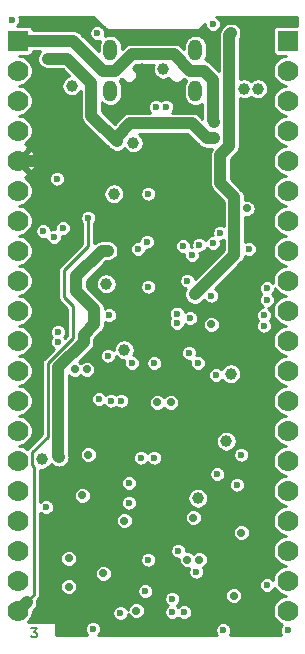
<source format=gbr>
G04 #@! TF.GenerationSoftware,KiCad,Pcbnew,5.1.0-rc2-unknown-036be7d~80~ubuntu16.04.1*
G04 #@! TF.CreationDate,2022-06-21T13:21:02+03:00*
G04 #@! TF.ProjectId,RT1010Py_Rev.C,52543130-3130-4507-995f-5265762e432e,C*
G04 #@! TF.SameCoordinates,Original*
G04 #@! TF.FileFunction,Copper,L3,Inr*
G04 #@! TF.FilePolarity,Positive*
%FSLAX46Y46*%
G04 Gerber Fmt 4.6, Leading zero omitted, Abs format (unit mm)*
G04 Created by KiCad (PCBNEW 5.1.0-rc2-unknown-036be7d~80~ubuntu16.04.1) date 2022-06-21 13:21:02*
%MOMM*%
%LPD*%
G04 APERTURE LIST*
%ADD10C,0.190500*%
%ADD11C,1.778000*%
%ADD12R,1.778000X1.778000*%
%ADD13O,1.200000X1.800000*%
%ADD14C,0.700000*%
%ADD15C,1.000000*%
%ADD16C,0.600000*%
%ADD17C,1.016000*%
%ADD18C,0.254000*%
G04 APERTURE END LIST*
D10*
X140843000Y-113247714D02*
X141314714Y-113247714D01*
X141060714Y-113538000D01*
X141169571Y-113538000D01*
X141242142Y-113574285D01*
X141278428Y-113610571D01*
X141314714Y-113683142D01*
X141314714Y-113864571D01*
X141278428Y-113937142D01*
X141242142Y-113973428D01*
X141169571Y-114009714D01*
X140951857Y-114009714D01*
X140879285Y-113973428D01*
X140843000Y-113937142D01*
D11*
X139700000Y-71120000D03*
X139700000Y-68580000D03*
X139700000Y-66040000D03*
D12*
X139700000Y-63500000D03*
D11*
X139700000Y-73660000D03*
X139700000Y-76200000D03*
X139700000Y-81280000D03*
X139700000Y-78740000D03*
X139700000Y-83820000D03*
X139700000Y-86360000D03*
X139700000Y-91440000D03*
X139700000Y-88900000D03*
X139700000Y-93980000D03*
X139700000Y-96520000D03*
X139700000Y-101600000D03*
X139700000Y-99060000D03*
X139700000Y-109220000D03*
X139700000Y-111760000D03*
X139700000Y-106680000D03*
X139700000Y-104140000D03*
X162560000Y-71120000D03*
X162560000Y-68580000D03*
X162560000Y-66040000D03*
D12*
X162560000Y-63500000D03*
D11*
X162560000Y-73660000D03*
X162560000Y-76200000D03*
X162560000Y-81280000D03*
X162560000Y-78740000D03*
X162560000Y-83820000D03*
X162560000Y-86360000D03*
X162560000Y-91440000D03*
X162560000Y-88900000D03*
X162560000Y-93980000D03*
X162560000Y-96520000D03*
X162560000Y-101600000D03*
X162560000Y-99060000D03*
X162560000Y-109220000D03*
X162560000Y-111760000D03*
X162560000Y-106680000D03*
X162560000Y-104140000D03*
D13*
X147530000Y-64266000D03*
X147530000Y-67736000D03*
X154730000Y-67736000D03*
X154730000Y-64266000D03*
D14*
X144018000Y-109728000D03*
D15*
X149479000Y-72136000D03*
D14*
X155067000Y-107442000D03*
D15*
X144272000Y-67310000D03*
X147828000Y-76454000D03*
D16*
X160782000Y-84455000D03*
D14*
X156083000Y-87503000D03*
D15*
X148971000Y-68326000D03*
X150241000Y-65913000D03*
X160020000Y-67564000D03*
X158877000Y-67564000D03*
D16*
X146431000Y-62865000D03*
X156210000Y-62103000D03*
D15*
X157353000Y-97409000D03*
X157734000Y-91694000D03*
D16*
X143002000Y-75184000D03*
X143103600Y-88138000D03*
X143103600Y-89027000D03*
D14*
X145542000Y-91313000D03*
X144526000Y-91313000D03*
X152654000Y-94107000D03*
X151511000Y-94107000D03*
D15*
X147193000Y-84074000D03*
D16*
X148463000Y-93980000D03*
X147574000Y-93980000D03*
X150749000Y-84328000D03*
X154305000Y-86995000D03*
D15*
X141732000Y-98933000D03*
D14*
X145669000Y-98552000D03*
D15*
X154940000Y-102235000D03*
D16*
X160782000Y-109601000D03*
X157099000Y-113411000D03*
D14*
X154051000Y-107442000D03*
X149733000Y-111760000D03*
X158623000Y-105156000D03*
D16*
X146050000Y-113284000D03*
D14*
X146939000Y-108585000D03*
D16*
X162560000Y-113411000D03*
D14*
X144018000Y-107315000D03*
D16*
X159258000Y-81153000D03*
X150749000Y-76454000D03*
D14*
X157988000Y-110490000D03*
X145161000Y-101981000D03*
X148717000Y-104140000D03*
X154559000Y-103886000D03*
D16*
X139192000Y-61722000D03*
D14*
X159105600Y-77698600D03*
D16*
X160782000Y-85471000D03*
X154051000Y-83820000D03*
D15*
X146177000Y-86995000D03*
D14*
X147320000Y-81280000D03*
D15*
X143192500Y-98742500D03*
X157734000Y-62865000D03*
X156845000Y-73152000D03*
X154686000Y-84963000D03*
D16*
X154178000Y-89916000D03*
X149352000Y-90805000D03*
X156464000Y-91821000D03*
X151257000Y-90805000D03*
D15*
X156337000Y-70358000D03*
X142240000Y-65024000D03*
X148082000Y-72009000D03*
X156337000Y-71755000D03*
X148717000Y-89662000D03*
D16*
X147447000Y-86741000D03*
X142113000Y-102997000D03*
X146558000Y-93853000D03*
X142748000Y-80137000D03*
X143510000Y-79375000D03*
X150622000Y-80518000D03*
X151257000Y-98806000D03*
X153670000Y-80899000D03*
X154432000Y-81661000D03*
X155067000Y-80772000D03*
X156210000Y-80645000D03*
X160528000Y-86741000D03*
X160528000Y-87630000D03*
X152781000Y-111887000D03*
X148386800Y-111963200D03*
X154813000Y-108458000D03*
X150749000Y-107442000D03*
X150495000Y-110109000D03*
X152781000Y-110744000D03*
D15*
X152019000Y-65913000D03*
D16*
X156083000Y-85090000D03*
X158242000Y-101092000D03*
X153797000Y-111887000D03*
X153289000Y-106680000D03*
X156845000Y-79756000D03*
X147320000Y-90170000D03*
X154940000Y-90805000D03*
X158623000Y-98552000D03*
X152273000Y-69088000D03*
X153162000Y-86606100D03*
X151384000Y-69088000D03*
X153162000Y-87383900D03*
X156591000Y-100203000D03*
X141859000Y-79629000D03*
X149860000Y-81153000D03*
X150114000Y-98806000D03*
X149098000Y-100965000D03*
X149098000Y-102616000D03*
X145669000Y-78486000D03*
X140970000Y-65024000D03*
D15*
X143764000Y-77216000D03*
D14*
X156972000Y-77724000D03*
X156083000Y-86233000D03*
D15*
X146685000Y-89027000D03*
D14*
X145923000Y-83947000D03*
D15*
X158242000Y-96266000D03*
D16*
X143256000Y-104267000D03*
D14*
X152654000Y-101473000D03*
X147320000Y-106553000D03*
X151511000Y-111760000D03*
D17*
X143129000Y-98679000D02*
X143192500Y-98742500D01*
X146177000Y-86995000D02*
X146177000Y-87503000D01*
X145288000Y-88392000D02*
X145288000Y-89001600D01*
X143129000Y-91160600D02*
X143129000Y-98679000D01*
X146177000Y-87503000D02*
X145288000Y-88392000D01*
X145288000Y-89001600D02*
X143129000Y-91160600D01*
X146177000Y-86233000D02*
X146177000Y-86995000D01*
X147320000Y-81280000D02*
X146812000Y-81280000D01*
X146812000Y-81280000D02*
X144653000Y-83439000D01*
X144653000Y-83439000D02*
X144653000Y-84709000D01*
X144653000Y-84709000D02*
X146177000Y-86233000D01*
X157607000Y-72390000D02*
X157607000Y-62992000D01*
X157607000Y-62992000D02*
X157734000Y-62865000D01*
X156845000Y-73152000D02*
X157607000Y-72390000D01*
X158038800Y-81610200D02*
X154686000Y-84963000D01*
X158038800Y-76758800D02*
X158038800Y-81610200D01*
X156845000Y-75565000D02*
X158038800Y-76758800D01*
X156845000Y-73152000D02*
X156845000Y-75565000D01*
X156210000Y-70231000D02*
X156337000Y-70358000D01*
X156210000Y-66802000D02*
X156210000Y-70231000D01*
X155448000Y-66040000D02*
X156210000Y-66802000D01*
X154305000Y-66040000D02*
X155448000Y-66040000D01*
X139700000Y-63500000D02*
X144399000Y-63500000D01*
X144399000Y-63500000D02*
X146939000Y-66040000D01*
X146939000Y-66040000D02*
X147955000Y-66040000D01*
X152908000Y-64643000D02*
X154305000Y-66040000D01*
X149352000Y-64643000D02*
X152908000Y-64643000D01*
X147955000Y-66040000D02*
X149352000Y-64643000D01*
X143891000Y-65024000D02*
X142240000Y-65024000D01*
X145923000Y-67056000D02*
X143891000Y-65024000D01*
X145923000Y-69850000D02*
X145923000Y-67056000D01*
X148082000Y-72009000D02*
X145923000Y-69850000D01*
X148082000Y-71628000D02*
X148082000Y-72009000D01*
X156337000Y-71755000D02*
X155702000Y-71755000D01*
X155702000Y-71755000D02*
X154432000Y-70485000D01*
X154432000Y-70485000D02*
X149225000Y-70485000D01*
X149225000Y-70485000D02*
X148082000Y-71628000D01*
X139700000Y-111760000D02*
X140462000Y-110998000D01*
D18*
X140919200Y-99390200D02*
X140919200Y-98348800D01*
X140919200Y-98348800D02*
X142240000Y-97028000D01*
X145669000Y-80899000D02*
X145669000Y-78486000D01*
X141097000Y-99568000D02*
X140919200Y-99390200D01*
X141097000Y-110363000D02*
X141097000Y-99568000D01*
X144399000Y-88646000D02*
X144399000Y-85979000D01*
X140462000Y-110998000D02*
X141097000Y-110363000D01*
X142240000Y-97028000D02*
X142240000Y-90805000D01*
X143637000Y-85217000D02*
X143637000Y-82931000D01*
X142240000Y-90805000D02*
X144399000Y-88646000D01*
X143637000Y-82931000D02*
X145669000Y-80899000D01*
X144399000Y-85979000D02*
X143637000Y-85217000D01*
X140970000Y-65024000D02*
X140970000Y-72390000D01*
D17*
X151892000Y-74803000D02*
X151892000Y-84582000D01*
X150749000Y-73660000D02*
X151892000Y-74803000D01*
X139700000Y-73660000D02*
X150749000Y-73660000D01*
D18*
G36*
X147070150Y-62444571D02*
G01*
X147086052Y-62463948D01*
X147105429Y-62479850D01*
X147163404Y-62527429D01*
X147181520Y-62537112D01*
X147251657Y-62574601D01*
X147347415Y-62603649D01*
X147422053Y-62611000D01*
X147422055Y-62611000D01*
X147446999Y-62613457D01*
X147471943Y-62611000D01*
X154788056Y-62611000D01*
X154813000Y-62613457D01*
X154837944Y-62611000D01*
X154837947Y-62611000D01*
X154912585Y-62603649D01*
X155008343Y-62574601D01*
X155096595Y-62527429D01*
X155173948Y-62463948D01*
X155189855Y-62444565D01*
X155529000Y-62105420D01*
X155529000Y-62170073D01*
X155555171Y-62301640D01*
X155606506Y-62425574D01*
X155681033Y-62537112D01*
X155775888Y-62631967D01*
X155887426Y-62706494D01*
X156011360Y-62757829D01*
X156142927Y-62784000D01*
X156277073Y-62784000D01*
X156408640Y-62757829D01*
X156532574Y-62706494D01*
X156644112Y-62631967D01*
X156738967Y-62537112D01*
X156813494Y-62425574D01*
X156864829Y-62301640D01*
X156891000Y-62170073D01*
X156891000Y-62035927D01*
X156864829Y-61904360D01*
X156813494Y-61780426D01*
X156738967Y-61668888D01*
X156644112Y-61574033D01*
X156532574Y-61499506D01*
X156456512Y-61468000D01*
X163322000Y-61468000D01*
X163322000Y-62228157D01*
X161671000Y-62228157D01*
X161596311Y-62235513D01*
X161524492Y-62257299D01*
X161458304Y-62292678D01*
X161400289Y-62340289D01*
X161352678Y-62398304D01*
X161317299Y-62464492D01*
X161295513Y-62536311D01*
X161288157Y-62611000D01*
X161288157Y-64389000D01*
X161295513Y-64463689D01*
X161317299Y-64535508D01*
X161352678Y-64601696D01*
X161400289Y-64659711D01*
X161458304Y-64707322D01*
X161524492Y-64742701D01*
X161596311Y-64764487D01*
X161671000Y-64771843D01*
X162425651Y-64771843D01*
X162189555Y-64818805D01*
X161958429Y-64914541D01*
X161750422Y-65053527D01*
X161573527Y-65230422D01*
X161434541Y-65438429D01*
X161338805Y-65669555D01*
X161290000Y-65914916D01*
X161290000Y-66165084D01*
X161338805Y-66410445D01*
X161434541Y-66641571D01*
X161573527Y-66849578D01*
X161750422Y-67026473D01*
X161958429Y-67165459D01*
X162189555Y-67261195D01*
X162434916Y-67310000D01*
X162189555Y-67358805D01*
X161958429Y-67454541D01*
X161750422Y-67593527D01*
X161573527Y-67770422D01*
X161434541Y-67978429D01*
X161338805Y-68209555D01*
X161290000Y-68454916D01*
X161290000Y-68705084D01*
X161338805Y-68950445D01*
X161434541Y-69181571D01*
X161573527Y-69389578D01*
X161750422Y-69566473D01*
X161958429Y-69705459D01*
X162189555Y-69801195D01*
X162434916Y-69850000D01*
X162189555Y-69898805D01*
X161958429Y-69994541D01*
X161750422Y-70133527D01*
X161573527Y-70310422D01*
X161434541Y-70518429D01*
X161338805Y-70749555D01*
X161290000Y-70994916D01*
X161290000Y-71245084D01*
X161338805Y-71490445D01*
X161434541Y-71721571D01*
X161573527Y-71929578D01*
X161750422Y-72106473D01*
X161958429Y-72245459D01*
X162189555Y-72341195D01*
X162434916Y-72390000D01*
X162189555Y-72438805D01*
X161958429Y-72534541D01*
X161750422Y-72673527D01*
X161573527Y-72850422D01*
X161434541Y-73058429D01*
X161338805Y-73289555D01*
X161290000Y-73534916D01*
X161290000Y-73785084D01*
X161338805Y-74030445D01*
X161434541Y-74261571D01*
X161573527Y-74469578D01*
X161750422Y-74646473D01*
X161958429Y-74785459D01*
X162189555Y-74881195D01*
X162434916Y-74930000D01*
X162189555Y-74978805D01*
X161958429Y-75074541D01*
X161750422Y-75213527D01*
X161573527Y-75390422D01*
X161434541Y-75598429D01*
X161338805Y-75829555D01*
X161290000Y-76074916D01*
X161290000Y-76325084D01*
X161338805Y-76570445D01*
X161434541Y-76801571D01*
X161573527Y-77009578D01*
X161750422Y-77186473D01*
X161958429Y-77325459D01*
X162189555Y-77421195D01*
X162434916Y-77470000D01*
X162189555Y-77518805D01*
X161958429Y-77614541D01*
X161750422Y-77753527D01*
X161573527Y-77930422D01*
X161434541Y-78138429D01*
X161338805Y-78369555D01*
X161290000Y-78614916D01*
X161290000Y-78865084D01*
X161338805Y-79110445D01*
X161434541Y-79341571D01*
X161573527Y-79549578D01*
X161750422Y-79726473D01*
X161958429Y-79865459D01*
X162189555Y-79961195D01*
X162434916Y-80010000D01*
X162189555Y-80058805D01*
X161958429Y-80154541D01*
X161750422Y-80293527D01*
X161573527Y-80470422D01*
X161434541Y-80678429D01*
X161338805Y-80909555D01*
X161290000Y-81154916D01*
X161290000Y-81405084D01*
X161338805Y-81650445D01*
X161434541Y-81881571D01*
X161573527Y-82089578D01*
X161750422Y-82266473D01*
X161958429Y-82405459D01*
X162189555Y-82501195D01*
X162434916Y-82550000D01*
X162189555Y-82598805D01*
X161958429Y-82694541D01*
X161750422Y-82833527D01*
X161573527Y-83010422D01*
X161434541Y-83218429D01*
X161338805Y-83449555D01*
X161290000Y-83694916D01*
X161290000Y-83945084D01*
X161303616Y-84013537D01*
X161216112Y-83926033D01*
X161104574Y-83851506D01*
X160980640Y-83800171D01*
X160849073Y-83774000D01*
X160714927Y-83774000D01*
X160583360Y-83800171D01*
X160459426Y-83851506D01*
X160347888Y-83926033D01*
X160253033Y-84020888D01*
X160178506Y-84132426D01*
X160127171Y-84256360D01*
X160101000Y-84387927D01*
X160101000Y-84522073D01*
X160127171Y-84653640D01*
X160178506Y-84777574D01*
X160253033Y-84889112D01*
X160326921Y-84963000D01*
X160253033Y-85036888D01*
X160178506Y-85148426D01*
X160127171Y-85272360D01*
X160101000Y-85403927D01*
X160101000Y-85538073D01*
X160127171Y-85669640D01*
X160178506Y-85793574D01*
X160253033Y-85905112D01*
X160347888Y-85999967D01*
X160443055Y-86063555D01*
X160329360Y-86086171D01*
X160205426Y-86137506D01*
X160093888Y-86212033D01*
X159999033Y-86306888D01*
X159924506Y-86418426D01*
X159873171Y-86542360D01*
X159847000Y-86673927D01*
X159847000Y-86808073D01*
X159873171Y-86939640D01*
X159924506Y-87063574D01*
X159999033Y-87175112D01*
X160009421Y-87185500D01*
X159999033Y-87195888D01*
X159924506Y-87307426D01*
X159873171Y-87431360D01*
X159847000Y-87562927D01*
X159847000Y-87697073D01*
X159873171Y-87828640D01*
X159924506Y-87952574D01*
X159999033Y-88064112D01*
X160093888Y-88158967D01*
X160205426Y-88233494D01*
X160329360Y-88284829D01*
X160460927Y-88311000D01*
X160595073Y-88311000D01*
X160726640Y-88284829D01*
X160850574Y-88233494D01*
X160962112Y-88158967D01*
X161056967Y-88064112D01*
X161131494Y-87952574D01*
X161182829Y-87828640D01*
X161209000Y-87697073D01*
X161209000Y-87562927D01*
X161182829Y-87431360D01*
X161131494Y-87307426D01*
X161056967Y-87195888D01*
X161046579Y-87185500D01*
X161056967Y-87175112D01*
X161131494Y-87063574D01*
X161182829Y-86939640D01*
X161209000Y-86808073D01*
X161209000Y-86673927D01*
X161182829Y-86542360D01*
X161131494Y-86418426D01*
X161056967Y-86306888D01*
X160962112Y-86212033D01*
X160866945Y-86148445D01*
X160980640Y-86125829D01*
X161104574Y-86074494D01*
X161216112Y-85999967D01*
X161310967Y-85905112D01*
X161385494Y-85793574D01*
X161436829Y-85669640D01*
X161463000Y-85538073D01*
X161463000Y-85403927D01*
X161436829Y-85272360D01*
X161385494Y-85148426D01*
X161310967Y-85036888D01*
X161237079Y-84963000D01*
X161310967Y-84889112D01*
X161385494Y-84777574D01*
X161436829Y-84653640D01*
X161463000Y-84522073D01*
X161463000Y-84464163D01*
X161573527Y-84629578D01*
X161750422Y-84806473D01*
X161958429Y-84945459D01*
X162189555Y-85041195D01*
X162434916Y-85090000D01*
X162189555Y-85138805D01*
X161958429Y-85234541D01*
X161750422Y-85373527D01*
X161573527Y-85550422D01*
X161434541Y-85758429D01*
X161338805Y-85989555D01*
X161290000Y-86234916D01*
X161290000Y-86485084D01*
X161338805Y-86730445D01*
X161434541Y-86961571D01*
X161573527Y-87169578D01*
X161750422Y-87346473D01*
X161958429Y-87485459D01*
X162189555Y-87581195D01*
X162434916Y-87630000D01*
X162189555Y-87678805D01*
X161958429Y-87774541D01*
X161750422Y-87913527D01*
X161573527Y-88090422D01*
X161434541Y-88298429D01*
X161338805Y-88529555D01*
X161290000Y-88774916D01*
X161290000Y-89025084D01*
X161338805Y-89270445D01*
X161434541Y-89501571D01*
X161573527Y-89709578D01*
X161750422Y-89886473D01*
X161958429Y-90025459D01*
X162189555Y-90121195D01*
X162434916Y-90170000D01*
X162189555Y-90218805D01*
X161958429Y-90314541D01*
X161750422Y-90453527D01*
X161573527Y-90630422D01*
X161434541Y-90838429D01*
X161338805Y-91069555D01*
X161290000Y-91314916D01*
X161290000Y-91565084D01*
X161338805Y-91810445D01*
X161434541Y-92041571D01*
X161573527Y-92249578D01*
X161750422Y-92426473D01*
X161958429Y-92565459D01*
X162189555Y-92661195D01*
X162434916Y-92710000D01*
X162189555Y-92758805D01*
X161958429Y-92854541D01*
X161750422Y-92993527D01*
X161573527Y-93170422D01*
X161434541Y-93378429D01*
X161338805Y-93609555D01*
X161290000Y-93854916D01*
X161290000Y-94105084D01*
X161338805Y-94350445D01*
X161434541Y-94581571D01*
X161573527Y-94789578D01*
X161750422Y-94966473D01*
X161958429Y-95105459D01*
X162189555Y-95201195D01*
X162434916Y-95250000D01*
X162189555Y-95298805D01*
X161958429Y-95394541D01*
X161750422Y-95533527D01*
X161573527Y-95710422D01*
X161434541Y-95918429D01*
X161338805Y-96149555D01*
X161290000Y-96394916D01*
X161290000Y-96645084D01*
X161338805Y-96890445D01*
X161434541Y-97121571D01*
X161573527Y-97329578D01*
X161750422Y-97506473D01*
X161958429Y-97645459D01*
X162189555Y-97741195D01*
X162434916Y-97790000D01*
X162189555Y-97838805D01*
X161958429Y-97934541D01*
X161750422Y-98073527D01*
X161573527Y-98250422D01*
X161434541Y-98458429D01*
X161338805Y-98689555D01*
X161290000Y-98934916D01*
X161290000Y-99185084D01*
X161338805Y-99430445D01*
X161434541Y-99661571D01*
X161573527Y-99869578D01*
X161750422Y-100046473D01*
X161958429Y-100185459D01*
X162189555Y-100281195D01*
X162434916Y-100330000D01*
X162189555Y-100378805D01*
X161958429Y-100474541D01*
X161750422Y-100613527D01*
X161573527Y-100790422D01*
X161434541Y-100998429D01*
X161338805Y-101229555D01*
X161290000Y-101474916D01*
X161290000Y-101725084D01*
X161338805Y-101970445D01*
X161434541Y-102201571D01*
X161573527Y-102409578D01*
X161750422Y-102586473D01*
X161958429Y-102725459D01*
X162189555Y-102821195D01*
X162434916Y-102870000D01*
X162189555Y-102918805D01*
X161958429Y-103014541D01*
X161750422Y-103153527D01*
X161573527Y-103330422D01*
X161434541Y-103538429D01*
X161338805Y-103769555D01*
X161290000Y-104014916D01*
X161290000Y-104265084D01*
X161338805Y-104510445D01*
X161434541Y-104741571D01*
X161573527Y-104949578D01*
X161750422Y-105126473D01*
X161958429Y-105265459D01*
X162189555Y-105361195D01*
X162434916Y-105410000D01*
X162189555Y-105458805D01*
X161958429Y-105554541D01*
X161750422Y-105693527D01*
X161573527Y-105870422D01*
X161434541Y-106078429D01*
X161338805Y-106309555D01*
X161290000Y-106554916D01*
X161290000Y-106805084D01*
X161338805Y-107050445D01*
X161434541Y-107281571D01*
X161573527Y-107489578D01*
X161750422Y-107666473D01*
X161958429Y-107805459D01*
X162189555Y-107901195D01*
X162434916Y-107950000D01*
X162189555Y-107998805D01*
X161958429Y-108094541D01*
X161750422Y-108233527D01*
X161573527Y-108410422D01*
X161434541Y-108618429D01*
X161338805Y-108849555D01*
X161290000Y-109094916D01*
X161290000Y-109145921D01*
X161216112Y-109072033D01*
X161104574Y-108997506D01*
X160980640Y-108946171D01*
X160849073Y-108920000D01*
X160714927Y-108920000D01*
X160583360Y-108946171D01*
X160459426Y-108997506D01*
X160347888Y-109072033D01*
X160253033Y-109166888D01*
X160178506Y-109278426D01*
X160127171Y-109402360D01*
X160101000Y-109533927D01*
X160101000Y-109668073D01*
X160127171Y-109799640D01*
X160178506Y-109923574D01*
X160253033Y-110035112D01*
X160347888Y-110129967D01*
X160459426Y-110204494D01*
X160583360Y-110255829D01*
X160714927Y-110282000D01*
X160849073Y-110282000D01*
X160980640Y-110255829D01*
X161104574Y-110204494D01*
X161216112Y-110129967D01*
X161310967Y-110035112D01*
X161385494Y-109923574D01*
X161431143Y-109813367D01*
X161434541Y-109821571D01*
X161573527Y-110029578D01*
X161750422Y-110206473D01*
X161958429Y-110345459D01*
X162189555Y-110441195D01*
X162434916Y-110490000D01*
X162189555Y-110538805D01*
X161958429Y-110634541D01*
X161750422Y-110773527D01*
X161573527Y-110950422D01*
X161434541Y-111158429D01*
X161338805Y-111389555D01*
X161290000Y-111634916D01*
X161290000Y-111885084D01*
X161338805Y-112130445D01*
X161434541Y-112361571D01*
X161573527Y-112569578D01*
X161750422Y-112746473D01*
X161958429Y-112885459D01*
X162074418Y-112933503D01*
X162031033Y-112976888D01*
X161956506Y-113088426D01*
X161905171Y-113212360D01*
X161879000Y-113343927D01*
X161879000Y-113478073D01*
X161905171Y-113609640D01*
X161956506Y-113733574D01*
X161995545Y-113792000D01*
X157663455Y-113792000D01*
X157702494Y-113733574D01*
X157753829Y-113609640D01*
X157780000Y-113478073D01*
X157780000Y-113343927D01*
X157753829Y-113212360D01*
X157702494Y-113088426D01*
X157627967Y-112976888D01*
X157533112Y-112882033D01*
X157421574Y-112807506D01*
X157297640Y-112756171D01*
X157166073Y-112730000D01*
X157031927Y-112730000D01*
X156900360Y-112756171D01*
X156776426Y-112807506D01*
X156664888Y-112882033D01*
X156570033Y-112976888D01*
X156495506Y-113088426D01*
X156444171Y-113212360D01*
X156418000Y-113343927D01*
X156418000Y-113478073D01*
X156444171Y-113609640D01*
X156495506Y-113733574D01*
X156534545Y-113792000D01*
X146505079Y-113792000D01*
X146578967Y-113718112D01*
X146653494Y-113606574D01*
X146704829Y-113482640D01*
X146731000Y-113351073D01*
X146731000Y-113216927D01*
X146704829Y-113085360D01*
X146653494Y-112961426D01*
X146578967Y-112849888D01*
X146484112Y-112755033D01*
X146372574Y-112680506D01*
X146248640Y-112629171D01*
X146117073Y-112603000D01*
X145982927Y-112603000D01*
X145851360Y-112629171D01*
X145727426Y-112680506D01*
X145615888Y-112755033D01*
X145521033Y-112849888D01*
X145446506Y-112961426D01*
X145395171Y-113085360D01*
X145369000Y-113216927D01*
X145369000Y-113351073D01*
X145395171Y-113482640D01*
X145446506Y-113606574D01*
X145521033Y-113718112D01*
X145594921Y-113792000D01*
X142925800Y-113792000D01*
X142925800Y-112852200D01*
X142923360Y-112827424D01*
X142916133Y-112803599D01*
X142904397Y-112781643D01*
X142888603Y-112762397D01*
X142869357Y-112746603D01*
X142847401Y-112734867D01*
X142823576Y-112727640D01*
X142798800Y-112725200D01*
X141936107Y-112725200D01*
X141936107Y-112687735D01*
X140568316Y-112687735D01*
X140686473Y-112569578D01*
X140825459Y-112361571D01*
X140921195Y-112130445D01*
X140967803Y-111896127D01*
X147705800Y-111896127D01*
X147705800Y-112030273D01*
X147731971Y-112161840D01*
X147783306Y-112285774D01*
X147857833Y-112397312D01*
X147952688Y-112492167D01*
X148064226Y-112566694D01*
X148188160Y-112618029D01*
X148319727Y-112644200D01*
X148453873Y-112644200D01*
X148585440Y-112618029D01*
X148709374Y-112566694D01*
X148820912Y-112492167D01*
X148915767Y-112397312D01*
X148990294Y-112285774D01*
X149041629Y-112161840D01*
X149063233Y-112053234D01*
X149085196Y-112106258D01*
X149165195Y-112225985D01*
X149267015Y-112327805D01*
X149386742Y-112407804D01*
X149519775Y-112462908D01*
X149661003Y-112491000D01*
X149804997Y-112491000D01*
X149946225Y-112462908D01*
X150079258Y-112407804D01*
X150198985Y-112327805D01*
X150300805Y-112225985D01*
X150380804Y-112106258D01*
X150435908Y-111973225D01*
X150464000Y-111831997D01*
X150464000Y-111688003D01*
X150435908Y-111546775D01*
X150380804Y-111413742D01*
X150300805Y-111294015D01*
X150198985Y-111192195D01*
X150079258Y-111112196D01*
X149946225Y-111057092D01*
X149804997Y-111029000D01*
X149661003Y-111029000D01*
X149519775Y-111057092D01*
X149386742Y-111112196D01*
X149267015Y-111192195D01*
X149165195Y-111294015D01*
X149085196Y-111413742D01*
X149030092Y-111546775D01*
X149004569Y-111675089D01*
X148990294Y-111640626D01*
X148915767Y-111529088D01*
X148820912Y-111434233D01*
X148709374Y-111359706D01*
X148585440Y-111308371D01*
X148453873Y-111282200D01*
X148319727Y-111282200D01*
X148188160Y-111308371D01*
X148064226Y-111359706D01*
X147952688Y-111434233D01*
X147857833Y-111529088D01*
X147783306Y-111640626D01*
X147731971Y-111764560D01*
X147705800Y-111896127D01*
X140967803Y-111896127D01*
X140970000Y-111885084D01*
X140970000Y-111747236D01*
X141121495Y-111595741D01*
X141204752Y-111494292D01*
X141287302Y-111339852D01*
X141338136Y-111172275D01*
X141355300Y-110998000D01*
X141339621Y-110838799D01*
X141438565Y-110739855D01*
X141457948Y-110723948D01*
X141521429Y-110646595D01*
X141568601Y-110558343D01*
X141597649Y-110462585D01*
X141605000Y-110387947D01*
X141605000Y-110387944D01*
X141607457Y-110363000D01*
X141605000Y-110338056D01*
X141605000Y-109656003D01*
X143287000Y-109656003D01*
X143287000Y-109799997D01*
X143315092Y-109941225D01*
X143370196Y-110074258D01*
X143450195Y-110193985D01*
X143552015Y-110295805D01*
X143671742Y-110375804D01*
X143804775Y-110430908D01*
X143946003Y-110459000D01*
X144089997Y-110459000D01*
X144231225Y-110430908D01*
X144364258Y-110375804D01*
X144483985Y-110295805D01*
X144585805Y-110193985D01*
X144665804Y-110074258D01*
X144679195Y-110041927D01*
X149814000Y-110041927D01*
X149814000Y-110176073D01*
X149840171Y-110307640D01*
X149891506Y-110431574D01*
X149966033Y-110543112D01*
X150060888Y-110637967D01*
X150172426Y-110712494D01*
X150296360Y-110763829D01*
X150427927Y-110790000D01*
X150562073Y-110790000D01*
X150693640Y-110763829D01*
X150817574Y-110712494D01*
X150870803Y-110676927D01*
X152100000Y-110676927D01*
X152100000Y-110811073D01*
X152126171Y-110942640D01*
X152177506Y-111066574D01*
X152252033Y-111178112D01*
X152346888Y-111272967D01*
X152410543Y-111315500D01*
X152346888Y-111358033D01*
X152252033Y-111452888D01*
X152177506Y-111564426D01*
X152126171Y-111688360D01*
X152100000Y-111819927D01*
X152100000Y-111954073D01*
X152126171Y-112085640D01*
X152177506Y-112209574D01*
X152252033Y-112321112D01*
X152346888Y-112415967D01*
X152458426Y-112490494D01*
X152582360Y-112541829D01*
X152713927Y-112568000D01*
X152848073Y-112568000D01*
X152979640Y-112541829D01*
X153103574Y-112490494D01*
X153215112Y-112415967D01*
X153289000Y-112342079D01*
X153362888Y-112415967D01*
X153474426Y-112490494D01*
X153598360Y-112541829D01*
X153729927Y-112568000D01*
X153864073Y-112568000D01*
X153995640Y-112541829D01*
X154119574Y-112490494D01*
X154231112Y-112415967D01*
X154325967Y-112321112D01*
X154400494Y-112209574D01*
X154451829Y-112085640D01*
X154478000Y-111954073D01*
X154478000Y-111819927D01*
X154451829Y-111688360D01*
X154400494Y-111564426D01*
X154325967Y-111452888D01*
X154231112Y-111358033D01*
X154119574Y-111283506D01*
X153995640Y-111232171D01*
X153864073Y-111206000D01*
X153729927Y-111206000D01*
X153598360Y-111232171D01*
X153474426Y-111283506D01*
X153362888Y-111358033D01*
X153289000Y-111431921D01*
X153215112Y-111358033D01*
X153151457Y-111315500D01*
X153215112Y-111272967D01*
X153309967Y-111178112D01*
X153384494Y-111066574D01*
X153435829Y-110942640D01*
X153462000Y-110811073D01*
X153462000Y-110676927D01*
X153435829Y-110545360D01*
X153384494Y-110421426D01*
X153382207Y-110418003D01*
X157257000Y-110418003D01*
X157257000Y-110561997D01*
X157285092Y-110703225D01*
X157340196Y-110836258D01*
X157420195Y-110955985D01*
X157522015Y-111057805D01*
X157641742Y-111137804D01*
X157774775Y-111192908D01*
X157916003Y-111221000D01*
X158059997Y-111221000D01*
X158201225Y-111192908D01*
X158334258Y-111137804D01*
X158453985Y-111057805D01*
X158555805Y-110955985D01*
X158635804Y-110836258D01*
X158690908Y-110703225D01*
X158719000Y-110561997D01*
X158719000Y-110418003D01*
X158690908Y-110276775D01*
X158635804Y-110143742D01*
X158555805Y-110024015D01*
X158453985Y-109922195D01*
X158334258Y-109842196D01*
X158201225Y-109787092D01*
X158059997Y-109759000D01*
X157916003Y-109759000D01*
X157774775Y-109787092D01*
X157641742Y-109842196D01*
X157522015Y-109922195D01*
X157420195Y-110024015D01*
X157340196Y-110143742D01*
X157285092Y-110276775D01*
X157257000Y-110418003D01*
X153382207Y-110418003D01*
X153309967Y-110309888D01*
X153215112Y-110215033D01*
X153103574Y-110140506D01*
X152979640Y-110089171D01*
X152848073Y-110063000D01*
X152713927Y-110063000D01*
X152582360Y-110089171D01*
X152458426Y-110140506D01*
X152346888Y-110215033D01*
X152252033Y-110309888D01*
X152177506Y-110421426D01*
X152126171Y-110545360D01*
X152100000Y-110676927D01*
X150870803Y-110676927D01*
X150929112Y-110637967D01*
X151023967Y-110543112D01*
X151098494Y-110431574D01*
X151149829Y-110307640D01*
X151176000Y-110176073D01*
X151176000Y-110041927D01*
X151149829Y-109910360D01*
X151098494Y-109786426D01*
X151023967Y-109674888D01*
X150929112Y-109580033D01*
X150817574Y-109505506D01*
X150693640Y-109454171D01*
X150562073Y-109428000D01*
X150427927Y-109428000D01*
X150296360Y-109454171D01*
X150172426Y-109505506D01*
X150060888Y-109580033D01*
X149966033Y-109674888D01*
X149891506Y-109786426D01*
X149840171Y-109910360D01*
X149814000Y-110041927D01*
X144679195Y-110041927D01*
X144720908Y-109941225D01*
X144749000Y-109799997D01*
X144749000Y-109656003D01*
X144720908Y-109514775D01*
X144665804Y-109381742D01*
X144585805Y-109262015D01*
X144483985Y-109160195D01*
X144364258Y-109080196D01*
X144231225Y-109025092D01*
X144089997Y-108997000D01*
X143946003Y-108997000D01*
X143804775Y-109025092D01*
X143671742Y-109080196D01*
X143552015Y-109160195D01*
X143450195Y-109262015D01*
X143370196Y-109381742D01*
X143315092Y-109514775D01*
X143287000Y-109656003D01*
X141605000Y-109656003D01*
X141605000Y-108513003D01*
X146208000Y-108513003D01*
X146208000Y-108656997D01*
X146236092Y-108798225D01*
X146291196Y-108931258D01*
X146371195Y-109050985D01*
X146473015Y-109152805D01*
X146592742Y-109232804D01*
X146725775Y-109287908D01*
X146867003Y-109316000D01*
X147010997Y-109316000D01*
X147152225Y-109287908D01*
X147285258Y-109232804D01*
X147404985Y-109152805D01*
X147506805Y-109050985D01*
X147586804Y-108931258D01*
X147641908Y-108798225D01*
X147670000Y-108656997D01*
X147670000Y-108513003D01*
X147641908Y-108371775D01*
X147586804Y-108238742D01*
X147506805Y-108119015D01*
X147404985Y-108017195D01*
X147285258Y-107937196D01*
X147152225Y-107882092D01*
X147010997Y-107854000D01*
X146867003Y-107854000D01*
X146725775Y-107882092D01*
X146592742Y-107937196D01*
X146473015Y-108017195D01*
X146371195Y-108119015D01*
X146291196Y-108238742D01*
X146236092Y-108371775D01*
X146208000Y-108513003D01*
X141605000Y-108513003D01*
X141605000Y-107243003D01*
X143287000Y-107243003D01*
X143287000Y-107386997D01*
X143315092Y-107528225D01*
X143370196Y-107661258D01*
X143450195Y-107780985D01*
X143552015Y-107882805D01*
X143671742Y-107962804D01*
X143804775Y-108017908D01*
X143946003Y-108046000D01*
X144089997Y-108046000D01*
X144231225Y-108017908D01*
X144364258Y-107962804D01*
X144483985Y-107882805D01*
X144585805Y-107780985D01*
X144665804Y-107661258D01*
X144720908Y-107528225D01*
X144749000Y-107386997D01*
X144749000Y-107374927D01*
X150068000Y-107374927D01*
X150068000Y-107509073D01*
X150094171Y-107640640D01*
X150145506Y-107764574D01*
X150220033Y-107876112D01*
X150314888Y-107970967D01*
X150426426Y-108045494D01*
X150550360Y-108096829D01*
X150681927Y-108123000D01*
X150816073Y-108123000D01*
X150947640Y-108096829D01*
X151071574Y-108045494D01*
X151183112Y-107970967D01*
X151277967Y-107876112D01*
X151352494Y-107764574D01*
X151403829Y-107640640D01*
X151430000Y-107509073D01*
X151430000Y-107374927D01*
X151403829Y-107243360D01*
X151352494Y-107119426D01*
X151277967Y-107007888D01*
X151183112Y-106913033D01*
X151071574Y-106838506D01*
X150947640Y-106787171D01*
X150816073Y-106761000D01*
X150681927Y-106761000D01*
X150550360Y-106787171D01*
X150426426Y-106838506D01*
X150314888Y-106913033D01*
X150220033Y-107007888D01*
X150145506Y-107119426D01*
X150094171Y-107243360D01*
X150068000Y-107374927D01*
X144749000Y-107374927D01*
X144749000Y-107243003D01*
X144720908Y-107101775D01*
X144665804Y-106968742D01*
X144585805Y-106849015D01*
X144483985Y-106747195D01*
X144364258Y-106667196D01*
X144233241Y-106612927D01*
X152608000Y-106612927D01*
X152608000Y-106747073D01*
X152634171Y-106878640D01*
X152685506Y-107002574D01*
X152760033Y-107114112D01*
X152854888Y-107208967D01*
X152966426Y-107283494D01*
X153090360Y-107334829D01*
X153221927Y-107361000D01*
X153321791Y-107361000D01*
X153320000Y-107370003D01*
X153320000Y-107513997D01*
X153348092Y-107655225D01*
X153403196Y-107788258D01*
X153483195Y-107907985D01*
X153585015Y-108009805D01*
X153704742Y-108089804D01*
X153837775Y-108144908D01*
X153979003Y-108173000D01*
X154122997Y-108173000D01*
X154200313Y-108157621D01*
X154158171Y-108259360D01*
X154132000Y-108390927D01*
X154132000Y-108525073D01*
X154158171Y-108656640D01*
X154209506Y-108780574D01*
X154284033Y-108892112D01*
X154378888Y-108986967D01*
X154490426Y-109061494D01*
X154614360Y-109112829D01*
X154745927Y-109139000D01*
X154880073Y-109139000D01*
X155011640Y-109112829D01*
X155135574Y-109061494D01*
X155247112Y-108986967D01*
X155341967Y-108892112D01*
X155416494Y-108780574D01*
X155467829Y-108656640D01*
X155494000Y-108525073D01*
X155494000Y-108390927D01*
X155467829Y-108259360D01*
X155416494Y-108135426D01*
X155391917Y-108098644D01*
X155413258Y-108089804D01*
X155532985Y-108009805D01*
X155634805Y-107907985D01*
X155714804Y-107788258D01*
X155769908Y-107655225D01*
X155798000Y-107513997D01*
X155798000Y-107370003D01*
X155769908Y-107228775D01*
X155714804Y-107095742D01*
X155634805Y-106976015D01*
X155532985Y-106874195D01*
X155413258Y-106794196D01*
X155280225Y-106739092D01*
X155138997Y-106711000D01*
X154995003Y-106711000D01*
X154853775Y-106739092D01*
X154720742Y-106794196D01*
X154601015Y-106874195D01*
X154559000Y-106916210D01*
X154516985Y-106874195D01*
X154397258Y-106794196D01*
X154264225Y-106739092D01*
X154122997Y-106711000D01*
X153979003Y-106711000D01*
X153970000Y-106712791D01*
X153970000Y-106612927D01*
X153943829Y-106481360D01*
X153892494Y-106357426D01*
X153817967Y-106245888D01*
X153723112Y-106151033D01*
X153611574Y-106076506D01*
X153487640Y-106025171D01*
X153356073Y-105999000D01*
X153221927Y-105999000D01*
X153090360Y-106025171D01*
X152966426Y-106076506D01*
X152854888Y-106151033D01*
X152760033Y-106245888D01*
X152685506Y-106357426D01*
X152634171Y-106481360D01*
X152608000Y-106612927D01*
X144233241Y-106612927D01*
X144231225Y-106612092D01*
X144089997Y-106584000D01*
X143946003Y-106584000D01*
X143804775Y-106612092D01*
X143671742Y-106667196D01*
X143552015Y-106747195D01*
X143450195Y-106849015D01*
X143370196Y-106968742D01*
X143315092Y-107101775D01*
X143287000Y-107243003D01*
X141605000Y-107243003D01*
X141605000Y-105084003D01*
X157892000Y-105084003D01*
X157892000Y-105227997D01*
X157920092Y-105369225D01*
X157975196Y-105502258D01*
X158055195Y-105621985D01*
X158157015Y-105723805D01*
X158276742Y-105803804D01*
X158409775Y-105858908D01*
X158551003Y-105887000D01*
X158694997Y-105887000D01*
X158836225Y-105858908D01*
X158969258Y-105803804D01*
X159088985Y-105723805D01*
X159190805Y-105621985D01*
X159270804Y-105502258D01*
X159325908Y-105369225D01*
X159354000Y-105227997D01*
X159354000Y-105084003D01*
X159325908Y-104942775D01*
X159270804Y-104809742D01*
X159190805Y-104690015D01*
X159088985Y-104588195D01*
X158969258Y-104508196D01*
X158836225Y-104453092D01*
X158694997Y-104425000D01*
X158551003Y-104425000D01*
X158409775Y-104453092D01*
X158276742Y-104508196D01*
X158157015Y-104588195D01*
X158055195Y-104690015D01*
X157975196Y-104809742D01*
X157920092Y-104942775D01*
X157892000Y-105084003D01*
X141605000Y-105084003D01*
X141605000Y-104068003D01*
X147986000Y-104068003D01*
X147986000Y-104211997D01*
X148014092Y-104353225D01*
X148069196Y-104486258D01*
X148149195Y-104605985D01*
X148251015Y-104707805D01*
X148370742Y-104787804D01*
X148503775Y-104842908D01*
X148645003Y-104871000D01*
X148788997Y-104871000D01*
X148930225Y-104842908D01*
X149063258Y-104787804D01*
X149182985Y-104707805D01*
X149284805Y-104605985D01*
X149364804Y-104486258D01*
X149419908Y-104353225D01*
X149448000Y-104211997D01*
X149448000Y-104068003D01*
X149419908Y-103926775D01*
X149373197Y-103814003D01*
X153828000Y-103814003D01*
X153828000Y-103957997D01*
X153856092Y-104099225D01*
X153911196Y-104232258D01*
X153991195Y-104351985D01*
X154093015Y-104453805D01*
X154212742Y-104533804D01*
X154345775Y-104588908D01*
X154487003Y-104617000D01*
X154630997Y-104617000D01*
X154772225Y-104588908D01*
X154905258Y-104533804D01*
X155024985Y-104453805D01*
X155126805Y-104351985D01*
X155206804Y-104232258D01*
X155261908Y-104099225D01*
X155290000Y-103957997D01*
X155290000Y-103814003D01*
X155261908Y-103672775D01*
X155206804Y-103539742D01*
X155126805Y-103420015D01*
X155024985Y-103318195D01*
X154905258Y-103238196D01*
X154772225Y-103183092D01*
X154630997Y-103155000D01*
X154487003Y-103155000D01*
X154345775Y-103183092D01*
X154212742Y-103238196D01*
X154093015Y-103318195D01*
X153991195Y-103420015D01*
X153911196Y-103539742D01*
X153856092Y-103672775D01*
X153828000Y-103814003D01*
X149373197Y-103814003D01*
X149364804Y-103793742D01*
X149284805Y-103674015D01*
X149182985Y-103572195D01*
X149063258Y-103492196D01*
X148930225Y-103437092D01*
X148788997Y-103409000D01*
X148645003Y-103409000D01*
X148503775Y-103437092D01*
X148370742Y-103492196D01*
X148251015Y-103572195D01*
X148149195Y-103674015D01*
X148069196Y-103793742D01*
X148014092Y-103926775D01*
X147986000Y-104068003D01*
X141605000Y-104068003D01*
X141605000Y-103452079D01*
X141678888Y-103525967D01*
X141790426Y-103600494D01*
X141914360Y-103651829D01*
X142045927Y-103678000D01*
X142180073Y-103678000D01*
X142311640Y-103651829D01*
X142435574Y-103600494D01*
X142547112Y-103525967D01*
X142641967Y-103431112D01*
X142716494Y-103319574D01*
X142767829Y-103195640D01*
X142794000Y-103064073D01*
X142794000Y-102929927D01*
X142767829Y-102798360D01*
X142716494Y-102674426D01*
X142641967Y-102562888D01*
X142547112Y-102468033D01*
X142435574Y-102393506D01*
X142311640Y-102342171D01*
X142180073Y-102316000D01*
X142045927Y-102316000D01*
X141914360Y-102342171D01*
X141790426Y-102393506D01*
X141678888Y-102468033D01*
X141605000Y-102541921D01*
X141605000Y-101909003D01*
X144430000Y-101909003D01*
X144430000Y-102052997D01*
X144458092Y-102194225D01*
X144513196Y-102327258D01*
X144593195Y-102446985D01*
X144695015Y-102548805D01*
X144814742Y-102628804D01*
X144947775Y-102683908D01*
X145089003Y-102712000D01*
X145232997Y-102712000D01*
X145374225Y-102683908D01*
X145507258Y-102628804D01*
X145626802Y-102548927D01*
X148417000Y-102548927D01*
X148417000Y-102683073D01*
X148443171Y-102814640D01*
X148494506Y-102938574D01*
X148569033Y-103050112D01*
X148663888Y-103144967D01*
X148775426Y-103219494D01*
X148899360Y-103270829D01*
X149030927Y-103297000D01*
X149165073Y-103297000D01*
X149296640Y-103270829D01*
X149420574Y-103219494D01*
X149532112Y-103144967D01*
X149626967Y-103050112D01*
X149701494Y-102938574D01*
X149752829Y-102814640D01*
X149779000Y-102683073D01*
X149779000Y-102548927D01*
X149752829Y-102417360D01*
X149701494Y-102293426D01*
X149626967Y-102181888D01*
X149593308Y-102148229D01*
X154059000Y-102148229D01*
X154059000Y-102321771D01*
X154092856Y-102491978D01*
X154159268Y-102652310D01*
X154255682Y-102796605D01*
X154378395Y-102919318D01*
X154522690Y-103015732D01*
X154683022Y-103082144D01*
X154853229Y-103116000D01*
X155026771Y-103116000D01*
X155196978Y-103082144D01*
X155357310Y-103015732D01*
X155501605Y-102919318D01*
X155624318Y-102796605D01*
X155720732Y-102652310D01*
X155787144Y-102491978D01*
X155821000Y-102321771D01*
X155821000Y-102148229D01*
X155787144Y-101978022D01*
X155720732Y-101817690D01*
X155624318Y-101673395D01*
X155501605Y-101550682D01*
X155357310Y-101454268D01*
X155196978Y-101387856D01*
X155026771Y-101354000D01*
X154853229Y-101354000D01*
X154683022Y-101387856D01*
X154522690Y-101454268D01*
X154378395Y-101550682D01*
X154255682Y-101673395D01*
X154159268Y-101817690D01*
X154092856Y-101978022D01*
X154059000Y-102148229D01*
X149593308Y-102148229D01*
X149532112Y-102087033D01*
X149420574Y-102012506D01*
X149296640Y-101961171D01*
X149165073Y-101935000D01*
X149030927Y-101935000D01*
X148899360Y-101961171D01*
X148775426Y-102012506D01*
X148663888Y-102087033D01*
X148569033Y-102181888D01*
X148494506Y-102293426D01*
X148443171Y-102417360D01*
X148417000Y-102548927D01*
X145626802Y-102548927D01*
X145626985Y-102548805D01*
X145728805Y-102446985D01*
X145808804Y-102327258D01*
X145863908Y-102194225D01*
X145892000Y-102052997D01*
X145892000Y-101909003D01*
X145863908Y-101767775D01*
X145808804Y-101634742D01*
X145728805Y-101515015D01*
X145626985Y-101413195D01*
X145507258Y-101333196D01*
X145374225Y-101278092D01*
X145232997Y-101250000D01*
X145089003Y-101250000D01*
X144947775Y-101278092D01*
X144814742Y-101333196D01*
X144695015Y-101413195D01*
X144593195Y-101515015D01*
X144513196Y-101634742D01*
X144458092Y-101767775D01*
X144430000Y-101909003D01*
X141605000Y-101909003D01*
X141605000Y-100897927D01*
X148417000Y-100897927D01*
X148417000Y-101032073D01*
X148443171Y-101163640D01*
X148494506Y-101287574D01*
X148569033Y-101399112D01*
X148663888Y-101493967D01*
X148775426Y-101568494D01*
X148899360Y-101619829D01*
X149030927Y-101646000D01*
X149165073Y-101646000D01*
X149296640Y-101619829D01*
X149420574Y-101568494D01*
X149532112Y-101493967D01*
X149626967Y-101399112D01*
X149701494Y-101287574D01*
X149752829Y-101163640D01*
X149779000Y-101032073D01*
X149779000Y-101024927D01*
X157561000Y-101024927D01*
X157561000Y-101159073D01*
X157587171Y-101290640D01*
X157638506Y-101414574D01*
X157713033Y-101526112D01*
X157807888Y-101620967D01*
X157919426Y-101695494D01*
X158043360Y-101746829D01*
X158174927Y-101773000D01*
X158309073Y-101773000D01*
X158440640Y-101746829D01*
X158564574Y-101695494D01*
X158676112Y-101620967D01*
X158770967Y-101526112D01*
X158845494Y-101414574D01*
X158896829Y-101290640D01*
X158923000Y-101159073D01*
X158923000Y-101024927D01*
X158896829Y-100893360D01*
X158845494Y-100769426D01*
X158770967Y-100657888D01*
X158676112Y-100563033D01*
X158564574Y-100488506D01*
X158440640Y-100437171D01*
X158309073Y-100411000D01*
X158174927Y-100411000D01*
X158043360Y-100437171D01*
X157919426Y-100488506D01*
X157807888Y-100563033D01*
X157713033Y-100657888D01*
X157638506Y-100769426D01*
X157587171Y-100893360D01*
X157561000Y-101024927D01*
X149779000Y-101024927D01*
X149779000Y-100897927D01*
X149752829Y-100766360D01*
X149701494Y-100642426D01*
X149626967Y-100530888D01*
X149532112Y-100436033D01*
X149420574Y-100361506D01*
X149296640Y-100310171D01*
X149165073Y-100284000D01*
X149030927Y-100284000D01*
X148899360Y-100310171D01*
X148775426Y-100361506D01*
X148663888Y-100436033D01*
X148569033Y-100530888D01*
X148494506Y-100642426D01*
X148443171Y-100766360D01*
X148417000Y-100897927D01*
X141605000Y-100897927D01*
X141605000Y-100135927D01*
X155910000Y-100135927D01*
X155910000Y-100270073D01*
X155936171Y-100401640D01*
X155987506Y-100525574D01*
X156062033Y-100637112D01*
X156156888Y-100731967D01*
X156268426Y-100806494D01*
X156392360Y-100857829D01*
X156523927Y-100884000D01*
X156658073Y-100884000D01*
X156789640Y-100857829D01*
X156913574Y-100806494D01*
X157025112Y-100731967D01*
X157119967Y-100637112D01*
X157194494Y-100525574D01*
X157245829Y-100401640D01*
X157272000Y-100270073D01*
X157272000Y-100135927D01*
X157245829Y-100004360D01*
X157194494Y-99880426D01*
X157119967Y-99768888D01*
X157025112Y-99674033D01*
X156913574Y-99599506D01*
X156789640Y-99548171D01*
X156658073Y-99522000D01*
X156523927Y-99522000D01*
X156392360Y-99548171D01*
X156268426Y-99599506D01*
X156156888Y-99674033D01*
X156062033Y-99768888D01*
X155987506Y-99880426D01*
X155936171Y-100004360D01*
X155910000Y-100135927D01*
X141605000Y-100135927D01*
X141605000Y-99805998D01*
X141645229Y-99814000D01*
X141818771Y-99814000D01*
X141988978Y-99780144D01*
X142149310Y-99713732D01*
X142293605Y-99617318D01*
X142416318Y-99494605D01*
X142512732Y-99350310D01*
X142521085Y-99330144D01*
X142531259Y-99338494D01*
X142594760Y-99401995D01*
X142696209Y-99485252D01*
X142850649Y-99567802D01*
X143018226Y-99618636D01*
X143192500Y-99635801D01*
X143366775Y-99618636D01*
X143534352Y-99567802D01*
X143688791Y-99485252D01*
X143824159Y-99374159D01*
X143935252Y-99238791D01*
X144017802Y-99084352D01*
X144068636Y-98916775D01*
X144085801Y-98742500D01*
X144068636Y-98568226D01*
X144041874Y-98480003D01*
X144938000Y-98480003D01*
X144938000Y-98623997D01*
X144966092Y-98765225D01*
X145021196Y-98898258D01*
X145101195Y-99017985D01*
X145203015Y-99119805D01*
X145322742Y-99199804D01*
X145455775Y-99254908D01*
X145597003Y-99283000D01*
X145740997Y-99283000D01*
X145882225Y-99254908D01*
X146015258Y-99199804D01*
X146134985Y-99119805D01*
X146236805Y-99017985D01*
X146316804Y-98898258D01*
X146371908Y-98765225D01*
X146377138Y-98738927D01*
X149433000Y-98738927D01*
X149433000Y-98873073D01*
X149459171Y-99004640D01*
X149510506Y-99128574D01*
X149585033Y-99240112D01*
X149679888Y-99334967D01*
X149791426Y-99409494D01*
X149915360Y-99460829D01*
X150046927Y-99487000D01*
X150181073Y-99487000D01*
X150312640Y-99460829D01*
X150436574Y-99409494D01*
X150548112Y-99334967D01*
X150642967Y-99240112D01*
X150685500Y-99176457D01*
X150728033Y-99240112D01*
X150822888Y-99334967D01*
X150934426Y-99409494D01*
X151058360Y-99460829D01*
X151189927Y-99487000D01*
X151324073Y-99487000D01*
X151455640Y-99460829D01*
X151579574Y-99409494D01*
X151691112Y-99334967D01*
X151785967Y-99240112D01*
X151860494Y-99128574D01*
X151911829Y-99004640D01*
X151938000Y-98873073D01*
X151938000Y-98738927D01*
X151911829Y-98607360D01*
X151861116Y-98484927D01*
X157942000Y-98484927D01*
X157942000Y-98619073D01*
X157968171Y-98750640D01*
X158019506Y-98874574D01*
X158094033Y-98986112D01*
X158188888Y-99080967D01*
X158300426Y-99155494D01*
X158424360Y-99206829D01*
X158555927Y-99233000D01*
X158690073Y-99233000D01*
X158821640Y-99206829D01*
X158945574Y-99155494D01*
X159057112Y-99080967D01*
X159151967Y-98986112D01*
X159226494Y-98874574D01*
X159277829Y-98750640D01*
X159304000Y-98619073D01*
X159304000Y-98484927D01*
X159277829Y-98353360D01*
X159226494Y-98229426D01*
X159151967Y-98117888D01*
X159057112Y-98023033D01*
X158945574Y-97948506D01*
X158821640Y-97897171D01*
X158690073Y-97871000D01*
X158555927Y-97871000D01*
X158424360Y-97897171D01*
X158300426Y-97948506D01*
X158188888Y-98023033D01*
X158094033Y-98117888D01*
X158019506Y-98229426D01*
X157968171Y-98353360D01*
X157942000Y-98484927D01*
X151861116Y-98484927D01*
X151860494Y-98483426D01*
X151785967Y-98371888D01*
X151691112Y-98277033D01*
X151579574Y-98202506D01*
X151455640Y-98151171D01*
X151324073Y-98125000D01*
X151189927Y-98125000D01*
X151058360Y-98151171D01*
X150934426Y-98202506D01*
X150822888Y-98277033D01*
X150728033Y-98371888D01*
X150685500Y-98435543D01*
X150642967Y-98371888D01*
X150548112Y-98277033D01*
X150436574Y-98202506D01*
X150312640Y-98151171D01*
X150181073Y-98125000D01*
X150046927Y-98125000D01*
X149915360Y-98151171D01*
X149791426Y-98202506D01*
X149679888Y-98277033D01*
X149585033Y-98371888D01*
X149510506Y-98483426D01*
X149459171Y-98607360D01*
X149433000Y-98738927D01*
X146377138Y-98738927D01*
X146400000Y-98623997D01*
X146400000Y-98480003D01*
X146371908Y-98338775D01*
X146316804Y-98205742D01*
X146236805Y-98086015D01*
X146134985Y-97984195D01*
X146015258Y-97904196D01*
X145882225Y-97849092D01*
X145740997Y-97821000D01*
X145597003Y-97821000D01*
X145455775Y-97849092D01*
X145322742Y-97904196D01*
X145203015Y-97984195D01*
X145101195Y-98086015D01*
X145021196Y-98205742D01*
X144966092Y-98338775D01*
X144938000Y-98480003D01*
X144041874Y-98480003D01*
X144018000Y-98401302D01*
X144018000Y-97322229D01*
X156472000Y-97322229D01*
X156472000Y-97495771D01*
X156505856Y-97665978D01*
X156572268Y-97826310D01*
X156668682Y-97970605D01*
X156791395Y-98093318D01*
X156935690Y-98189732D01*
X157096022Y-98256144D01*
X157266229Y-98290000D01*
X157439771Y-98290000D01*
X157609978Y-98256144D01*
X157770310Y-98189732D01*
X157914605Y-98093318D01*
X158037318Y-97970605D01*
X158133732Y-97826310D01*
X158200144Y-97665978D01*
X158234000Y-97495771D01*
X158234000Y-97322229D01*
X158200144Y-97152022D01*
X158133732Y-96991690D01*
X158037318Y-96847395D01*
X157914605Y-96724682D01*
X157770310Y-96628268D01*
X157609978Y-96561856D01*
X157439771Y-96528000D01*
X157266229Y-96528000D01*
X157096022Y-96561856D01*
X156935690Y-96628268D01*
X156791395Y-96724682D01*
X156668682Y-96847395D01*
X156572268Y-96991690D01*
X156505856Y-97152022D01*
X156472000Y-97322229D01*
X144018000Y-97322229D01*
X144018000Y-93785927D01*
X145877000Y-93785927D01*
X145877000Y-93920073D01*
X145903171Y-94051640D01*
X145954506Y-94175574D01*
X146029033Y-94287112D01*
X146123888Y-94381967D01*
X146235426Y-94456494D01*
X146359360Y-94507829D01*
X146490927Y-94534000D01*
X146625073Y-94534000D01*
X146756640Y-94507829D01*
X146880574Y-94456494D01*
X146992112Y-94381967D01*
X147010960Y-94363119D01*
X147045033Y-94414112D01*
X147139888Y-94508967D01*
X147251426Y-94583494D01*
X147375360Y-94634829D01*
X147506927Y-94661000D01*
X147641073Y-94661000D01*
X147772640Y-94634829D01*
X147896574Y-94583494D01*
X148008112Y-94508967D01*
X148018500Y-94498579D01*
X148028888Y-94508967D01*
X148140426Y-94583494D01*
X148264360Y-94634829D01*
X148395927Y-94661000D01*
X148530073Y-94661000D01*
X148661640Y-94634829D01*
X148785574Y-94583494D01*
X148897112Y-94508967D01*
X148991967Y-94414112D01*
X149066494Y-94302574D01*
X149117829Y-94178640D01*
X149144000Y-94047073D01*
X149144000Y-94035003D01*
X150780000Y-94035003D01*
X150780000Y-94178997D01*
X150808092Y-94320225D01*
X150863196Y-94453258D01*
X150943195Y-94572985D01*
X151045015Y-94674805D01*
X151164742Y-94754804D01*
X151297775Y-94809908D01*
X151439003Y-94838000D01*
X151582997Y-94838000D01*
X151724225Y-94809908D01*
X151857258Y-94754804D01*
X151976985Y-94674805D01*
X152078805Y-94572985D01*
X152082500Y-94567455D01*
X152086195Y-94572985D01*
X152188015Y-94674805D01*
X152307742Y-94754804D01*
X152440775Y-94809908D01*
X152582003Y-94838000D01*
X152725997Y-94838000D01*
X152867225Y-94809908D01*
X153000258Y-94754804D01*
X153119985Y-94674805D01*
X153221805Y-94572985D01*
X153301804Y-94453258D01*
X153356908Y-94320225D01*
X153385000Y-94178997D01*
X153385000Y-94035003D01*
X153356908Y-93893775D01*
X153301804Y-93760742D01*
X153221805Y-93641015D01*
X153119985Y-93539195D01*
X153000258Y-93459196D01*
X152867225Y-93404092D01*
X152725997Y-93376000D01*
X152582003Y-93376000D01*
X152440775Y-93404092D01*
X152307742Y-93459196D01*
X152188015Y-93539195D01*
X152086195Y-93641015D01*
X152082500Y-93646545D01*
X152078805Y-93641015D01*
X151976985Y-93539195D01*
X151857258Y-93459196D01*
X151724225Y-93404092D01*
X151582997Y-93376000D01*
X151439003Y-93376000D01*
X151297775Y-93404092D01*
X151164742Y-93459196D01*
X151045015Y-93539195D01*
X150943195Y-93641015D01*
X150863196Y-93760742D01*
X150808092Y-93893775D01*
X150780000Y-94035003D01*
X149144000Y-94035003D01*
X149144000Y-93912927D01*
X149117829Y-93781360D01*
X149066494Y-93657426D01*
X148991967Y-93545888D01*
X148897112Y-93451033D01*
X148785574Y-93376506D01*
X148661640Y-93325171D01*
X148530073Y-93299000D01*
X148395927Y-93299000D01*
X148264360Y-93325171D01*
X148140426Y-93376506D01*
X148028888Y-93451033D01*
X148018500Y-93461421D01*
X148008112Y-93451033D01*
X147896574Y-93376506D01*
X147772640Y-93325171D01*
X147641073Y-93299000D01*
X147506927Y-93299000D01*
X147375360Y-93325171D01*
X147251426Y-93376506D01*
X147139888Y-93451033D01*
X147121040Y-93469881D01*
X147086967Y-93418888D01*
X146992112Y-93324033D01*
X146880574Y-93249506D01*
X146756640Y-93198171D01*
X146625073Y-93172000D01*
X146490927Y-93172000D01*
X146359360Y-93198171D01*
X146235426Y-93249506D01*
X146123888Y-93324033D01*
X146029033Y-93418888D01*
X145954506Y-93530426D01*
X145903171Y-93654360D01*
X145877000Y-93785927D01*
X144018000Y-93785927D01*
X144018000Y-91838790D01*
X144060015Y-91880805D01*
X144179742Y-91960804D01*
X144312775Y-92015908D01*
X144454003Y-92044000D01*
X144597997Y-92044000D01*
X144739225Y-92015908D01*
X144872258Y-91960804D01*
X144991985Y-91880805D01*
X145034000Y-91838790D01*
X145076015Y-91880805D01*
X145195742Y-91960804D01*
X145328775Y-92015908D01*
X145470003Y-92044000D01*
X145613997Y-92044000D01*
X145755225Y-92015908D01*
X145888258Y-91960804D01*
X146007985Y-91880805D01*
X146109805Y-91778985D01*
X146126548Y-91753927D01*
X155783000Y-91753927D01*
X155783000Y-91888073D01*
X155809171Y-92019640D01*
X155860506Y-92143574D01*
X155935033Y-92255112D01*
X156029888Y-92349967D01*
X156141426Y-92424494D01*
X156265360Y-92475829D01*
X156396927Y-92502000D01*
X156531073Y-92502000D01*
X156662640Y-92475829D01*
X156786574Y-92424494D01*
X156898112Y-92349967D01*
X156992967Y-92255112D01*
X157021160Y-92212918D01*
X157049682Y-92255605D01*
X157172395Y-92378318D01*
X157316690Y-92474732D01*
X157477022Y-92541144D01*
X157647229Y-92575000D01*
X157820771Y-92575000D01*
X157990978Y-92541144D01*
X158151310Y-92474732D01*
X158295605Y-92378318D01*
X158418318Y-92255605D01*
X158514732Y-92111310D01*
X158581144Y-91950978D01*
X158615000Y-91780771D01*
X158615000Y-91607229D01*
X158581144Y-91437022D01*
X158514732Y-91276690D01*
X158418318Y-91132395D01*
X158295605Y-91009682D01*
X158151310Y-90913268D01*
X157990978Y-90846856D01*
X157820771Y-90813000D01*
X157647229Y-90813000D01*
X157477022Y-90846856D01*
X157316690Y-90913268D01*
X157172395Y-91009682D01*
X157049682Y-91132395D01*
X156953268Y-91276690D01*
X156932619Y-91326540D01*
X156898112Y-91292033D01*
X156786574Y-91217506D01*
X156662640Y-91166171D01*
X156531073Y-91140000D01*
X156396927Y-91140000D01*
X156265360Y-91166171D01*
X156141426Y-91217506D01*
X156029888Y-91292033D01*
X155935033Y-91386888D01*
X155860506Y-91498426D01*
X155809171Y-91622360D01*
X155783000Y-91753927D01*
X146126548Y-91753927D01*
X146189804Y-91659258D01*
X146244908Y-91526225D01*
X146273000Y-91384997D01*
X146273000Y-91241003D01*
X146244908Y-91099775D01*
X146189804Y-90966742D01*
X146109805Y-90847015D01*
X146007985Y-90745195D01*
X145888258Y-90665196D01*
X145755225Y-90610092D01*
X145613997Y-90582000D01*
X145470003Y-90582000D01*
X145328775Y-90610092D01*
X145195742Y-90665196D01*
X145076015Y-90745195D01*
X145034000Y-90787210D01*
X144991985Y-90745195D01*
X144877882Y-90668954D01*
X145443909Y-90102927D01*
X146639000Y-90102927D01*
X146639000Y-90237073D01*
X146665171Y-90368640D01*
X146716506Y-90492574D01*
X146791033Y-90604112D01*
X146885888Y-90698967D01*
X146997426Y-90773494D01*
X147121360Y-90824829D01*
X147252927Y-90851000D01*
X147387073Y-90851000D01*
X147518640Y-90824829D01*
X147642574Y-90773494D01*
X147754112Y-90698967D01*
X147848967Y-90604112D01*
X147923494Y-90492574D01*
X147974829Y-90368640D01*
X148001000Y-90237073D01*
X148001000Y-90176189D01*
X148032682Y-90223605D01*
X148155395Y-90346318D01*
X148299690Y-90442732D01*
X148460022Y-90509144D01*
X148630229Y-90543000D01*
X148723415Y-90543000D01*
X148697171Y-90606360D01*
X148671000Y-90737927D01*
X148671000Y-90872073D01*
X148697171Y-91003640D01*
X148748506Y-91127574D01*
X148823033Y-91239112D01*
X148917888Y-91333967D01*
X149029426Y-91408494D01*
X149153360Y-91459829D01*
X149284927Y-91486000D01*
X149419073Y-91486000D01*
X149550640Y-91459829D01*
X149674574Y-91408494D01*
X149786112Y-91333967D01*
X149880967Y-91239112D01*
X149955494Y-91127574D01*
X150006829Y-91003640D01*
X150033000Y-90872073D01*
X150033000Y-90737927D01*
X150576000Y-90737927D01*
X150576000Y-90872073D01*
X150602171Y-91003640D01*
X150653506Y-91127574D01*
X150728033Y-91239112D01*
X150822888Y-91333967D01*
X150934426Y-91408494D01*
X151058360Y-91459829D01*
X151189927Y-91486000D01*
X151324073Y-91486000D01*
X151455640Y-91459829D01*
X151579574Y-91408494D01*
X151691112Y-91333967D01*
X151785967Y-91239112D01*
X151860494Y-91127574D01*
X151911829Y-91003640D01*
X151938000Y-90872073D01*
X151938000Y-90737927D01*
X151911829Y-90606360D01*
X151860494Y-90482426D01*
X151785967Y-90370888D01*
X151691112Y-90276033D01*
X151579574Y-90201506D01*
X151455640Y-90150171D01*
X151324073Y-90124000D01*
X151189927Y-90124000D01*
X151058360Y-90150171D01*
X150934426Y-90201506D01*
X150822888Y-90276033D01*
X150728033Y-90370888D01*
X150653506Y-90482426D01*
X150602171Y-90606360D01*
X150576000Y-90737927D01*
X150033000Y-90737927D01*
X150006829Y-90606360D01*
X149955494Y-90482426D01*
X149880967Y-90370888D01*
X149786112Y-90276033D01*
X149674574Y-90201506D01*
X149550640Y-90150171D01*
X149462146Y-90132568D01*
X149497732Y-90079310D01*
X149564144Y-89918978D01*
X149578077Y-89848927D01*
X153497000Y-89848927D01*
X153497000Y-89983073D01*
X153523171Y-90114640D01*
X153574506Y-90238574D01*
X153649033Y-90350112D01*
X153743888Y-90444967D01*
X153855426Y-90519494D01*
X153979360Y-90570829D01*
X154110927Y-90597000D01*
X154245073Y-90597000D01*
X154292997Y-90587467D01*
X154285171Y-90606360D01*
X154259000Y-90737927D01*
X154259000Y-90872073D01*
X154285171Y-91003640D01*
X154336506Y-91127574D01*
X154411033Y-91239112D01*
X154505888Y-91333967D01*
X154617426Y-91408494D01*
X154741360Y-91459829D01*
X154872927Y-91486000D01*
X155007073Y-91486000D01*
X155138640Y-91459829D01*
X155262574Y-91408494D01*
X155374112Y-91333967D01*
X155468967Y-91239112D01*
X155543494Y-91127574D01*
X155594829Y-91003640D01*
X155621000Y-90872073D01*
X155621000Y-90737927D01*
X155594829Y-90606360D01*
X155543494Y-90482426D01*
X155468967Y-90370888D01*
X155374112Y-90276033D01*
X155262574Y-90201506D01*
X155138640Y-90150171D01*
X155007073Y-90124000D01*
X154872927Y-90124000D01*
X154825003Y-90133533D01*
X154832829Y-90114640D01*
X154859000Y-89983073D01*
X154859000Y-89848927D01*
X154832829Y-89717360D01*
X154781494Y-89593426D01*
X154706967Y-89481888D01*
X154612112Y-89387033D01*
X154500574Y-89312506D01*
X154376640Y-89261171D01*
X154245073Y-89235000D01*
X154110927Y-89235000D01*
X153979360Y-89261171D01*
X153855426Y-89312506D01*
X153743888Y-89387033D01*
X153649033Y-89481888D01*
X153574506Y-89593426D01*
X153523171Y-89717360D01*
X153497000Y-89848927D01*
X149578077Y-89848927D01*
X149598000Y-89748771D01*
X149598000Y-89575229D01*
X149564144Y-89405022D01*
X149497732Y-89244690D01*
X149401318Y-89100395D01*
X149278605Y-88977682D01*
X149134310Y-88881268D01*
X148973978Y-88814856D01*
X148803771Y-88781000D01*
X148630229Y-88781000D01*
X148460022Y-88814856D01*
X148299690Y-88881268D01*
X148155395Y-88977682D01*
X148032682Y-89100395D01*
X147936268Y-89244690D01*
X147869856Y-89405022D01*
X147836000Y-89575229D01*
X147836000Y-89722921D01*
X147754112Y-89641033D01*
X147642574Y-89566506D01*
X147518640Y-89515171D01*
X147387073Y-89489000D01*
X147252927Y-89489000D01*
X147121360Y-89515171D01*
X146997426Y-89566506D01*
X146885888Y-89641033D01*
X146791033Y-89735888D01*
X146716506Y-89847426D01*
X146665171Y-89971360D01*
X146639000Y-90102927D01*
X145443909Y-90102927D01*
X145885742Y-89661094D01*
X145919659Y-89633259D01*
X146030753Y-89497891D01*
X146113303Y-89343451D01*
X146149040Y-89225640D01*
X146164136Y-89175876D01*
X146168186Y-89134752D01*
X146177000Y-89045267D01*
X146177000Y-89045261D01*
X146181300Y-89001601D01*
X146177000Y-88957941D01*
X146177000Y-88760235D01*
X146774741Y-88162495D01*
X146808659Y-88134659D01*
X146844964Y-88090422D01*
X146919752Y-87999292D01*
X146944724Y-87952574D01*
X147002303Y-87844851D01*
X147041321Y-87716225D01*
X147053136Y-87677275D01*
X147060895Y-87598494D01*
X147066000Y-87546667D01*
X147066000Y-87546660D01*
X147070300Y-87503000D01*
X147066000Y-87459340D01*
X147066000Y-87305455D01*
X147124426Y-87344494D01*
X147248360Y-87395829D01*
X147379927Y-87422000D01*
X147514073Y-87422000D01*
X147645640Y-87395829D01*
X147769574Y-87344494D01*
X147881112Y-87269967D01*
X147975967Y-87175112D01*
X148050494Y-87063574D01*
X148101829Y-86939640D01*
X148128000Y-86808073D01*
X148128000Y-86673927D01*
X148101829Y-86542360D01*
X148100449Y-86539027D01*
X152481000Y-86539027D01*
X152481000Y-86673173D01*
X152507171Y-86804740D01*
X152558506Y-86928674D01*
X152602823Y-86995000D01*
X152558506Y-87061326D01*
X152507171Y-87185260D01*
X152481000Y-87316827D01*
X152481000Y-87450973D01*
X152507171Y-87582540D01*
X152558506Y-87706474D01*
X152633033Y-87818012D01*
X152727888Y-87912867D01*
X152839426Y-87987394D01*
X152963360Y-88038729D01*
X153094927Y-88064900D01*
X153229073Y-88064900D01*
X153360640Y-88038729D01*
X153484574Y-87987394D01*
X153596112Y-87912867D01*
X153690967Y-87818012D01*
X153765494Y-87706474D01*
X153816829Y-87582540D01*
X153835516Y-87488595D01*
X153870888Y-87523967D01*
X153982426Y-87598494D01*
X154106360Y-87649829D01*
X154237927Y-87676000D01*
X154372073Y-87676000D01*
X154503640Y-87649829D01*
X154627574Y-87598494D01*
X154739112Y-87523967D01*
X154832076Y-87431003D01*
X155352000Y-87431003D01*
X155352000Y-87574997D01*
X155380092Y-87716225D01*
X155435196Y-87849258D01*
X155515195Y-87968985D01*
X155617015Y-88070805D01*
X155736742Y-88150804D01*
X155869775Y-88205908D01*
X156011003Y-88234000D01*
X156154997Y-88234000D01*
X156296225Y-88205908D01*
X156429258Y-88150804D01*
X156548985Y-88070805D01*
X156650805Y-87968985D01*
X156730804Y-87849258D01*
X156785908Y-87716225D01*
X156814000Y-87574997D01*
X156814000Y-87431003D01*
X156785908Y-87289775D01*
X156730804Y-87156742D01*
X156650805Y-87037015D01*
X156548985Y-86935195D01*
X156429258Y-86855196D01*
X156296225Y-86800092D01*
X156154997Y-86772000D01*
X156011003Y-86772000D01*
X155869775Y-86800092D01*
X155736742Y-86855196D01*
X155617015Y-86935195D01*
X155515195Y-87037015D01*
X155435196Y-87156742D01*
X155380092Y-87289775D01*
X155352000Y-87431003D01*
X154832076Y-87431003D01*
X154833967Y-87429112D01*
X154908494Y-87317574D01*
X154959829Y-87193640D01*
X154986000Y-87062073D01*
X154986000Y-86927927D01*
X154959829Y-86796360D01*
X154908494Y-86672426D01*
X154833967Y-86560888D01*
X154739112Y-86466033D01*
X154627574Y-86391506D01*
X154503640Y-86340171D01*
X154372073Y-86314000D01*
X154237927Y-86314000D01*
X154106360Y-86340171D01*
X153982426Y-86391506D01*
X153870888Y-86466033D01*
X153835516Y-86501405D01*
X153816829Y-86407460D01*
X153765494Y-86283526D01*
X153690967Y-86171988D01*
X153596112Y-86077133D01*
X153484574Y-86002606D01*
X153360640Y-85951271D01*
X153229073Y-85925100D01*
X153094927Y-85925100D01*
X152963360Y-85951271D01*
X152839426Y-86002606D01*
X152727888Y-86077133D01*
X152633033Y-86171988D01*
X152558506Y-86283526D01*
X152507171Y-86407460D01*
X152481000Y-86539027D01*
X148100449Y-86539027D01*
X148050494Y-86418426D01*
X147975967Y-86306888D01*
X147881112Y-86212033D01*
X147769574Y-86137506D01*
X147645640Y-86086171D01*
X147514073Y-86060000D01*
X147379927Y-86060000D01*
X147248360Y-86086171D01*
X147124426Y-86137506D01*
X147064818Y-86177334D01*
X147054689Y-86074494D01*
X147053136Y-86058724D01*
X147012602Y-85925100D01*
X147002303Y-85891149D01*
X146919753Y-85736709D01*
X146808659Y-85601341D01*
X146774743Y-85573507D01*
X145542000Y-84340765D01*
X145542000Y-83987229D01*
X146312000Y-83987229D01*
X146312000Y-84160771D01*
X146345856Y-84330978D01*
X146412268Y-84491310D01*
X146508682Y-84635605D01*
X146631395Y-84758318D01*
X146775690Y-84854732D01*
X146936022Y-84921144D01*
X147106229Y-84955000D01*
X147279771Y-84955000D01*
X147449978Y-84921144D01*
X147610310Y-84854732D01*
X147754605Y-84758318D01*
X147877318Y-84635605D01*
X147973732Y-84491310D01*
X148040144Y-84330978D01*
X148054077Y-84260927D01*
X150068000Y-84260927D01*
X150068000Y-84395073D01*
X150094171Y-84526640D01*
X150145506Y-84650574D01*
X150220033Y-84762112D01*
X150314888Y-84856967D01*
X150426426Y-84931494D01*
X150550360Y-84982829D01*
X150681927Y-85009000D01*
X150816073Y-85009000D01*
X150947640Y-84982829D01*
X151071574Y-84931494D01*
X151183112Y-84856967D01*
X151277967Y-84762112D01*
X151352494Y-84650574D01*
X151403829Y-84526640D01*
X151430000Y-84395073D01*
X151430000Y-84260927D01*
X151403829Y-84129360D01*
X151352494Y-84005426D01*
X151277967Y-83893888D01*
X151183112Y-83799033D01*
X151071574Y-83724506D01*
X150947640Y-83673171D01*
X150816073Y-83647000D01*
X150681927Y-83647000D01*
X150550360Y-83673171D01*
X150426426Y-83724506D01*
X150314888Y-83799033D01*
X150220033Y-83893888D01*
X150145506Y-84005426D01*
X150094171Y-84129360D01*
X150068000Y-84260927D01*
X148054077Y-84260927D01*
X148074000Y-84160771D01*
X148074000Y-83987229D01*
X148040144Y-83817022D01*
X147973732Y-83656690D01*
X147877318Y-83512395D01*
X147754605Y-83389682D01*
X147610310Y-83293268D01*
X147449978Y-83226856D01*
X147279771Y-83193000D01*
X147106229Y-83193000D01*
X146936022Y-83226856D01*
X146775690Y-83293268D01*
X146631395Y-83389682D01*
X146508682Y-83512395D01*
X146412268Y-83656690D01*
X146345856Y-83817022D01*
X146312000Y-83987229D01*
X145542000Y-83987229D01*
X145542000Y-83807235D01*
X147180236Y-82169000D01*
X147363667Y-82169000D01*
X147494274Y-82156136D01*
X147661851Y-82105303D01*
X147816291Y-82022753D01*
X147951659Y-81911659D01*
X148062753Y-81776291D01*
X148145303Y-81621851D01*
X148196136Y-81454274D01*
X148213301Y-81280000D01*
X148196136Y-81105726D01*
X148190131Y-81085927D01*
X149179000Y-81085927D01*
X149179000Y-81220073D01*
X149205171Y-81351640D01*
X149256506Y-81475574D01*
X149331033Y-81587112D01*
X149425888Y-81681967D01*
X149537426Y-81756494D01*
X149661360Y-81807829D01*
X149792927Y-81834000D01*
X149927073Y-81834000D01*
X150058640Y-81807829D01*
X150182574Y-81756494D01*
X150294112Y-81681967D01*
X150388967Y-81587112D01*
X150463494Y-81475574D01*
X150514829Y-81351640D01*
X150541000Y-81220073D01*
X150541000Y-81196230D01*
X150554927Y-81199000D01*
X150689073Y-81199000D01*
X150820640Y-81172829D01*
X150944574Y-81121494D01*
X151056112Y-81046967D01*
X151150967Y-80952112D01*
X151225494Y-80840574D01*
X151276829Y-80716640D01*
X151303000Y-80585073D01*
X151303000Y-80450927D01*
X151276829Y-80319360D01*
X151225494Y-80195426D01*
X151150967Y-80083888D01*
X151056112Y-79989033D01*
X150944574Y-79914506D01*
X150820640Y-79863171D01*
X150689073Y-79837000D01*
X150554927Y-79837000D01*
X150423360Y-79863171D01*
X150299426Y-79914506D01*
X150187888Y-79989033D01*
X150093033Y-80083888D01*
X150018506Y-80195426D01*
X149967171Y-80319360D01*
X149941000Y-80450927D01*
X149941000Y-80474770D01*
X149927073Y-80472000D01*
X149792927Y-80472000D01*
X149661360Y-80498171D01*
X149537426Y-80549506D01*
X149425888Y-80624033D01*
X149331033Y-80718888D01*
X149256506Y-80830426D01*
X149205171Y-80954360D01*
X149179000Y-81085927D01*
X148190131Y-81085927D01*
X148145303Y-80938149D01*
X148062753Y-80783709D01*
X147951659Y-80648341D01*
X147816291Y-80537247D01*
X147661851Y-80454697D01*
X147494274Y-80403864D01*
X147363667Y-80391000D01*
X146855659Y-80391000D01*
X146811999Y-80386700D01*
X146768339Y-80391000D01*
X146768333Y-80391000D01*
X146670924Y-80400594D01*
X146637724Y-80403864D01*
X146536058Y-80434704D01*
X146470149Y-80454697D01*
X146315709Y-80537247D01*
X146224207Y-80612341D01*
X146220474Y-80615405D01*
X146180341Y-80648341D01*
X146177000Y-80652412D01*
X146177000Y-78941079D01*
X146197967Y-78920112D01*
X146272494Y-78808574D01*
X146323829Y-78684640D01*
X146350000Y-78553073D01*
X146350000Y-78418927D01*
X146323829Y-78287360D01*
X146272494Y-78163426D01*
X146197967Y-78051888D01*
X146103112Y-77957033D01*
X145991574Y-77882506D01*
X145867640Y-77831171D01*
X145736073Y-77805000D01*
X145601927Y-77805000D01*
X145470360Y-77831171D01*
X145346426Y-77882506D01*
X145234888Y-77957033D01*
X145140033Y-78051888D01*
X145065506Y-78163426D01*
X145014171Y-78287360D01*
X144988000Y-78418927D01*
X144988000Y-78553073D01*
X145014171Y-78684640D01*
X145065506Y-78808574D01*
X145140033Y-78920112D01*
X145161001Y-78941080D01*
X145161000Y-80688579D01*
X143295430Y-82554150D01*
X143276053Y-82570052D01*
X143260151Y-82589429D01*
X143260150Y-82589430D01*
X143212571Y-82647405D01*
X143165400Y-82735657D01*
X143136352Y-82831416D01*
X143126543Y-82931000D01*
X143129001Y-82955954D01*
X143129000Y-85192056D01*
X143126543Y-85217000D01*
X143129000Y-85241944D01*
X143129000Y-85241946D01*
X143136351Y-85316584D01*
X143165399Y-85412342D01*
X143212571Y-85500595D01*
X143276052Y-85577948D01*
X143295435Y-85593855D01*
X143891001Y-86189421D01*
X143891000Y-88435579D01*
X143673072Y-88653508D01*
X143632567Y-88592888D01*
X143622179Y-88582500D01*
X143632567Y-88572112D01*
X143707094Y-88460574D01*
X143758429Y-88336640D01*
X143784600Y-88205073D01*
X143784600Y-88070927D01*
X143758429Y-87939360D01*
X143707094Y-87815426D01*
X143632567Y-87703888D01*
X143537712Y-87609033D01*
X143426174Y-87534506D01*
X143302240Y-87483171D01*
X143170673Y-87457000D01*
X143036527Y-87457000D01*
X142904960Y-87483171D01*
X142781026Y-87534506D01*
X142669488Y-87609033D01*
X142574633Y-87703888D01*
X142500106Y-87815426D01*
X142448771Y-87939360D01*
X142422600Y-88070927D01*
X142422600Y-88205073D01*
X142448771Y-88336640D01*
X142500106Y-88460574D01*
X142574633Y-88572112D01*
X142585021Y-88582500D01*
X142574633Y-88592888D01*
X142500106Y-88704426D01*
X142448771Y-88828360D01*
X142422600Y-88959927D01*
X142422600Y-89094073D01*
X142448771Y-89225640D01*
X142500106Y-89349574D01*
X142574633Y-89461112D01*
X142669488Y-89555967D01*
X142730108Y-89596472D01*
X141898430Y-90428150D01*
X141879053Y-90444052D01*
X141863151Y-90463429D01*
X141863150Y-90463430D01*
X141815571Y-90521405D01*
X141789154Y-90570829D01*
X141768400Y-90609657D01*
X141751553Y-90665196D01*
X141739352Y-90705416D01*
X141729543Y-90805000D01*
X141732001Y-90829954D01*
X141732000Y-96817579D01*
X140577630Y-97971950D01*
X140558253Y-97987852D01*
X140542351Y-98007229D01*
X140542350Y-98007230D01*
X140495604Y-98064190D01*
X140301571Y-97934541D01*
X140070445Y-97838805D01*
X139825084Y-97790000D01*
X140070445Y-97741195D01*
X140301571Y-97645459D01*
X140509578Y-97506473D01*
X140686473Y-97329578D01*
X140825459Y-97121571D01*
X140921195Y-96890445D01*
X140970000Y-96645084D01*
X140970000Y-96394916D01*
X140921195Y-96149555D01*
X140825459Y-95918429D01*
X140686473Y-95710422D01*
X140509578Y-95533527D01*
X140301571Y-95394541D01*
X140070445Y-95298805D01*
X139825084Y-95250000D01*
X140070445Y-95201195D01*
X140301571Y-95105459D01*
X140509578Y-94966473D01*
X140686473Y-94789578D01*
X140825459Y-94581571D01*
X140921195Y-94350445D01*
X140970000Y-94105084D01*
X140970000Y-93854916D01*
X140921195Y-93609555D01*
X140825459Y-93378429D01*
X140686473Y-93170422D01*
X140509578Y-92993527D01*
X140301571Y-92854541D01*
X140070445Y-92758805D01*
X139825084Y-92710000D01*
X140070445Y-92661195D01*
X140301571Y-92565459D01*
X140509578Y-92426473D01*
X140686473Y-92249578D01*
X140825459Y-92041571D01*
X140921195Y-91810445D01*
X140970000Y-91565084D01*
X140970000Y-91314916D01*
X140921195Y-91069555D01*
X140825459Y-90838429D01*
X140686473Y-90630422D01*
X140509578Y-90453527D01*
X140301571Y-90314541D01*
X140070445Y-90218805D01*
X139825084Y-90170000D01*
X140070445Y-90121195D01*
X140301571Y-90025459D01*
X140509578Y-89886473D01*
X140686473Y-89709578D01*
X140825459Y-89501571D01*
X140921195Y-89270445D01*
X140970000Y-89025084D01*
X140970000Y-88774916D01*
X140921195Y-88529555D01*
X140825459Y-88298429D01*
X140686473Y-88090422D01*
X140509578Y-87913527D01*
X140301571Y-87774541D01*
X140070445Y-87678805D01*
X139825084Y-87630000D01*
X140070445Y-87581195D01*
X140301571Y-87485459D01*
X140509578Y-87346473D01*
X140686473Y-87169578D01*
X140825459Y-86961571D01*
X140921195Y-86730445D01*
X140970000Y-86485084D01*
X140970000Y-86234916D01*
X140921195Y-85989555D01*
X140825459Y-85758429D01*
X140686473Y-85550422D01*
X140509578Y-85373527D01*
X140301571Y-85234541D01*
X140070445Y-85138805D01*
X139825084Y-85090000D01*
X140070445Y-85041195D01*
X140301571Y-84945459D01*
X140509578Y-84806473D01*
X140686473Y-84629578D01*
X140825459Y-84421571D01*
X140921195Y-84190445D01*
X140970000Y-83945084D01*
X140970000Y-83694916D01*
X140921195Y-83449555D01*
X140825459Y-83218429D01*
X140686473Y-83010422D01*
X140509578Y-82833527D01*
X140301571Y-82694541D01*
X140070445Y-82598805D01*
X139825084Y-82550000D01*
X140070445Y-82501195D01*
X140301571Y-82405459D01*
X140509578Y-82266473D01*
X140686473Y-82089578D01*
X140825459Y-81881571D01*
X140921195Y-81650445D01*
X140970000Y-81405084D01*
X140970000Y-81154916D01*
X140921195Y-80909555D01*
X140825459Y-80678429D01*
X140686473Y-80470422D01*
X140509578Y-80293527D01*
X140301571Y-80154541D01*
X140070445Y-80058805D01*
X139825084Y-80010000D01*
X140070445Y-79961195D01*
X140301571Y-79865459D01*
X140509578Y-79726473D01*
X140674124Y-79561927D01*
X141178000Y-79561927D01*
X141178000Y-79696073D01*
X141204171Y-79827640D01*
X141255506Y-79951574D01*
X141330033Y-80063112D01*
X141424888Y-80157967D01*
X141536426Y-80232494D01*
X141660360Y-80283829D01*
X141791927Y-80310000D01*
X141926073Y-80310000D01*
X142057640Y-80283829D01*
X142080945Y-80274176D01*
X142093171Y-80335640D01*
X142144506Y-80459574D01*
X142219033Y-80571112D01*
X142313888Y-80665967D01*
X142425426Y-80740494D01*
X142549360Y-80791829D01*
X142680927Y-80818000D01*
X142815073Y-80818000D01*
X142946640Y-80791829D01*
X143070574Y-80740494D01*
X143182112Y-80665967D01*
X143276967Y-80571112D01*
X143351494Y-80459574D01*
X143402829Y-80335640D01*
X143429000Y-80204073D01*
X143429000Y-80069927D01*
X143425542Y-80052542D01*
X143442927Y-80056000D01*
X143577073Y-80056000D01*
X143708640Y-80029829D01*
X143832574Y-79978494D01*
X143944112Y-79903967D01*
X144038967Y-79809112D01*
X144113494Y-79697574D01*
X144164829Y-79573640D01*
X144191000Y-79442073D01*
X144191000Y-79307927D01*
X144164829Y-79176360D01*
X144113494Y-79052426D01*
X144038967Y-78940888D01*
X143944112Y-78846033D01*
X143832574Y-78771506D01*
X143708640Y-78720171D01*
X143577073Y-78694000D01*
X143442927Y-78694000D01*
X143311360Y-78720171D01*
X143187426Y-78771506D01*
X143075888Y-78846033D01*
X142981033Y-78940888D01*
X142906506Y-79052426D01*
X142855171Y-79176360D01*
X142829000Y-79307927D01*
X142829000Y-79442073D01*
X142832458Y-79459458D01*
X142815073Y-79456000D01*
X142680927Y-79456000D01*
X142549360Y-79482171D01*
X142526055Y-79491824D01*
X142513829Y-79430360D01*
X142462494Y-79306426D01*
X142387967Y-79194888D01*
X142293112Y-79100033D01*
X142181574Y-79025506D01*
X142057640Y-78974171D01*
X141926073Y-78948000D01*
X141791927Y-78948000D01*
X141660360Y-78974171D01*
X141536426Y-79025506D01*
X141424888Y-79100033D01*
X141330033Y-79194888D01*
X141255506Y-79306426D01*
X141204171Y-79430360D01*
X141178000Y-79561927D01*
X140674124Y-79561927D01*
X140686473Y-79549578D01*
X140825459Y-79341571D01*
X140921195Y-79110445D01*
X140970000Y-78865084D01*
X140970000Y-78614916D01*
X140921195Y-78369555D01*
X140825459Y-78138429D01*
X140686473Y-77930422D01*
X140509578Y-77753527D01*
X140301571Y-77614541D01*
X140070445Y-77518805D01*
X139825084Y-77470000D01*
X140070445Y-77421195D01*
X140301571Y-77325459D01*
X140509578Y-77186473D01*
X140686473Y-77009578D01*
X140825459Y-76801571D01*
X140921195Y-76570445D01*
X140961616Y-76367229D01*
X146947000Y-76367229D01*
X146947000Y-76540771D01*
X146980856Y-76710978D01*
X147047268Y-76871310D01*
X147143682Y-77015605D01*
X147266395Y-77138318D01*
X147410690Y-77234732D01*
X147571022Y-77301144D01*
X147741229Y-77335000D01*
X147914771Y-77335000D01*
X148084978Y-77301144D01*
X148245310Y-77234732D01*
X148389605Y-77138318D01*
X148512318Y-77015605D01*
X148608732Y-76871310D01*
X148675144Y-76710978D01*
X148709000Y-76540771D01*
X148709000Y-76386927D01*
X150068000Y-76386927D01*
X150068000Y-76521073D01*
X150094171Y-76652640D01*
X150145506Y-76776574D01*
X150220033Y-76888112D01*
X150314888Y-76982967D01*
X150426426Y-77057494D01*
X150550360Y-77108829D01*
X150681927Y-77135000D01*
X150816073Y-77135000D01*
X150947640Y-77108829D01*
X151071574Y-77057494D01*
X151183112Y-76982967D01*
X151277967Y-76888112D01*
X151352494Y-76776574D01*
X151403829Y-76652640D01*
X151430000Y-76521073D01*
X151430000Y-76386927D01*
X151403829Y-76255360D01*
X151352494Y-76131426D01*
X151277967Y-76019888D01*
X151183112Y-75925033D01*
X151071574Y-75850506D01*
X150947640Y-75799171D01*
X150816073Y-75773000D01*
X150681927Y-75773000D01*
X150550360Y-75799171D01*
X150426426Y-75850506D01*
X150314888Y-75925033D01*
X150220033Y-76019888D01*
X150145506Y-76131426D01*
X150094171Y-76255360D01*
X150068000Y-76386927D01*
X148709000Y-76386927D01*
X148709000Y-76367229D01*
X148675144Y-76197022D01*
X148608732Y-76036690D01*
X148512318Y-75892395D01*
X148389605Y-75769682D01*
X148245310Y-75673268D01*
X148084978Y-75606856D01*
X147914771Y-75573000D01*
X147741229Y-75573000D01*
X147571022Y-75606856D01*
X147410690Y-75673268D01*
X147266395Y-75769682D01*
X147143682Y-75892395D01*
X147047268Y-76036690D01*
X146980856Y-76197022D01*
X146947000Y-76367229D01*
X140961616Y-76367229D01*
X140970000Y-76325084D01*
X140970000Y-76074916D01*
X140921195Y-75829555D01*
X140825459Y-75598429D01*
X140686473Y-75390422D01*
X140509578Y-75213527D01*
X140365007Y-75116927D01*
X142321000Y-75116927D01*
X142321000Y-75251073D01*
X142347171Y-75382640D01*
X142398506Y-75506574D01*
X142473033Y-75618112D01*
X142567888Y-75712967D01*
X142679426Y-75787494D01*
X142803360Y-75838829D01*
X142934927Y-75865000D01*
X143069073Y-75865000D01*
X143200640Y-75838829D01*
X143324574Y-75787494D01*
X143436112Y-75712967D01*
X143530967Y-75618112D01*
X143605494Y-75506574D01*
X143656829Y-75382640D01*
X143683000Y-75251073D01*
X143683000Y-75116927D01*
X143656829Y-74985360D01*
X143605494Y-74861426D01*
X143530967Y-74749888D01*
X143436112Y-74655033D01*
X143324574Y-74580506D01*
X143200640Y-74529171D01*
X143069073Y-74503000D01*
X142934927Y-74503000D01*
X142803360Y-74529171D01*
X142679426Y-74580506D01*
X142567888Y-74655033D01*
X142473033Y-74749888D01*
X142398506Y-74861426D01*
X142347171Y-74985360D01*
X142321000Y-75116927D01*
X140365007Y-75116927D01*
X140301571Y-75074541D01*
X140287712Y-75068800D01*
X140347359Y-75047816D01*
X140494273Y-74969289D01*
X140576626Y-74716231D01*
X139700000Y-73839605D01*
X139685858Y-73853748D01*
X139506253Y-73674143D01*
X139520395Y-73660000D01*
X139879605Y-73660000D01*
X140756231Y-74536626D01*
X141009289Y-74454273D01*
X141139086Y-74183582D01*
X141213580Y-73892770D01*
X141229908Y-73593012D01*
X141187443Y-73295829D01*
X141087816Y-73012641D01*
X141009289Y-72865727D01*
X140756231Y-72783374D01*
X139879605Y-73660000D01*
X139520395Y-73660000D01*
X139506253Y-73645858D01*
X139685858Y-73466253D01*
X139700000Y-73480395D01*
X140576626Y-72603769D01*
X140494273Y-72350711D01*
X140287192Y-72251415D01*
X140301571Y-72245459D01*
X140509578Y-72106473D01*
X140686473Y-71929578D01*
X140825459Y-71721571D01*
X140921195Y-71490445D01*
X140970000Y-71245084D01*
X140970000Y-70994916D01*
X140921195Y-70749555D01*
X140825459Y-70518429D01*
X140686473Y-70310422D01*
X140509578Y-70133527D01*
X140301571Y-69994541D01*
X140070445Y-69898805D01*
X139825084Y-69850000D01*
X140070445Y-69801195D01*
X140301571Y-69705459D01*
X140509578Y-69566473D01*
X140686473Y-69389578D01*
X140825459Y-69181571D01*
X140921195Y-68950445D01*
X140970000Y-68705084D01*
X140970000Y-68454916D01*
X140921195Y-68209555D01*
X140825459Y-67978429D01*
X140686473Y-67770422D01*
X140509578Y-67593527D01*
X140301571Y-67454541D01*
X140070445Y-67358805D01*
X139825084Y-67310000D01*
X140070445Y-67261195D01*
X140301571Y-67165459D01*
X140509578Y-67026473D01*
X140686473Y-66849578D01*
X140825459Y-66641571D01*
X140921195Y-66410445D01*
X140970000Y-66165084D01*
X140970000Y-65914916D01*
X140921195Y-65669555D01*
X140825459Y-65438429D01*
X140686473Y-65230422D01*
X140509578Y-65053527D01*
X140301571Y-64914541D01*
X140070445Y-64818805D01*
X139834349Y-64771843D01*
X140589000Y-64771843D01*
X140663689Y-64764487D01*
X140735508Y-64742701D01*
X140801696Y-64707322D01*
X140859711Y-64659711D01*
X140907322Y-64601696D01*
X140942701Y-64535508D01*
X140964487Y-64463689D01*
X140971843Y-64389000D01*
X141612412Y-64389000D01*
X141608341Y-64392341D01*
X141497247Y-64527709D01*
X141414697Y-64682149D01*
X141363864Y-64849726D01*
X141346699Y-65024000D01*
X141363864Y-65198274D01*
X141414697Y-65365851D01*
X141497247Y-65520291D01*
X141608341Y-65655659D01*
X141743709Y-65766753D01*
X141898149Y-65849303D01*
X142065726Y-65900136D01*
X142196333Y-65913000D01*
X143522765Y-65913000D01*
X144063064Y-66453300D01*
X144015022Y-66462856D01*
X143854690Y-66529268D01*
X143710395Y-66625682D01*
X143587682Y-66748395D01*
X143491268Y-66892690D01*
X143424856Y-67053022D01*
X143391000Y-67223229D01*
X143391000Y-67396771D01*
X143424856Y-67566978D01*
X143491268Y-67727310D01*
X143587682Y-67871605D01*
X143710395Y-67994318D01*
X143854690Y-68090732D01*
X144015022Y-68157144D01*
X144185229Y-68191000D01*
X144358771Y-68191000D01*
X144528978Y-68157144D01*
X144689310Y-68090732D01*
X144833605Y-67994318D01*
X144956318Y-67871605D01*
X145034001Y-67755344D01*
X145034000Y-69806340D01*
X145029700Y-69850000D01*
X145034000Y-69893660D01*
X145034000Y-69893666D01*
X145046864Y-70024273D01*
X145097697Y-70191850D01*
X145180247Y-70346290D01*
X145291341Y-70481659D01*
X145325264Y-70509499D01*
X147422510Y-72606746D01*
X147450342Y-72640659D01*
X147484254Y-72668490D01*
X147484259Y-72668495D01*
X147557882Y-72728915D01*
X147585710Y-72751753D01*
X147644869Y-72783374D01*
X147740147Y-72834302D01*
X147907724Y-72885136D01*
X147950745Y-72889373D01*
X148082000Y-72902301D01*
X148256274Y-72885136D01*
X148423851Y-72834303D01*
X148578291Y-72751753D01*
X148713659Y-72640659D01*
X148737347Y-72611796D01*
X148794682Y-72697605D01*
X148917395Y-72820318D01*
X149061690Y-72916732D01*
X149222022Y-72983144D01*
X149392229Y-73017000D01*
X149565771Y-73017000D01*
X149735978Y-72983144D01*
X149896310Y-72916732D01*
X150040605Y-72820318D01*
X150163318Y-72697605D01*
X150259732Y-72553310D01*
X150326144Y-72392978D01*
X150360000Y-72222771D01*
X150360000Y-72049229D01*
X150326144Y-71879022D01*
X150259732Y-71718690D01*
X150163318Y-71574395D01*
X150040605Y-71451682D01*
X149924345Y-71374000D01*
X154063765Y-71374000D01*
X155042506Y-72352741D01*
X155070341Y-72386659D01*
X155205709Y-72497753D01*
X155360149Y-72580303D01*
X155426058Y-72600296D01*
X155527724Y-72631136D01*
X155560924Y-72634406D01*
X155658333Y-72644000D01*
X155658339Y-72644000D01*
X155701999Y-72648300D01*
X155745659Y-72644000D01*
X156111857Y-72644000D01*
X156102247Y-72655710D01*
X156019697Y-72810150D01*
X155968864Y-72977727D01*
X155956000Y-73108334D01*
X155956000Y-73108340D01*
X155951700Y-73152000D01*
X155956000Y-73195660D01*
X155956001Y-75521330D01*
X155951700Y-75565000D01*
X155968864Y-75739274D01*
X156019698Y-75906852D01*
X156102248Y-76061291D01*
X156184126Y-76161059D01*
X156213342Y-76196659D01*
X156247259Y-76224494D01*
X157149800Y-77127036D01*
X157149800Y-79145144D01*
X157043640Y-79101171D01*
X156912073Y-79075000D01*
X156777927Y-79075000D01*
X156646360Y-79101171D01*
X156522426Y-79152506D01*
X156410888Y-79227033D01*
X156316033Y-79321888D01*
X156241506Y-79433426D01*
X156190171Y-79557360D01*
X156164000Y-79688927D01*
X156164000Y-79823073D01*
X156190171Y-79954640D01*
X156194048Y-79964000D01*
X156142927Y-79964000D01*
X156011360Y-79990171D01*
X155887426Y-80041506D01*
X155775888Y-80116033D01*
X155681033Y-80210888D01*
X155606506Y-80322426D01*
X155598519Y-80341708D01*
X155595967Y-80337888D01*
X155501112Y-80243033D01*
X155389574Y-80168506D01*
X155265640Y-80117171D01*
X155134073Y-80091000D01*
X154999927Y-80091000D01*
X154868360Y-80117171D01*
X154744426Y-80168506D01*
X154632888Y-80243033D01*
X154538033Y-80337888D01*
X154463506Y-80449426D01*
X154412171Y-80573360D01*
X154386000Y-80704927D01*
X154386000Y-80839073D01*
X154412171Y-80970640D01*
X154416048Y-80980000D01*
X154364927Y-80980000D01*
X154347542Y-80983458D01*
X154351000Y-80966073D01*
X154351000Y-80831927D01*
X154324829Y-80700360D01*
X154273494Y-80576426D01*
X154198967Y-80464888D01*
X154104112Y-80370033D01*
X153992574Y-80295506D01*
X153868640Y-80244171D01*
X153737073Y-80218000D01*
X153602927Y-80218000D01*
X153471360Y-80244171D01*
X153347426Y-80295506D01*
X153235888Y-80370033D01*
X153141033Y-80464888D01*
X153066506Y-80576426D01*
X153015171Y-80700360D01*
X152989000Y-80831927D01*
X152989000Y-80966073D01*
X153015171Y-81097640D01*
X153066506Y-81221574D01*
X153141033Y-81333112D01*
X153235888Y-81427967D01*
X153347426Y-81502494D01*
X153471360Y-81553829D01*
X153602927Y-81580000D01*
X153737073Y-81580000D01*
X153754458Y-81576542D01*
X153751000Y-81593927D01*
X153751000Y-81728073D01*
X153777171Y-81859640D01*
X153828506Y-81983574D01*
X153903033Y-82095112D01*
X153997888Y-82189967D01*
X154109426Y-82264494D01*
X154233360Y-82315829D01*
X154364927Y-82342000D01*
X154499073Y-82342000D01*
X154630640Y-82315829D01*
X154754574Y-82264494D01*
X154866112Y-82189967D01*
X154960967Y-82095112D01*
X155035494Y-81983574D01*
X155086829Y-81859640D01*
X155113000Y-81728073D01*
X155113000Y-81593927D01*
X155086829Y-81462360D01*
X155082952Y-81453000D01*
X155134073Y-81453000D01*
X155265640Y-81426829D01*
X155389574Y-81375494D01*
X155501112Y-81300967D01*
X155595967Y-81206112D01*
X155670494Y-81094574D01*
X155678481Y-81075292D01*
X155681033Y-81079112D01*
X155775888Y-81173967D01*
X155887426Y-81248494D01*
X156011360Y-81299829D01*
X156142927Y-81326000D01*
X156277073Y-81326000D01*
X156408640Y-81299829D01*
X156532574Y-81248494D01*
X156644112Y-81173967D01*
X156738967Y-81079112D01*
X156813494Y-80967574D01*
X156864829Y-80843640D01*
X156891000Y-80712073D01*
X156891000Y-80577927D01*
X156864829Y-80446360D01*
X156860952Y-80437000D01*
X156912073Y-80437000D01*
X157043640Y-80410829D01*
X157149801Y-80366856D01*
X157149801Y-81241964D01*
X154716543Y-83675222D01*
X154705829Y-83621360D01*
X154654494Y-83497426D01*
X154579967Y-83385888D01*
X154485112Y-83291033D01*
X154373574Y-83216506D01*
X154249640Y-83165171D01*
X154118073Y-83139000D01*
X153983927Y-83139000D01*
X153852360Y-83165171D01*
X153728426Y-83216506D01*
X153616888Y-83291033D01*
X153522033Y-83385888D01*
X153447506Y-83497426D01*
X153396171Y-83621360D01*
X153370000Y-83752927D01*
X153370000Y-83887073D01*
X153396171Y-84018640D01*
X153447506Y-84142574D01*
X153522033Y-84254112D01*
X153616888Y-84348967D01*
X153728426Y-84423494D01*
X153852360Y-84474829D01*
X153930590Y-84490390D01*
X153860698Y-84621148D01*
X153809864Y-84788726D01*
X153792700Y-84963000D01*
X153809864Y-85137274D01*
X153860698Y-85304852D01*
X153943248Y-85459291D01*
X154054341Y-85594659D01*
X154189709Y-85705752D01*
X154344148Y-85788302D01*
X154511726Y-85839136D01*
X154686000Y-85856300D01*
X154860274Y-85839136D01*
X155027852Y-85788302D01*
X155182291Y-85705752D01*
X155283740Y-85622495D01*
X155485176Y-85421059D01*
X155554033Y-85524112D01*
X155648888Y-85618967D01*
X155760426Y-85693494D01*
X155884360Y-85744829D01*
X156015927Y-85771000D01*
X156150073Y-85771000D01*
X156281640Y-85744829D01*
X156405574Y-85693494D01*
X156517112Y-85618967D01*
X156611967Y-85524112D01*
X156686494Y-85412574D01*
X156737829Y-85288640D01*
X156764000Y-85157073D01*
X156764000Y-85022927D01*
X156737829Y-84891360D01*
X156686494Y-84767426D01*
X156611967Y-84655888D01*
X156517112Y-84561033D01*
X156414059Y-84492176D01*
X158636536Y-82269699D01*
X158670459Y-82241859D01*
X158781553Y-82106491D01*
X158864103Y-81952051D01*
X158884096Y-81886142D01*
X158914936Y-81784476D01*
X158918787Y-81745376D01*
X158935426Y-81756494D01*
X159059360Y-81807829D01*
X159190927Y-81834000D01*
X159325073Y-81834000D01*
X159456640Y-81807829D01*
X159580574Y-81756494D01*
X159692112Y-81681967D01*
X159786967Y-81587112D01*
X159861494Y-81475574D01*
X159912829Y-81351640D01*
X159939000Y-81220073D01*
X159939000Y-81085927D01*
X159912829Y-80954360D01*
X159861494Y-80830426D01*
X159786967Y-80718888D01*
X159692112Y-80624033D01*
X159580574Y-80549506D01*
X159456640Y-80498171D01*
X159325073Y-80472000D01*
X159190927Y-80472000D01*
X159059360Y-80498171D01*
X158935426Y-80549506D01*
X158927800Y-80554602D01*
X158927800Y-78408554D01*
X159033603Y-78429600D01*
X159177597Y-78429600D01*
X159318825Y-78401508D01*
X159451858Y-78346404D01*
X159571585Y-78266405D01*
X159673405Y-78164585D01*
X159753404Y-78044858D01*
X159808508Y-77911825D01*
X159836600Y-77770597D01*
X159836600Y-77626603D01*
X159808508Y-77485375D01*
X159753404Y-77352342D01*
X159673405Y-77232615D01*
X159571585Y-77130795D01*
X159451858Y-77050796D01*
X159318825Y-76995692D01*
X159177597Y-76967600D01*
X159033603Y-76967600D01*
X158927800Y-76988646D01*
X158927800Y-76802459D01*
X158932100Y-76758799D01*
X158927800Y-76715134D01*
X158927800Y-76715133D01*
X158914936Y-76584526D01*
X158914936Y-76584524D01*
X158864102Y-76416947D01*
X158837527Y-76367229D01*
X158781553Y-76262509D01*
X158706459Y-76171007D01*
X158698295Y-76161059D01*
X158698294Y-76161058D01*
X158670459Y-76127141D01*
X158636543Y-76099307D01*
X157734000Y-75196765D01*
X157734000Y-73520235D01*
X158204742Y-73049493D01*
X158238659Y-73021659D01*
X158349753Y-72886291D01*
X158432303Y-72731851D01*
X158471156Y-72603769D01*
X158483136Y-72564275D01*
X158485947Y-72535732D01*
X158496000Y-72433667D01*
X158496000Y-72433660D01*
X158500300Y-72390000D01*
X158496000Y-72346340D01*
X158496000Y-68359772D01*
X158620022Y-68411144D01*
X158790229Y-68445000D01*
X158963771Y-68445000D01*
X159133978Y-68411144D01*
X159294310Y-68344732D01*
X159438605Y-68248318D01*
X159448500Y-68238423D01*
X159458395Y-68248318D01*
X159602690Y-68344732D01*
X159763022Y-68411144D01*
X159933229Y-68445000D01*
X160106771Y-68445000D01*
X160276978Y-68411144D01*
X160437310Y-68344732D01*
X160581605Y-68248318D01*
X160704318Y-68125605D01*
X160800732Y-67981310D01*
X160867144Y-67820978D01*
X160901000Y-67650771D01*
X160901000Y-67477229D01*
X160867144Y-67307022D01*
X160800732Y-67146690D01*
X160704318Y-67002395D01*
X160581605Y-66879682D01*
X160437310Y-66783268D01*
X160276978Y-66716856D01*
X160106771Y-66683000D01*
X159933229Y-66683000D01*
X159763022Y-66716856D01*
X159602690Y-66783268D01*
X159458395Y-66879682D01*
X159448500Y-66889577D01*
X159438605Y-66879682D01*
X159294310Y-66783268D01*
X159133978Y-66716856D01*
X158963771Y-66683000D01*
X158790229Y-66683000D01*
X158620022Y-66716856D01*
X158496000Y-66768228D01*
X158496000Y-63325279D01*
X158559302Y-63206852D01*
X158610136Y-63039275D01*
X158627300Y-62865001D01*
X158610136Y-62690726D01*
X158559302Y-62523148D01*
X158476751Y-62368709D01*
X158365659Y-62233341D01*
X158230291Y-62122249D01*
X158075852Y-62039698D01*
X157908274Y-61988864D01*
X157733999Y-61971700D01*
X157559725Y-61988864D01*
X157392148Y-62039698D01*
X157237709Y-62122249D01*
X157136260Y-62205505D01*
X157009259Y-62332506D01*
X156975342Y-62360341D01*
X156947507Y-62394258D01*
X156947505Y-62394260D01*
X156864248Y-62495709D01*
X156781698Y-62650148D01*
X156730864Y-62817726D01*
X156713700Y-62992000D01*
X156718001Y-63035670D01*
X156718001Y-66052765D01*
X156107499Y-65442263D01*
X156079659Y-65408341D01*
X155944291Y-65297247D01*
X155789851Y-65214697D01*
X155773573Y-65209759D01*
X155764790Y-65193328D01*
X155717408Y-65135592D01*
X155659672Y-65088210D01*
X155593802Y-65053002D01*
X155583677Y-65049931D01*
X155640711Y-64943229D01*
X155696805Y-64758310D01*
X155711000Y-64614187D01*
X155711000Y-63917814D01*
X155696805Y-63773691D01*
X155640711Y-63588771D01*
X155549618Y-63418349D01*
X155427028Y-63268972D01*
X155277651Y-63146382D01*
X155107229Y-63055289D01*
X154922310Y-62999195D01*
X154730000Y-62980254D01*
X154537691Y-62999195D01*
X154352772Y-63055289D01*
X154182350Y-63146382D01*
X154032973Y-63268972D01*
X153910383Y-63418349D01*
X153819290Y-63588771D01*
X153763195Y-63773690D01*
X153749000Y-63917813D01*
X153749000Y-64226765D01*
X153567499Y-64045264D01*
X153539659Y-64011341D01*
X153404291Y-63900247D01*
X153249851Y-63817697D01*
X153082274Y-63766864D01*
X152951667Y-63754000D01*
X152951660Y-63754000D01*
X152908000Y-63749700D01*
X152864340Y-63754000D01*
X149395659Y-63754000D01*
X149351999Y-63749700D01*
X149308339Y-63754000D01*
X149308333Y-63754000D01*
X149210924Y-63763594D01*
X149177724Y-63766864D01*
X149076058Y-63797704D01*
X149010149Y-63817697D01*
X148855709Y-63900247D01*
X148720341Y-64011341D01*
X148692501Y-64045264D01*
X148511000Y-64226765D01*
X148511000Y-63917814D01*
X148496805Y-63773691D01*
X148440711Y-63588771D01*
X148349618Y-63418349D01*
X148227028Y-63268972D01*
X148077651Y-63146382D01*
X147907229Y-63055289D01*
X147722310Y-62999195D01*
X147530000Y-62980254D01*
X147337691Y-62999195D01*
X147152772Y-63055289D01*
X147071236Y-63098871D01*
X147085829Y-63063640D01*
X147112000Y-62932073D01*
X147112000Y-62797927D01*
X147085829Y-62666360D01*
X147034494Y-62542426D01*
X146959967Y-62430888D01*
X146865112Y-62336033D01*
X146753574Y-62261506D01*
X146629640Y-62210171D01*
X146498073Y-62184000D01*
X146363927Y-62184000D01*
X146232360Y-62210171D01*
X146108426Y-62261506D01*
X145996888Y-62336033D01*
X145902033Y-62430888D01*
X145827506Y-62542426D01*
X145776171Y-62666360D01*
X145750000Y-62797927D01*
X145750000Y-62932073D01*
X145776171Y-63063640D01*
X145827506Y-63187574D01*
X145902033Y-63299112D01*
X145996888Y-63393967D01*
X146108426Y-63468494D01*
X146232360Y-63519829D01*
X146363927Y-63546000D01*
X146498073Y-63546000D01*
X146629640Y-63519829D01*
X146663676Y-63505731D01*
X146619290Y-63588771D01*
X146563195Y-63773690D01*
X146549000Y-63917813D01*
X146549000Y-64392764D01*
X145058499Y-62902264D01*
X145030659Y-62868341D01*
X144895291Y-62757247D01*
X144740851Y-62674697D01*
X144573274Y-62623864D01*
X144442667Y-62611000D01*
X144442660Y-62611000D01*
X144399000Y-62606700D01*
X144355340Y-62611000D01*
X140971843Y-62611000D01*
X140964487Y-62536311D01*
X140942701Y-62464492D01*
X140907322Y-62398304D01*
X140859711Y-62340289D01*
X140801696Y-62292678D01*
X140735508Y-62257299D01*
X140663689Y-62235513D01*
X140589000Y-62228157D01*
X139648922Y-62228157D01*
X139720967Y-62156112D01*
X139795494Y-62044574D01*
X139846829Y-61920640D01*
X139873000Y-61789073D01*
X139873000Y-61654927D01*
X139846829Y-61523360D01*
X139823898Y-61468000D01*
X146093580Y-61468000D01*
X147070150Y-62444571D01*
X147070150Y-62444571D01*
G37*
X147070150Y-62444571D02*
X147086052Y-62463948D01*
X147105429Y-62479850D01*
X147163404Y-62527429D01*
X147181520Y-62537112D01*
X147251657Y-62574601D01*
X147347415Y-62603649D01*
X147422053Y-62611000D01*
X147422055Y-62611000D01*
X147446999Y-62613457D01*
X147471943Y-62611000D01*
X154788056Y-62611000D01*
X154813000Y-62613457D01*
X154837944Y-62611000D01*
X154837947Y-62611000D01*
X154912585Y-62603649D01*
X155008343Y-62574601D01*
X155096595Y-62527429D01*
X155173948Y-62463948D01*
X155189855Y-62444565D01*
X155529000Y-62105420D01*
X155529000Y-62170073D01*
X155555171Y-62301640D01*
X155606506Y-62425574D01*
X155681033Y-62537112D01*
X155775888Y-62631967D01*
X155887426Y-62706494D01*
X156011360Y-62757829D01*
X156142927Y-62784000D01*
X156277073Y-62784000D01*
X156408640Y-62757829D01*
X156532574Y-62706494D01*
X156644112Y-62631967D01*
X156738967Y-62537112D01*
X156813494Y-62425574D01*
X156864829Y-62301640D01*
X156891000Y-62170073D01*
X156891000Y-62035927D01*
X156864829Y-61904360D01*
X156813494Y-61780426D01*
X156738967Y-61668888D01*
X156644112Y-61574033D01*
X156532574Y-61499506D01*
X156456512Y-61468000D01*
X163322000Y-61468000D01*
X163322000Y-62228157D01*
X161671000Y-62228157D01*
X161596311Y-62235513D01*
X161524492Y-62257299D01*
X161458304Y-62292678D01*
X161400289Y-62340289D01*
X161352678Y-62398304D01*
X161317299Y-62464492D01*
X161295513Y-62536311D01*
X161288157Y-62611000D01*
X161288157Y-64389000D01*
X161295513Y-64463689D01*
X161317299Y-64535508D01*
X161352678Y-64601696D01*
X161400289Y-64659711D01*
X161458304Y-64707322D01*
X161524492Y-64742701D01*
X161596311Y-64764487D01*
X161671000Y-64771843D01*
X162425651Y-64771843D01*
X162189555Y-64818805D01*
X161958429Y-64914541D01*
X161750422Y-65053527D01*
X161573527Y-65230422D01*
X161434541Y-65438429D01*
X161338805Y-65669555D01*
X161290000Y-65914916D01*
X161290000Y-66165084D01*
X161338805Y-66410445D01*
X161434541Y-66641571D01*
X161573527Y-66849578D01*
X161750422Y-67026473D01*
X161958429Y-67165459D01*
X162189555Y-67261195D01*
X162434916Y-67310000D01*
X162189555Y-67358805D01*
X161958429Y-67454541D01*
X161750422Y-67593527D01*
X161573527Y-67770422D01*
X161434541Y-67978429D01*
X161338805Y-68209555D01*
X161290000Y-68454916D01*
X161290000Y-68705084D01*
X161338805Y-68950445D01*
X161434541Y-69181571D01*
X161573527Y-69389578D01*
X161750422Y-69566473D01*
X161958429Y-69705459D01*
X162189555Y-69801195D01*
X162434916Y-69850000D01*
X162189555Y-69898805D01*
X161958429Y-69994541D01*
X161750422Y-70133527D01*
X161573527Y-70310422D01*
X161434541Y-70518429D01*
X161338805Y-70749555D01*
X161290000Y-70994916D01*
X161290000Y-71245084D01*
X161338805Y-71490445D01*
X161434541Y-71721571D01*
X161573527Y-71929578D01*
X161750422Y-72106473D01*
X161958429Y-72245459D01*
X162189555Y-72341195D01*
X162434916Y-72390000D01*
X162189555Y-72438805D01*
X161958429Y-72534541D01*
X161750422Y-72673527D01*
X161573527Y-72850422D01*
X161434541Y-73058429D01*
X161338805Y-73289555D01*
X161290000Y-73534916D01*
X161290000Y-73785084D01*
X161338805Y-74030445D01*
X161434541Y-74261571D01*
X161573527Y-74469578D01*
X161750422Y-74646473D01*
X161958429Y-74785459D01*
X162189555Y-74881195D01*
X162434916Y-74930000D01*
X162189555Y-74978805D01*
X161958429Y-75074541D01*
X161750422Y-75213527D01*
X161573527Y-75390422D01*
X161434541Y-75598429D01*
X161338805Y-75829555D01*
X161290000Y-76074916D01*
X161290000Y-76325084D01*
X161338805Y-76570445D01*
X161434541Y-76801571D01*
X161573527Y-77009578D01*
X161750422Y-77186473D01*
X161958429Y-77325459D01*
X162189555Y-77421195D01*
X162434916Y-77470000D01*
X162189555Y-77518805D01*
X161958429Y-77614541D01*
X161750422Y-77753527D01*
X161573527Y-77930422D01*
X161434541Y-78138429D01*
X161338805Y-78369555D01*
X161290000Y-78614916D01*
X161290000Y-78865084D01*
X161338805Y-79110445D01*
X161434541Y-79341571D01*
X161573527Y-79549578D01*
X161750422Y-79726473D01*
X161958429Y-79865459D01*
X162189555Y-79961195D01*
X162434916Y-80010000D01*
X162189555Y-80058805D01*
X161958429Y-80154541D01*
X161750422Y-80293527D01*
X161573527Y-80470422D01*
X161434541Y-80678429D01*
X161338805Y-80909555D01*
X161290000Y-81154916D01*
X161290000Y-81405084D01*
X161338805Y-81650445D01*
X161434541Y-81881571D01*
X161573527Y-82089578D01*
X161750422Y-82266473D01*
X161958429Y-82405459D01*
X162189555Y-82501195D01*
X162434916Y-82550000D01*
X162189555Y-82598805D01*
X161958429Y-82694541D01*
X161750422Y-82833527D01*
X161573527Y-83010422D01*
X161434541Y-83218429D01*
X161338805Y-83449555D01*
X161290000Y-83694916D01*
X161290000Y-83945084D01*
X161303616Y-84013537D01*
X161216112Y-83926033D01*
X161104574Y-83851506D01*
X160980640Y-83800171D01*
X160849073Y-83774000D01*
X160714927Y-83774000D01*
X160583360Y-83800171D01*
X160459426Y-83851506D01*
X160347888Y-83926033D01*
X160253033Y-84020888D01*
X160178506Y-84132426D01*
X160127171Y-84256360D01*
X160101000Y-84387927D01*
X160101000Y-84522073D01*
X160127171Y-84653640D01*
X160178506Y-84777574D01*
X160253033Y-84889112D01*
X160326921Y-84963000D01*
X160253033Y-85036888D01*
X160178506Y-85148426D01*
X160127171Y-85272360D01*
X160101000Y-85403927D01*
X160101000Y-85538073D01*
X160127171Y-85669640D01*
X160178506Y-85793574D01*
X160253033Y-85905112D01*
X160347888Y-85999967D01*
X160443055Y-86063555D01*
X160329360Y-86086171D01*
X160205426Y-86137506D01*
X160093888Y-86212033D01*
X159999033Y-86306888D01*
X159924506Y-86418426D01*
X159873171Y-86542360D01*
X159847000Y-86673927D01*
X159847000Y-86808073D01*
X159873171Y-86939640D01*
X159924506Y-87063574D01*
X159999033Y-87175112D01*
X160009421Y-87185500D01*
X159999033Y-87195888D01*
X159924506Y-87307426D01*
X159873171Y-87431360D01*
X159847000Y-87562927D01*
X159847000Y-87697073D01*
X159873171Y-87828640D01*
X159924506Y-87952574D01*
X159999033Y-88064112D01*
X160093888Y-88158967D01*
X160205426Y-88233494D01*
X160329360Y-88284829D01*
X160460927Y-88311000D01*
X160595073Y-88311000D01*
X160726640Y-88284829D01*
X160850574Y-88233494D01*
X160962112Y-88158967D01*
X161056967Y-88064112D01*
X161131494Y-87952574D01*
X161182829Y-87828640D01*
X161209000Y-87697073D01*
X161209000Y-87562927D01*
X161182829Y-87431360D01*
X161131494Y-87307426D01*
X161056967Y-87195888D01*
X161046579Y-87185500D01*
X161056967Y-87175112D01*
X161131494Y-87063574D01*
X161182829Y-86939640D01*
X161209000Y-86808073D01*
X161209000Y-86673927D01*
X161182829Y-86542360D01*
X161131494Y-86418426D01*
X161056967Y-86306888D01*
X160962112Y-86212033D01*
X160866945Y-86148445D01*
X160980640Y-86125829D01*
X161104574Y-86074494D01*
X161216112Y-85999967D01*
X161310967Y-85905112D01*
X161385494Y-85793574D01*
X161436829Y-85669640D01*
X161463000Y-85538073D01*
X161463000Y-85403927D01*
X161436829Y-85272360D01*
X161385494Y-85148426D01*
X161310967Y-85036888D01*
X161237079Y-84963000D01*
X161310967Y-84889112D01*
X161385494Y-84777574D01*
X161436829Y-84653640D01*
X161463000Y-84522073D01*
X161463000Y-84464163D01*
X161573527Y-84629578D01*
X161750422Y-84806473D01*
X161958429Y-84945459D01*
X162189555Y-85041195D01*
X162434916Y-85090000D01*
X162189555Y-85138805D01*
X161958429Y-85234541D01*
X161750422Y-85373527D01*
X161573527Y-85550422D01*
X161434541Y-85758429D01*
X161338805Y-85989555D01*
X161290000Y-86234916D01*
X161290000Y-86485084D01*
X161338805Y-86730445D01*
X161434541Y-86961571D01*
X161573527Y-87169578D01*
X161750422Y-87346473D01*
X161958429Y-87485459D01*
X162189555Y-87581195D01*
X162434916Y-87630000D01*
X162189555Y-87678805D01*
X161958429Y-87774541D01*
X161750422Y-87913527D01*
X161573527Y-88090422D01*
X161434541Y-88298429D01*
X161338805Y-88529555D01*
X161290000Y-88774916D01*
X161290000Y-89025084D01*
X161338805Y-89270445D01*
X161434541Y-89501571D01*
X161573527Y-89709578D01*
X161750422Y-89886473D01*
X161958429Y-90025459D01*
X162189555Y-90121195D01*
X162434916Y-90170000D01*
X162189555Y-90218805D01*
X161958429Y-90314541D01*
X161750422Y-90453527D01*
X161573527Y-90630422D01*
X161434541Y-90838429D01*
X161338805Y-91069555D01*
X161290000Y-91314916D01*
X161290000Y-91565084D01*
X161338805Y-91810445D01*
X161434541Y-92041571D01*
X161573527Y-92249578D01*
X161750422Y-92426473D01*
X161958429Y-92565459D01*
X162189555Y-92661195D01*
X162434916Y-92710000D01*
X162189555Y-92758805D01*
X161958429Y-92854541D01*
X161750422Y-92993527D01*
X161573527Y-93170422D01*
X161434541Y-93378429D01*
X161338805Y-93609555D01*
X161290000Y-93854916D01*
X161290000Y-94105084D01*
X161338805Y-94350445D01*
X161434541Y-94581571D01*
X161573527Y-94789578D01*
X161750422Y-94966473D01*
X161958429Y-95105459D01*
X162189555Y-95201195D01*
X162434916Y-95250000D01*
X162189555Y-95298805D01*
X161958429Y-95394541D01*
X161750422Y-95533527D01*
X161573527Y-95710422D01*
X161434541Y-95918429D01*
X161338805Y-96149555D01*
X161290000Y-96394916D01*
X161290000Y-96645084D01*
X161338805Y-96890445D01*
X161434541Y-97121571D01*
X161573527Y-97329578D01*
X161750422Y-97506473D01*
X161958429Y-97645459D01*
X162189555Y-97741195D01*
X162434916Y-97790000D01*
X162189555Y-97838805D01*
X161958429Y-97934541D01*
X161750422Y-98073527D01*
X161573527Y-98250422D01*
X161434541Y-98458429D01*
X161338805Y-98689555D01*
X161290000Y-98934916D01*
X161290000Y-99185084D01*
X161338805Y-99430445D01*
X161434541Y-99661571D01*
X161573527Y-99869578D01*
X161750422Y-100046473D01*
X161958429Y-100185459D01*
X162189555Y-100281195D01*
X162434916Y-100330000D01*
X162189555Y-100378805D01*
X161958429Y-100474541D01*
X161750422Y-100613527D01*
X161573527Y-100790422D01*
X161434541Y-100998429D01*
X161338805Y-101229555D01*
X161290000Y-101474916D01*
X161290000Y-101725084D01*
X161338805Y-101970445D01*
X161434541Y-102201571D01*
X161573527Y-102409578D01*
X161750422Y-102586473D01*
X161958429Y-102725459D01*
X162189555Y-102821195D01*
X162434916Y-102870000D01*
X162189555Y-102918805D01*
X161958429Y-103014541D01*
X161750422Y-103153527D01*
X161573527Y-103330422D01*
X161434541Y-103538429D01*
X161338805Y-103769555D01*
X161290000Y-104014916D01*
X161290000Y-104265084D01*
X161338805Y-104510445D01*
X161434541Y-104741571D01*
X161573527Y-104949578D01*
X161750422Y-105126473D01*
X161958429Y-105265459D01*
X162189555Y-105361195D01*
X162434916Y-105410000D01*
X162189555Y-105458805D01*
X161958429Y-105554541D01*
X161750422Y-105693527D01*
X161573527Y-105870422D01*
X161434541Y-106078429D01*
X161338805Y-106309555D01*
X161290000Y-106554916D01*
X161290000Y-106805084D01*
X161338805Y-107050445D01*
X161434541Y-107281571D01*
X161573527Y-107489578D01*
X161750422Y-107666473D01*
X161958429Y-107805459D01*
X162189555Y-107901195D01*
X162434916Y-107950000D01*
X162189555Y-107998805D01*
X161958429Y-108094541D01*
X161750422Y-108233527D01*
X161573527Y-108410422D01*
X161434541Y-108618429D01*
X161338805Y-108849555D01*
X161290000Y-109094916D01*
X161290000Y-109145921D01*
X161216112Y-109072033D01*
X161104574Y-108997506D01*
X160980640Y-108946171D01*
X160849073Y-108920000D01*
X160714927Y-108920000D01*
X160583360Y-108946171D01*
X160459426Y-108997506D01*
X160347888Y-109072033D01*
X160253033Y-109166888D01*
X160178506Y-109278426D01*
X160127171Y-109402360D01*
X160101000Y-109533927D01*
X160101000Y-109668073D01*
X160127171Y-109799640D01*
X160178506Y-109923574D01*
X160253033Y-110035112D01*
X160347888Y-110129967D01*
X160459426Y-110204494D01*
X160583360Y-110255829D01*
X160714927Y-110282000D01*
X160849073Y-110282000D01*
X160980640Y-110255829D01*
X161104574Y-110204494D01*
X161216112Y-110129967D01*
X161310967Y-110035112D01*
X161385494Y-109923574D01*
X161431143Y-109813367D01*
X161434541Y-109821571D01*
X161573527Y-110029578D01*
X161750422Y-110206473D01*
X161958429Y-110345459D01*
X162189555Y-110441195D01*
X162434916Y-110490000D01*
X162189555Y-110538805D01*
X161958429Y-110634541D01*
X161750422Y-110773527D01*
X161573527Y-110950422D01*
X161434541Y-111158429D01*
X161338805Y-111389555D01*
X161290000Y-111634916D01*
X161290000Y-111885084D01*
X161338805Y-112130445D01*
X161434541Y-112361571D01*
X161573527Y-112569578D01*
X161750422Y-112746473D01*
X161958429Y-112885459D01*
X162074418Y-112933503D01*
X162031033Y-112976888D01*
X161956506Y-113088426D01*
X161905171Y-113212360D01*
X161879000Y-113343927D01*
X161879000Y-113478073D01*
X161905171Y-113609640D01*
X161956506Y-113733574D01*
X161995545Y-113792000D01*
X157663455Y-113792000D01*
X157702494Y-113733574D01*
X157753829Y-113609640D01*
X157780000Y-113478073D01*
X157780000Y-113343927D01*
X157753829Y-113212360D01*
X157702494Y-113088426D01*
X157627967Y-112976888D01*
X157533112Y-112882033D01*
X157421574Y-112807506D01*
X157297640Y-112756171D01*
X157166073Y-112730000D01*
X157031927Y-112730000D01*
X156900360Y-112756171D01*
X156776426Y-112807506D01*
X156664888Y-112882033D01*
X156570033Y-112976888D01*
X156495506Y-113088426D01*
X156444171Y-113212360D01*
X156418000Y-113343927D01*
X156418000Y-113478073D01*
X156444171Y-113609640D01*
X156495506Y-113733574D01*
X156534545Y-113792000D01*
X146505079Y-113792000D01*
X146578967Y-113718112D01*
X146653494Y-113606574D01*
X146704829Y-113482640D01*
X146731000Y-113351073D01*
X146731000Y-113216927D01*
X146704829Y-113085360D01*
X146653494Y-112961426D01*
X146578967Y-112849888D01*
X146484112Y-112755033D01*
X146372574Y-112680506D01*
X146248640Y-112629171D01*
X146117073Y-112603000D01*
X145982927Y-112603000D01*
X145851360Y-112629171D01*
X145727426Y-112680506D01*
X145615888Y-112755033D01*
X145521033Y-112849888D01*
X145446506Y-112961426D01*
X145395171Y-113085360D01*
X145369000Y-113216927D01*
X145369000Y-113351073D01*
X145395171Y-113482640D01*
X145446506Y-113606574D01*
X145521033Y-113718112D01*
X145594921Y-113792000D01*
X142925800Y-113792000D01*
X142925800Y-112852200D01*
X142923360Y-112827424D01*
X142916133Y-112803599D01*
X142904397Y-112781643D01*
X142888603Y-112762397D01*
X142869357Y-112746603D01*
X142847401Y-112734867D01*
X142823576Y-112727640D01*
X142798800Y-112725200D01*
X141936107Y-112725200D01*
X141936107Y-112687735D01*
X140568316Y-112687735D01*
X140686473Y-112569578D01*
X140825459Y-112361571D01*
X140921195Y-112130445D01*
X140967803Y-111896127D01*
X147705800Y-111896127D01*
X147705800Y-112030273D01*
X147731971Y-112161840D01*
X147783306Y-112285774D01*
X147857833Y-112397312D01*
X147952688Y-112492167D01*
X148064226Y-112566694D01*
X148188160Y-112618029D01*
X148319727Y-112644200D01*
X148453873Y-112644200D01*
X148585440Y-112618029D01*
X148709374Y-112566694D01*
X148820912Y-112492167D01*
X148915767Y-112397312D01*
X148990294Y-112285774D01*
X149041629Y-112161840D01*
X149063233Y-112053234D01*
X149085196Y-112106258D01*
X149165195Y-112225985D01*
X149267015Y-112327805D01*
X149386742Y-112407804D01*
X149519775Y-112462908D01*
X149661003Y-112491000D01*
X149804997Y-112491000D01*
X149946225Y-112462908D01*
X150079258Y-112407804D01*
X150198985Y-112327805D01*
X150300805Y-112225985D01*
X150380804Y-112106258D01*
X150435908Y-111973225D01*
X150464000Y-111831997D01*
X150464000Y-111688003D01*
X150435908Y-111546775D01*
X150380804Y-111413742D01*
X150300805Y-111294015D01*
X150198985Y-111192195D01*
X150079258Y-111112196D01*
X149946225Y-111057092D01*
X149804997Y-111029000D01*
X149661003Y-111029000D01*
X149519775Y-111057092D01*
X149386742Y-111112196D01*
X149267015Y-111192195D01*
X149165195Y-111294015D01*
X149085196Y-111413742D01*
X149030092Y-111546775D01*
X149004569Y-111675089D01*
X148990294Y-111640626D01*
X148915767Y-111529088D01*
X148820912Y-111434233D01*
X148709374Y-111359706D01*
X148585440Y-111308371D01*
X148453873Y-111282200D01*
X148319727Y-111282200D01*
X148188160Y-111308371D01*
X148064226Y-111359706D01*
X147952688Y-111434233D01*
X147857833Y-111529088D01*
X147783306Y-111640626D01*
X147731971Y-111764560D01*
X147705800Y-111896127D01*
X140967803Y-111896127D01*
X140970000Y-111885084D01*
X140970000Y-111747236D01*
X141121495Y-111595741D01*
X141204752Y-111494292D01*
X141287302Y-111339852D01*
X141338136Y-111172275D01*
X141355300Y-110998000D01*
X141339621Y-110838799D01*
X141438565Y-110739855D01*
X141457948Y-110723948D01*
X141521429Y-110646595D01*
X141568601Y-110558343D01*
X141597649Y-110462585D01*
X141605000Y-110387947D01*
X141605000Y-110387944D01*
X141607457Y-110363000D01*
X141605000Y-110338056D01*
X141605000Y-109656003D01*
X143287000Y-109656003D01*
X143287000Y-109799997D01*
X143315092Y-109941225D01*
X143370196Y-110074258D01*
X143450195Y-110193985D01*
X143552015Y-110295805D01*
X143671742Y-110375804D01*
X143804775Y-110430908D01*
X143946003Y-110459000D01*
X144089997Y-110459000D01*
X144231225Y-110430908D01*
X144364258Y-110375804D01*
X144483985Y-110295805D01*
X144585805Y-110193985D01*
X144665804Y-110074258D01*
X144679195Y-110041927D01*
X149814000Y-110041927D01*
X149814000Y-110176073D01*
X149840171Y-110307640D01*
X149891506Y-110431574D01*
X149966033Y-110543112D01*
X150060888Y-110637967D01*
X150172426Y-110712494D01*
X150296360Y-110763829D01*
X150427927Y-110790000D01*
X150562073Y-110790000D01*
X150693640Y-110763829D01*
X150817574Y-110712494D01*
X150870803Y-110676927D01*
X152100000Y-110676927D01*
X152100000Y-110811073D01*
X152126171Y-110942640D01*
X152177506Y-111066574D01*
X152252033Y-111178112D01*
X152346888Y-111272967D01*
X152410543Y-111315500D01*
X152346888Y-111358033D01*
X152252033Y-111452888D01*
X152177506Y-111564426D01*
X152126171Y-111688360D01*
X152100000Y-111819927D01*
X152100000Y-111954073D01*
X152126171Y-112085640D01*
X152177506Y-112209574D01*
X152252033Y-112321112D01*
X152346888Y-112415967D01*
X152458426Y-112490494D01*
X152582360Y-112541829D01*
X152713927Y-112568000D01*
X152848073Y-112568000D01*
X152979640Y-112541829D01*
X153103574Y-112490494D01*
X153215112Y-112415967D01*
X153289000Y-112342079D01*
X153362888Y-112415967D01*
X153474426Y-112490494D01*
X153598360Y-112541829D01*
X153729927Y-112568000D01*
X153864073Y-112568000D01*
X153995640Y-112541829D01*
X154119574Y-112490494D01*
X154231112Y-112415967D01*
X154325967Y-112321112D01*
X154400494Y-112209574D01*
X154451829Y-112085640D01*
X154478000Y-111954073D01*
X154478000Y-111819927D01*
X154451829Y-111688360D01*
X154400494Y-111564426D01*
X154325967Y-111452888D01*
X154231112Y-111358033D01*
X154119574Y-111283506D01*
X153995640Y-111232171D01*
X153864073Y-111206000D01*
X153729927Y-111206000D01*
X153598360Y-111232171D01*
X153474426Y-111283506D01*
X153362888Y-111358033D01*
X153289000Y-111431921D01*
X153215112Y-111358033D01*
X153151457Y-111315500D01*
X153215112Y-111272967D01*
X153309967Y-111178112D01*
X153384494Y-111066574D01*
X153435829Y-110942640D01*
X153462000Y-110811073D01*
X153462000Y-110676927D01*
X153435829Y-110545360D01*
X153384494Y-110421426D01*
X153382207Y-110418003D01*
X157257000Y-110418003D01*
X157257000Y-110561997D01*
X157285092Y-110703225D01*
X157340196Y-110836258D01*
X157420195Y-110955985D01*
X157522015Y-111057805D01*
X157641742Y-111137804D01*
X157774775Y-111192908D01*
X157916003Y-111221000D01*
X158059997Y-111221000D01*
X158201225Y-111192908D01*
X158334258Y-111137804D01*
X158453985Y-111057805D01*
X158555805Y-110955985D01*
X158635804Y-110836258D01*
X158690908Y-110703225D01*
X158719000Y-110561997D01*
X158719000Y-110418003D01*
X158690908Y-110276775D01*
X158635804Y-110143742D01*
X158555805Y-110024015D01*
X158453985Y-109922195D01*
X158334258Y-109842196D01*
X158201225Y-109787092D01*
X158059997Y-109759000D01*
X157916003Y-109759000D01*
X157774775Y-109787092D01*
X157641742Y-109842196D01*
X157522015Y-109922195D01*
X157420195Y-110024015D01*
X157340196Y-110143742D01*
X157285092Y-110276775D01*
X157257000Y-110418003D01*
X153382207Y-110418003D01*
X153309967Y-110309888D01*
X153215112Y-110215033D01*
X153103574Y-110140506D01*
X152979640Y-110089171D01*
X152848073Y-110063000D01*
X152713927Y-110063000D01*
X152582360Y-110089171D01*
X152458426Y-110140506D01*
X152346888Y-110215033D01*
X152252033Y-110309888D01*
X152177506Y-110421426D01*
X152126171Y-110545360D01*
X152100000Y-110676927D01*
X150870803Y-110676927D01*
X150929112Y-110637967D01*
X151023967Y-110543112D01*
X151098494Y-110431574D01*
X151149829Y-110307640D01*
X151176000Y-110176073D01*
X151176000Y-110041927D01*
X151149829Y-109910360D01*
X151098494Y-109786426D01*
X151023967Y-109674888D01*
X150929112Y-109580033D01*
X150817574Y-109505506D01*
X150693640Y-109454171D01*
X150562073Y-109428000D01*
X150427927Y-109428000D01*
X150296360Y-109454171D01*
X150172426Y-109505506D01*
X150060888Y-109580033D01*
X149966033Y-109674888D01*
X149891506Y-109786426D01*
X149840171Y-109910360D01*
X149814000Y-110041927D01*
X144679195Y-110041927D01*
X144720908Y-109941225D01*
X144749000Y-109799997D01*
X144749000Y-109656003D01*
X144720908Y-109514775D01*
X144665804Y-109381742D01*
X144585805Y-109262015D01*
X144483985Y-109160195D01*
X144364258Y-109080196D01*
X144231225Y-109025092D01*
X144089997Y-108997000D01*
X143946003Y-108997000D01*
X143804775Y-109025092D01*
X143671742Y-109080196D01*
X143552015Y-109160195D01*
X143450195Y-109262015D01*
X143370196Y-109381742D01*
X143315092Y-109514775D01*
X143287000Y-109656003D01*
X141605000Y-109656003D01*
X141605000Y-108513003D01*
X146208000Y-108513003D01*
X146208000Y-108656997D01*
X146236092Y-108798225D01*
X146291196Y-108931258D01*
X146371195Y-109050985D01*
X146473015Y-109152805D01*
X146592742Y-109232804D01*
X146725775Y-109287908D01*
X146867003Y-109316000D01*
X147010997Y-109316000D01*
X147152225Y-109287908D01*
X147285258Y-109232804D01*
X147404985Y-109152805D01*
X147506805Y-109050985D01*
X147586804Y-108931258D01*
X147641908Y-108798225D01*
X147670000Y-108656997D01*
X147670000Y-108513003D01*
X147641908Y-108371775D01*
X147586804Y-108238742D01*
X147506805Y-108119015D01*
X147404985Y-108017195D01*
X147285258Y-107937196D01*
X147152225Y-107882092D01*
X147010997Y-107854000D01*
X146867003Y-107854000D01*
X146725775Y-107882092D01*
X146592742Y-107937196D01*
X146473015Y-108017195D01*
X146371195Y-108119015D01*
X146291196Y-108238742D01*
X146236092Y-108371775D01*
X146208000Y-108513003D01*
X141605000Y-108513003D01*
X141605000Y-107243003D01*
X143287000Y-107243003D01*
X143287000Y-107386997D01*
X143315092Y-107528225D01*
X143370196Y-107661258D01*
X143450195Y-107780985D01*
X143552015Y-107882805D01*
X143671742Y-107962804D01*
X143804775Y-108017908D01*
X143946003Y-108046000D01*
X144089997Y-108046000D01*
X144231225Y-108017908D01*
X144364258Y-107962804D01*
X144483985Y-107882805D01*
X144585805Y-107780985D01*
X144665804Y-107661258D01*
X144720908Y-107528225D01*
X144749000Y-107386997D01*
X144749000Y-107374927D01*
X150068000Y-107374927D01*
X150068000Y-107509073D01*
X150094171Y-107640640D01*
X150145506Y-107764574D01*
X150220033Y-107876112D01*
X150314888Y-107970967D01*
X150426426Y-108045494D01*
X150550360Y-108096829D01*
X150681927Y-108123000D01*
X150816073Y-108123000D01*
X150947640Y-108096829D01*
X151071574Y-108045494D01*
X151183112Y-107970967D01*
X151277967Y-107876112D01*
X151352494Y-107764574D01*
X151403829Y-107640640D01*
X151430000Y-107509073D01*
X151430000Y-107374927D01*
X151403829Y-107243360D01*
X151352494Y-107119426D01*
X151277967Y-107007888D01*
X151183112Y-106913033D01*
X151071574Y-106838506D01*
X150947640Y-106787171D01*
X150816073Y-106761000D01*
X150681927Y-106761000D01*
X150550360Y-106787171D01*
X150426426Y-106838506D01*
X150314888Y-106913033D01*
X150220033Y-107007888D01*
X150145506Y-107119426D01*
X150094171Y-107243360D01*
X150068000Y-107374927D01*
X144749000Y-107374927D01*
X144749000Y-107243003D01*
X144720908Y-107101775D01*
X144665804Y-106968742D01*
X144585805Y-106849015D01*
X144483985Y-106747195D01*
X144364258Y-106667196D01*
X144233241Y-106612927D01*
X152608000Y-106612927D01*
X152608000Y-106747073D01*
X152634171Y-106878640D01*
X152685506Y-107002574D01*
X152760033Y-107114112D01*
X152854888Y-107208967D01*
X152966426Y-107283494D01*
X153090360Y-107334829D01*
X153221927Y-107361000D01*
X153321791Y-107361000D01*
X153320000Y-107370003D01*
X153320000Y-107513997D01*
X153348092Y-107655225D01*
X153403196Y-107788258D01*
X153483195Y-107907985D01*
X153585015Y-108009805D01*
X153704742Y-108089804D01*
X153837775Y-108144908D01*
X153979003Y-108173000D01*
X154122997Y-108173000D01*
X154200313Y-108157621D01*
X154158171Y-108259360D01*
X154132000Y-108390927D01*
X154132000Y-108525073D01*
X154158171Y-108656640D01*
X154209506Y-108780574D01*
X154284033Y-108892112D01*
X154378888Y-108986967D01*
X154490426Y-109061494D01*
X154614360Y-109112829D01*
X154745927Y-109139000D01*
X154880073Y-109139000D01*
X155011640Y-109112829D01*
X155135574Y-109061494D01*
X155247112Y-108986967D01*
X155341967Y-108892112D01*
X155416494Y-108780574D01*
X155467829Y-108656640D01*
X155494000Y-108525073D01*
X155494000Y-108390927D01*
X155467829Y-108259360D01*
X155416494Y-108135426D01*
X155391917Y-108098644D01*
X155413258Y-108089804D01*
X155532985Y-108009805D01*
X155634805Y-107907985D01*
X155714804Y-107788258D01*
X155769908Y-107655225D01*
X155798000Y-107513997D01*
X155798000Y-107370003D01*
X155769908Y-107228775D01*
X155714804Y-107095742D01*
X155634805Y-106976015D01*
X155532985Y-106874195D01*
X155413258Y-106794196D01*
X155280225Y-106739092D01*
X155138997Y-106711000D01*
X154995003Y-106711000D01*
X154853775Y-106739092D01*
X154720742Y-106794196D01*
X154601015Y-106874195D01*
X154559000Y-106916210D01*
X154516985Y-106874195D01*
X154397258Y-106794196D01*
X154264225Y-106739092D01*
X154122997Y-106711000D01*
X153979003Y-106711000D01*
X153970000Y-106712791D01*
X153970000Y-106612927D01*
X153943829Y-106481360D01*
X153892494Y-106357426D01*
X153817967Y-106245888D01*
X153723112Y-106151033D01*
X153611574Y-106076506D01*
X153487640Y-106025171D01*
X153356073Y-105999000D01*
X153221927Y-105999000D01*
X153090360Y-106025171D01*
X152966426Y-106076506D01*
X152854888Y-106151033D01*
X152760033Y-106245888D01*
X152685506Y-106357426D01*
X152634171Y-106481360D01*
X152608000Y-106612927D01*
X144233241Y-106612927D01*
X144231225Y-106612092D01*
X144089997Y-106584000D01*
X143946003Y-106584000D01*
X143804775Y-106612092D01*
X143671742Y-106667196D01*
X143552015Y-106747195D01*
X143450195Y-106849015D01*
X143370196Y-106968742D01*
X143315092Y-107101775D01*
X143287000Y-107243003D01*
X141605000Y-107243003D01*
X141605000Y-105084003D01*
X157892000Y-105084003D01*
X157892000Y-105227997D01*
X157920092Y-105369225D01*
X157975196Y-105502258D01*
X158055195Y-105621985D01*
X158157015Y-105723805D01*
X158276742Y-105803804D01*
X158409775Y-105858908D01*
X158551003Y-105887000D01*
X158694997Y-105887000D01*
X158836225Y-105858908D01*
X158969258Y-105803804D01*
X159088985Y-105723805D01*
X159190805Y-105621985D01*
X159270804Y-105502258D01*
X159325908Y-105369225D01*
X159354000Y-105227997D01*
X159354000Y-105084003D01*
X159325908Y-104942775D01*
X159270804Y-104809742D01*
X159190805Y-104690015D01*
X159088985Y-104588195D01*
X158969258Y-104508196D01*
X158836225Y-104453092D01*
X158694997Y-104425000D01*
X158551003Y-104425000D01*
X158409775Y-104453092D01*
X158276742Y-104508196D01*
X158157015Y-104588195D01*
X158055195Y-104690015D01*
X157975196Y-104809742D01*
X157920092Y-104942775D01*
X157892000Y-105084003D01*
X141605000Y-105084003D01*
X141605000Y-104068003D01*
X147986000Y-104068003D01*
X147986000Y-104211997D01*
X148014092Y-104353225D01*
X148069196Y-104486258D01*
X148149195Y-104605985D01*
X148251015Y-104707805D01*
X148370742Y-104787804D01*
X148503775Y-104842908D01*
X148645003Y-104871000D01*
X148788997Y-104871000D01*
X148930225Y-104842908D01*
X149063258Y-104787804D01*
X149182985Y-104707805D01*
X149284805Y-104605985D01*
X149364804Y-104486258D01*
X149419908Y-104353225D01*
X149448000Y-104211997D01*
X149448000Y-104068003D01*
X149419908Y-103926775D01*
X149373197Y-103814003D01*
X153828000Y-103814003D01*
X153828000Y-103957997D01*
X153856092Y-104099225D01*
X153911196Y-104232258D01*
X153991195Y-104351985D01*
X154093015Y-104453805D01*
X154212742Y-104533804D01*
X154345775Y-104588908D01*
X154487003Y-104617000D01*
X154630997Y-104617000D01*
X154772225Y-104588908D01*
X154905258Y-104533804D01*
X155024985Y-104453805D01*
X155126805Y-104351985D01*
X155206804Y-104232258D01*
X155261908Y-104099225D01*
X155290000Y-103957997D01*
X155290000Y-103814003D01*
X155261908Y-103672775D01*
X155206804Y-103539742D01*
X155126805Y-103420015D01*
X155024985Y-103318195D01*
X154905258Y-103238196D01*
X154772225Y-103183092D01*
X154630997Y-103155000D01*
X154487003Y-103155000D01*
X154345775Y-103183092D01*
X154212742Y-103238196D01*
X154093015Y-103318195D01*
X153991195Y-103420015D01*
X153911196Y-103539742D01*
X153856092Y-103672775D01*
X153828000Y-103814003D01*
X149373197Y-103814003D01*
X149364804Y-103793742D01*
X149284805Y-103674015D01*
X149182985Y-103572195D01*
X149063258Y-103492196D01*
X148930225Y-103437092D01*
X148788997Y-103409000D01*
X148645003Y-103409000D01*
X148503775Y-103437092D01*
X148370742Y-103492196D01*
X148251015Y-103572195D01*
X148149195Y-103674015D01*
X148069196Y-103793742D01*
X148014092Y-103926775D01*
X147986000Y-104068003D01*
X141605000Y-104068003D01*
X141605000Y-103452079D01*
X141678888Y-103525967D01*
X141790426Y-103600494D01*
X141914360Y-103651829D01*
X142045927Y-103678000D01*
X142180073Y-103678000D01*
X142311640Y-103651829D01*
X142435574Y-103600494D01*
X142547112Y-103525967D01*
X142641967Y-103431112D01*
X142716494Y-103319574D01*
X142767829Y-103195640D01*
X142794000Y-103064073D01*
X142794000Y-102929927D01*
X142767829Y-102798360D01*
X142716494Y-102674426D01*
X142641967Y-102562888D01*
X142547112Y-102468033D01*
X142435574Y-102393506D01*
X142311640Y-102342171D01*
X142180073Y-102316000D01*
X142045927Y-102316000D01*
X141914360Y-102342171D01*
X141790426Y-102393506D01*
X141678888Y-102468033D01*
X141605000Y-102541921D01*
X141605000Y-101909003D01*
X144430000Y-101909003D01*
X144430000Y-102052997D01*
X144458092Y-102194225D01*
X144513196Y-102327258D01*
X144593195Y-102446985D01*
X144695015Y-102548805D01*
X144814742Y-102628804D01*
X144947775Y-102683908D01*
X145089003Y-102712000D01*
X145232997Y-102712000D01*
X145374225Y-102683908D01*
X145507258Y-102628804D01*
X145626802Y-102548927D01*
X148417000Y-102548927D01*
X148417000Y-102683073D01*
X148443171Y-102814640D01*
X148494506Y-102938574D01*
X148569033Y-103050112D01*
X148663888Y-103144967D01*
X148775426Y-103219494D01*
X148899360Y-103270829D01*
X149030927Y-103297000D01*
X149165073Y-103297000D01*
X149296640Y-103270829D01*
X149420574Y-103219494D01*
X149532112Y-103144967D01*
X149626967Y-103050112D01*
X149701494Y-102938574D01*
X149752829Y-102814640D01*
X149779000Y-102683073D01*
X149779000Y-102548927D01*
X149752829Y-102417360D01*
X149701494Y-102293426D01*
X149626967Y-102181888D01*
X149593308Y-102148229D01*
X154059000Y-102148229D01*
X154059000Y-102321771D01*
X154092856Y-102491978D01*
X154159268Y-102652310D01*
X154255682Y-102796605D01*
X154378395Y-102919318D01*
X154522690Y-103015732D01*
X154683022Y-103082144D01*
X154853229Y-103116000D01*
X155026771Y-103116000D01*
X155196978Y-103082144D01*
X155357310Y-103015732D01*
X155501605Y-102919318D01*
X155624318Y-102796605D01*
X155720732Y-102652310D01*
X155787144Y-102491978D01*
X155821000Y-102321771D01*
X155821000Y-102148229D01*
X155787144Y-101978022D01*
X155720732Y-101817690D01*
X155624318Y-101673395D01*
X155501605Y-101550682D01*
X155357310Y-101454268D01*
X155196978Y-101387856D01*
X155026771Y-101354000D01*
X154853229Y-101354000D01*
X154683022Y-101387856D01*
X154522690Y-101454268D01*
X154378395Y-101550682D01*
X154255682Y-101673395D01*
X154159268Y-101817690D01*
X154092856Y-101978022D01*
X154059000Y-102148229D01*
X149593308Y-102148229D01*
X149532112Y-102087033D01*
X149420574Y-102012506D01*
X149296640Y-101961171D01*
X149165073Y-101935000D01*
X149030927Y-101935000D01*
X148899360Y-101961171D01*
X148775426Y-102012506D01*
X148663888Y-102087033D01*
X148569033Y-102181888D01*
X148494506Y-102293426D01*
X148443171Y-102417360D01*
X148417000Y-102548927D01*
X145626802Y-102548927D01*
X145626985Y-102548805D01*
X145728805Y-102446985D01*
X145808804Y-102327258D01*
X145863908Y-102194225D01*
X145892000Y-102052997D01*
X145892000Y-101909003D01*
X145863908Y-101767775D01*
X145808804Y-101634742D01*
X145728805Y-101515015D01*
X145626985Y-101413195D01*
X145507258Y-101333196D01*
X145374225Y-101278092D01*
X145232997Y-101250000D01*
X145089003Y-101250000D01*
X144947775Y-101278092D01*
X144814742Y-101333196D01*
X144695015Y-101413195D01*
X144593195Y-101515015D01*
X144513196Y-101634742D01*
X144458092Y-101767775D01*
X144430000Y-101909003D01*
X141605000Y-101909003D01*
X141605000Y-100897927D01*
X148417000Y-100897927D01*
X148417000Y-101032073D01*
X148443171Y-101163640D01*
X148494506Y-101287574D01*
X148569033Y-101399112D01*
X148663888Y-101493967D01*
X148775426Y-101568494D01*
X148899360Y-101619829D01*
X149030927Y-101646000D01*
X149165073Y-101646000D01*
X149296640Y-101619829D01*
X149420574Y-101568494D01*
X149532112Y-101493967D01*
X149626967Y-101399112D01*
X149701494Y-101287574D01*
X149752829Y-101163640D01*
X149779000Y-101032073D01*
X149779000Y-101024927D01*
X157561000Y-101024927D01*
X157561000Y-101159073D01*
X157587171Y-101290640D01*
X157638506Y-101414574D01*
X157713033Y-101526112D01*
X157807888Y-101620967D01*
X157919426Y-101695494D01*
X158043360Y-101746829D01*
X158174927Y-101773000D01*
X158309073Y-101773000D01*
X158440640Y-101746829D01*
X158564574Y-101695494D01*
X158676112Y-101620967D01*
X158770967Y-101526112D01*
X158845494Y-101414574D01*
X158896829Y-101290640D01*
X158923000Y-101159073D01*
X158923000Y-101024927D01*
X158896829Y-100893360D01*
X158845494Y-100769426D01*
X158770967Y-100657888D01*
X158676112Y-100563033D01*
X158564574Y-100488506D01*
X158440640Y-100437171D01*
X158309073Y-100411000D01*
X158174927Y-100411000D01*
X158043360Y-100437171D01*
X157919426Y-100488506D01*
X157807888Y-100563033D01*
X157713033Y-100657888D01*
X157638506Y-100769426D01*
X157587171Y-100893360D01*
X157561000Y-101024927D01*
X149779000Y-101024927D01*
X149779000Y-100897927D01*
X149752829Y-100766360D01*
X149701494Y-100642426D01*
X149626967Y-100530888D01*
X149532112Y-100436033D01*
X149420574Y-100361506D01*
X149296640Y-100310171D01*
X149165073Y-100284000D01*
X149030927Y-100284000D01*
X148899360Y-100310171D01*
X148775426Y-100361506D01*
X148663888Y-100436033D01*
X148569033Y-100530888D01*
X148494506Y-100642426D01*
X148443171Y-100766360D01*
X148417000Y-100897927D01*
X141605000Y-100897927D01*
X141605000Y-100135927D01*
X155910000Y-100135927D01*
X155910000Y-100270073D01*
X155936171Y-100401640D01*
X155987506Y-100525574D01*
X156062033Y-100637112D01*
X156156888Y-100731967D01*
X156268426Y-100806494D01*
X156392360Y-100857829D01*
X156523927Y-100884000D01*
X156658073Y-100884000D01*
X156789640Y-100857829D01*
X156913574Y-100806494D01*
X157025112Y-100731967D01*
X157119967Y-100637112D01*
X157194494Y-100525574D01*
X157245829Y-100401640D01*
X157272000Y-100270073D01*
X157272000Y-100135927D01*
X157245829Y-100004360D01*
X157194494Y-99880426D01*
X157119967Y-99768888D01*
X157025112Y-99674033D01*
X156913574Y-99599506D01*
X156789640Y-99548171D01*
X156658073Y-99522000D01*
X156523927Y-99522000D01*
X156392360Y-99548171D01*
X156268426Y-99599506D01*
X156156888Y-99674033D01*
X156062033Y-99768888D01*
X155987506Y-99880426D01*
X155936171Y-100004360D01*
X155910000Y-100135927D01*
X141605000Y-100135927D01*
X141605000Y-99805998D01*
X141645229Y-99814000D01*
X141818771Y-99814000D01*
X141988978Y-99780144D01*
X142149310Y-99713732D01*
X142293605Y-99617318D01*
X142416318Y-99494605D01*
X142512732Y-99350310D01*
X142521085Y-99330144D01*
X142531259Y-99338494D01*
X142594760Y-99401995D01*
X142696209Y-99485252D01*
X142850649Y-99567802D01*
X143018226Y-99618636D01*
X143192500Y-99635801D01*
X143366775Y-99618636D01*
X143534352Y-99567802D01*
X143688791Y-99485252D01*
X143824159Y-99374159D01*
X143935252Y-99238791D01*
X144017802Y-99084352D01*
X144068636Y-98916775D01*
X144085801Y-98742500D01*
X144068636Y-98568226D01*
X144041874Y-98480003D01*
X144938000Y-98480003D01*
X144938000Y-98623997D01*
X144966092Y-98765225D01*
X145021196Y-98898258D01*
X145101195Y-99017985D01*
X145203015Y-99119805D01*
X145322742Y-99199804D01*
X145455775Y-99254908D01*
X145597003Y-99283000D01*
X145740997Y-99283000D01*
X145882225Y-99254908D01*
X146015258Y-99199804D01*
X146134985Y-99119805D01*
X146236805Y-99017985D01*
X146316804Y-98898258D01*
X146371908Y-98765225D01*
X146377138Y-98738927D01*
X149433000Y-98738927D01*
X149433000Y-98873073D01*
X149459171Y-99004640D01*
X149510506Y-99128574D01*
X149585033Y-99240112D01*
X149679888Y-99334967D01*
X149791426Y-99409494D01*
X149915360Y-99460829D01*
X150046927Y-99487000D01*
X150181073Y-99487000D01*
X150312640Y-99460829D01*
X150436574Y-99409494D01*
X150548112Y-99334967D01*
X150642967Y-99240112D01*
X150685500Y-99176457D01*
X150728033Y-99240112D01*
X150822888Y-99334967D01*
X150934426Y-99409494D01*
X151058360Y-99460829D01*
X151189927Y-99487000D01*
X151324073Y-99487000D01*
X151455640Y-99460829D01*
X151579574Y-99409494D01*
X151691112Y-99334967D01*
X151785967Y-99240112D01*
X151860494Y-99128574D01*
X151911829Y-99004640D01*
X151938000Y-98873073D01*
X151938000Y-98738927D01*
X151911829Y-98607360D01*
X151861116Y-98484927D01*
X157942000Y-98484927D01*
X157942000Y-98619073D01*
X157968171Y-98750640D01*
X158019506Y-98874574D01*
X158094033Y-98986112D01*
X158188888Y-99080967D01*
X158300426Y-99155494D01*
X158424360Y-99206829D01*
X158555927Y-99233000D01*
X158690073Y-99233000D01*
X158821640Y-99206829D01*
X158945574Y-99155494D01*
X159057112Y-99080967D01*
X159151967Y-98986112D01*
X159226494Y-98874574D01*
X159277829Y-98750640D01*
X159304000Y-98619073D01*
X159304000Y-98484927D01*
X159277829Y-98353360D01*
X159226494Y-98229426D01*
X159151967Y-98117888D01*
X159057112Y-98023033D01*
X158945574Y-97948506D01*
X158821640Y-97897171D01*
X158690073Y-97871000D01*
X158555927Y-97871000D01*
X158424360Y-97897171D01*
X158300426Y-97948506D01*
X158188888Y-98023033D01*
X158094033Y-98117888D01*
X158019506Y-98229426D01*
X157968171Y-98353360D01*
X157942000Y-98484927D01*
X151861116Y-98484927D01*
X151860494Y-98483426D01*
X151785967Y-98371888D01*
X151691112Y-98277033D01*
X151579574Y-98202506D01*
X151455640Y-98151171D01*
X151324073Y-98125000D01*
X151189927Y-98125000D01*
X151058360Y-98151171D01*
X150934426Y-98202506D01*
X150822888Y-98277033D01*
X150728033Y-98371888D01*
X150685500Y-98435543D01*
X150642967Y-98371888D01*
X150548112Y-98277033D01*
X150436574Y-98202506D01*
X150312640Y-98151171D01*
X150181073Y-98125000D01*
X150046927Y-98125000D01*
X149915360Y-98151171D01*
X149791426Y-98202506D01*
X149679888Y-98277033D01*
X149585033Y-98371888D01*
X149510506Y-98483426D01*
X149459171Y-98607360D01*
X149433000Y-98738927D01*
X146377138Y-98738927D01*
X146400000Y-98623997D01*
X146400000Y-98480003D01*
X146371908Y-98338775D01*
X146316804Y-98205742D01*
X146236805Y-98086015D01*
X146134985Y-97984195D01*
X146015258Y-97904196D01*
X145882225Y-97849092D01*
X145740997Y-97821000D01*
X145597003Y-97821000D01*
X145455775Y-97849092D01*
X145322742Y-97904196D01*
X145203015Y-97984195D01*
X145101195Y-98086015D01*
X145021196Y-98205742D01*
X144966092Y-98338775D01*
X144938000Y-98480003D01*
X144041874Y-98480003D01*
X144018000Y-98401302D01*
X144018000Y-97322229D01*
X156472000Y-97322229D01*
X156472000Y-97495771D01*
X156505856Y-97665978D01*
X156572268Y-97826310D01*
X156668682Y-97970605D01*
X156791395Y-98093318D01*
X156935690Y-98189732D01*
X157096022Y-98256144D01*
X157266229Y-98290000D01*
X157439771Y-98290000D01*
X157609978Y-98256144D01*
X157770310Y-98189732D01*
X157914605Y-98093318D01*
X158037318Y-97970605D01*
X158133732Y-97826310D01*
X158200144Y-97665978D01*
X158234000Y-97495771D01*
X158234000Y-97322229D01*
X158200144Y-97152022D01*
X158133732Y-96991690D01*
X158037318Y-96847395D01*
X157914605Y-96724682D01*
X157770310Y-96628268D01*
X157609978Y-96561856D01*
X157439771Y-96528000D01*
X157266229Y-96528000D01*
X157096022Y-96561856D01*
X156935690Y-96628268D01*
X156791395Y-96724682D01*
X156668682Y-96847395D01*
X156572268Y-96991690D01*
X156505856Y-97152022D01*
X156472000Y-97322229D01*
X144018000Y-97322229D01*
X144018000Y-93785927D01*
X145877000Y-93785927D01*
X145877000Y-93920073D01*
X145903171Y-94051640D01*
X145954506Y-94175574D01*
X146029033Y-94287112D01*
X146123888Y-94381967D01*
X146235426Y-94456494D01*
X146359360Y-94507829D01*
X146490927Y-94534000D01*
X146625073Y-94534000D01*
X146756640Y-94507829D01*
X146880574Y-94456494D01*
X146992112Y-94381967D01*
X147010960Y-94363119D01*
X147045033Y-94414112D01*
X147139888Y-94508967D01*
X147251426Y-94583494D01*
X147375360Y-94634829D01*
X147506927Y-94661000D01*
X147641073Y-94661000D01*
X147772640Y-94634829D01*
X147896574Y-94583494D01*
X148008112Y-94508967D01*
X148018500Y-94498579D01*
X148028888Y-94508967D01*
X148140426Y-94583494D01*
X148264360Y-94634829D01*
X148395927Y-94661000D01*
X148530073Y-94661000D01*
X148661640Y-94634829D01*
X148785574Y-94583494D01*
X148897112Y-94508967D01*
X148991967Y-94414112D01*
X149066494Y-94302574D01*
X149117829Y-94178640D01*
X149144000Y-94047073D01*
X149144000Y-94035003D01*
X150780000Y-94035003D01*
X150780000Y-94178997D01*
X150808092Y-94320225D01*
X150863196Y-94453258D01*
X150943195Y-94572985D01*
X151045015Y-94674805D01*
X151164742Y-94754804D01*
X151297775Y-94809908D01*
X151439003Y-94838000D01*
X151582997Y-94838000D01*
X151724225Y-94809908D01*
X151857258Y-94754804D01*
X151976985Y-94674805D01*
X152078805Y-94572985D01*
X152082500Y-94567455D01*
X152086195Y-94572985D01*
X152188015Y-94674805D01*
X152307742Y-94754804D01*
X152440775Y-94809908D01*
X152582003Y-94838000D01*
X152725997Y-94838000D01*
X152867225Y-94809908D01*
X153000258Y-94754804D01*
X153119985Y-94674805D01*
X153221805Y-94572985D01*
X153301804Y-94453258D01*
X153356908Y-94320225D01*
X153385000Y-94178997D01*
X153385000Y-94035003D01*
X153356908Y-93893775D01*
X153301804Y-93760742D01*
X153221805Y-93641015D01*
X153119985Y-93539195D01*
X153000258Y-93459196D01*
X152867225Y-93404092D01*
X152725997Y-93376000D01*
X152582003Y-93376000D01*
X152440775Y-93404092D01*
X152307742Y-93459196D01*
X152188015Y-93539195D01*
X152086195Y-93641015D01*
X152082500Y-93646545D01*
X152078805Y-93641015D01*
X151976985Y-93539195D01*
X151857258Y-93459196D01*
X151724225Y-93404092D01*
X151582997Y-93376000D01*
X151439003Y-93376000D01*
X151297775Y-93404092D01*
X151164742Y-93459196D01*
X151045015Y-93539195D01*
X150943195Y-93641015D01*
X150863196Y-93760742D01*
X150808092Y-93893775D01*
X150780000Y-94035003D01*
X149144000Y-94035003D01*
X149144000Y-93912927D01*
X149117829Y-93781360D01*
X149066494Y-93657426D01*
X148991967Y-93545888D01*
X148897112Y-93451033D01*
X148785574Y-93376506D01*
X148661640Y-93325171D01*
X148530073Y-93299000D01*
X148395927Y-93299000D01*
X148264360Y-93325171D01*
X148140426Y-93376506D01*
X148028888Y-93451033D01*
X148018500Y-93461421D01*
X148008112Y-93451033D01*
X147896574Y-93376506D01*
X147772640Y-93325171D01*
X147641073Y-93299000D01*
X147506927Y-93299000D01*
X147375360Y-93325171D01*
X147251426Y-93376506D01*
X147139888Y-93451033D01*
X147121040Y-93469881D01*
X147086967Y-93418888D01*
X146992112Y-93324033D01*
X146880574Y-93249506D01*
X146756640Y-93198171D01*
X146625073Y-93172000D01*
X146490927Y-93172000D01*
X146359360Y-93198171D01*
X146235426Y-93249506D01*
X146123888Y-93324033D01*
X146029033Y-93418888D01*
X145954506Y-93530426D01*
X145903171Y-93654360D01*
X145877000Y-93785927D01*
X144018000Y-93785927D01*
X144018000Y-91838790D01*
X144060015Y-91880805D01*
X144179742Y-91960804D01*
X144312775Y-92015908D01*
X144454003Y-92044000D01*
X144597997Y-92044000D01*
X144739225Y-92015908D01*
X144872258Y-91960804D01*
X144991985Y-91880805D01*
X145034000Y-91838790D01*
X145076015Y-91880805D01*
X145195742Y-91960804D01*
X145328775Y-92015908D01*
X145470003Y-92044000D01*
X145613997Y-92044000D01*
X145755225Y-92015908D01*
X145888258Y-91960804D01*
X146007985Y-91880805D01*
X146109805Y-91778985D01*
X146126548Y-91753927D01*
X155783000Y-91753927D01*
X155783000Y-91888073D01*
X155809171Y-92019640D01*
X155860506Y-92143574D01*
X155935033Y-92255112D01*
X156029888Y-92349967D01*
X156141426Y-92424494D01*
X156265360Y-92475829D01*
X156396927Y-92502000D01*
X156531073Y-92502000D01*
X156662640Y-92475829D01*
X156786574Y-92424494D01*
X156898112Y-92349967D01*
X156992967Y-92255112D01*
X157021160Y-92212918D01*
X157049682Y-92255605D01*
X157172395Y-92378318D01*
X157316690Y-92474732D01*
X157477022Y-92541144D01*
X157647229Y-92575000D01*
X157820771Y-92575000D01*
X157990978Y-92541144D01*
X158151310Y-92474732D01*
X158295605Y-92378318D01*
X158418318Y-92255605D01*
X158514732Y-92111310D01*
X158581144Y-91950978D01*
X158615000Y-91780771D01*
X158615000Y-91607229D01*
X158581144Y-91437022D01*
X158514732Y-91276690D01*
X158418318Y-91132395D01*
X158295605Y-91009682D01*
X158151310Y-90913268D01*
X157990978Y-90846856D01*
X157820771Y-90813000D01*
X157647229Y-90813000D01*
X157477022Y-90846856D01*
X157316690Y-90913268D01*
X157172395Y-91009682D01*
X157049682Y-91132395D01*
X156953268Y-91276690D01*
X156932619Y-91326540D01*
X156898112Y-91292033D01*
X156786574Y-91217506D01*
X156662640Y-91166171D01*
X156531073Y-91140000D01*
X156396927Y-91140000D01*
X156265360Y-91166171D01*
X156141426Y-91217506D01*
X156029888Y-91292033D01*
X155935033Y-91386888D01*
X155860506Y-91498426D01*
X155809171Y-91622360D01*
X155783000Y-91753927D01*
X146126548Y-91753927D01*
X146189804Y-91659258D01*
X146244908Y-91526225D01*
X146273000Y-91384997D01*
X146273000Y-91241003D01*
X146244908Y-91099775D01*
X146189804Y-90966742D01*
X146109805Y-90847015D01*
X146007985Y-90745195D01*
X145888258Y-90665196D01*
X145755225Y-90610092D01*
X145613997Y-90582000D01*
X145470003Y-90582000D01*
X145328775Y-90610092D01*
X145195742Y-90665196D01*
X145076015Y-90745195D01*
X145034000Y-90787210D01*
X144991985Y-90745195D01*
X144877882Y-90668954D01*
X145443909Y-90102927D01*
X146639000Y-90102927D01*
X146639000Y-90237073D01*
X146665171Y-90368640D01*
X146716506Y-90492574D01*
X146791033Y-90604112D01*
X146885888Y-90698967D01*
X146997426Y-90773494D01*
X147121360Y-90824829D01*
X147252927Y-90851000D01*
X147387073Y-90851000D01*
X147518640Y-90824829D01*
X147642574Y-90773494D01*
X147754112Y-90698967D01*
X147848967Y-90604112D01*
X147923494Y-90492574D01*
X147974829Y-90368640D01*
X148001000Y-90237073D01*
X148001000Y-90176189D01*
X148032682Y-90223605D01*
X148155395Y-90346318D01*
X148299690Y-90442732D01*
X148460022Y-90509144D01*
X148630229Y-90543000D01*
X148723415Y-90543000D01*
X148697171Y-90606360D01*
X148671000Y-90737927D01*
X148671000Y-90872073D01*
X148697171Y-91003640D01*
X148748506Y-91127574D01*
X148823033Y-91239112D01*
X148917888Y-91333967D01*
X149029426Y-91408494D01*
X149153360Y-91459829D01*
X149284927Y-91486000D01*
X149419073Y-91486000D01*
X149550640Y-91459829D01*
X149674574Y-91408494D01*
X149786112Y-91333967D01*
X149880967Y-91239112D01*
X149955494Y-91127574D01*
X150006829Y-91003640D01*
X150033000Y-90872073D01*
X150033000Y-90737927D01*
X150576000Y-90737927D01*
X150576000Y-90872073D01*
X150602171Y-91003640D01*
X150653506Y-91127574D01*
X150728033Y-91239112D01*
X150822888Y-91333967D01*
X150934426Y-91408494D01*
X151058360Y-91459829D01*
X151189927Y-91486000D01*
X151324073Y-91486000D01*
X151455640Y-91459829D01*
X151579574Y-91408494D01*
X151691112Y-91333967D01*
X151785967Y-91239112D01*
X151860494Y-91127574D01*
X151911829Y-91003640D01*
X151938000Y-90872073D01*
X151938000Y-90737927D01*
X151911829Y-90606360D01*
X151860494Y-90482426D01*
X151785967Y-90370888D01*
X151691112Y-90276033D01*
X151579574Y-90201506D01*
X151455640Y-90150171D01*
X151324073Y-90124000D01*
X151189927Y-90124000D01*
X151058360Y-90150171D01*
X150934426Y-90201506D01*
X150822888Y-90276033D01*
X150728033Y-90370888D01*
X150653506Y-90482426D01*
X150602171Y-90606360D01*
X150576000Y-90737927D01*
X150033000Y-90737927D01*
X150006829Y-90606360D01*
X149955494Y-90482426D01*
X149880967Y-90370888D01*
X149786112Y-90276033D01*
X149674574Y-90201506D01*
X149550640Y-90150171D01*
X149462146Y-90132568D01*
X149497732Y-90079310D01*
X149564144Y-89918978D01*
X149578077Y-89848927D01*
X153497000Y-89848927D01*
X153497000Y-89983073D01*
X153523171Y-90114640D01*
X153574506Y-90238574D01*
X153649033Y-90350112D01*
X153743888Y-90444967D01*
X153855426Y-90519494D01*
X153979360Y-90570829D01*
X154110927Y-90597000D01*
X154245073Y-90597000D01*
X154292997Y-90587467D01*
X154285171Y-90606360D01*
X154259000Y-90737927D01*
X154259000Y-90872073D01*
X154285171Y-91003640D01*
X154336506Y-91127574D01*
X154411033Y-91239112D01*
X154505888Y-91333967D01*
X154617426Y-91408494D01*
X154741360Y-91459829D01*
X154872927Y-91486000D01*
X155007073Y-91486000D01*
X155138640Y-91459829D01*
X155262574Y-91408494D01*
X155374112Y-91333967D01*
X155468967Y-91239112D01*
X155543494Y-91127574D01*
X155594829Y-91003640D01*
X155621000Y-90872073D01*
X155621000Y-90737927D01*
X155594829Y-90606360D01*
X155543494Y-90482426D01*
X155468967Y-90370888D01*
X155374112Y-90276033D01*
X155262574Y-90201506D01*
X155138640Y-90150171D01*
X155007073Y-90124000D01*
X154872927Y-90124000D01*
X154825003Y-90133533D01*
X154832829Y-90114640D01*
X154859000Y-89983073D01*
X154859000Y-89848927D01*
X154832829Y-89717360D01*
X154781494Y-89593426D01*
X154706967Y-89481888D01*
X154612112Y-89387033D01*
X154500574Y-89312506D01*
X154376640Y-89261171D01*
X154245073Y-89235000D01*
X154110927Y-89235000D01*
X153979360Y-89261171D01*
X153855426Y-89312506D01*
X153743888Y-89387033D01*
X153649033Y-89481888D01*
X153574506Y-89593426D01*
X153523171Y-89717360D01*
X153497000Y-89848927D01*
X149578077Y-89848927D01*
X149598000Y-89748771D01*
X149598000Y-89575229D01*
X149564144Y-89405022D01*
X149497732Y-89244690D01*
X149401318Y-89100395D01*
X149278605Y-88977682D01*
X149134310Y-88881268D01*
X148973978Y-88814856D01*
X148803771Y-88781000D01*
X148630229Y-88781000D01*
X148460022Y-88814856D01*
X148299690Y-88881268D01*
X148155395Y-88977682D01*
X148032682Y-89100395D01*
X147936268Y-89244690D01*
X147869856Y-89405022D01*
X147836000Y-89575229D01*
X147836000Y-89722921D01*
X147754112Y-89641033D01*
X147642574Y-89566506D01*
X147518640Y-89515171D01*
X147387073Y-89489000D01*
X147252927Y-89489000D01*
X147121360Y-89515171D01*
X146997426Y-89566506D01*
X146885888Y-89641033D01*
X146791033Y-89735888D01*
X146716506Y-89847426D01*
X146665171Y-89971360D01*
X146639000Y-90102927D01*
X145443909Y-90102927D01*
X145885742Y-89661094D01*
X145919659Y-89633259D01*
X146030753Y-89497891D01*
X146113303Y-89343451D01*
X146149040Y-89225640D01*
X146164136Y-89175876D01*
X146168186Y-89134752D01*
X146177000Y-89045267D01*
X146177000Y-89045261D01*
X146181300Y-89001601D01*
X146177000Y-88957941D01*
X146177000Y-88760235D01*
X146774741Y-88162495D01*
X146808659Y-88134659D01*
X146844964Y-88090422D01*
X146919752Y-87999292D01*
X146944724Y-87952574D01*
X147002303Y-87844851D01*
X147041321Y-87716225D01*
X147053136Y-87677275D01*
X147060895Y-87598494D01*
X147066000Y-87546667D01*
X147066000Y-87546660D01*
X147070300Y-87503000D01*
X147066000Y-87459340D01*
X147066000Y-87305455D01*
X147124426Y-87344494D01*
X147248360Y-87395829D01*
X147379927Y-87422000D01*
X147514073Y-87422000D01*
X147645640Y-87395829D01*
X147769574Y-87344494D01*
X147881112Y-87269967D01*
X147975967Y-87175112D01*
X148050494Y-87063574D01*
X148101829Y-86939640D01*
X148128000Y-86808073D01*
X148128000Y-86673927D01*
X148101829Y-86542360D01*
X148100449Y-86539027D01*
X152481000Y-86539027D01*
X152481000Y-86673173D01*
X152507171Y-86804740D01*
X152558506Y-86928674D01*
X152602823Y-86995000D01*
X152558506Y-87061326D01*
X152507171Y-87185260D01*
X152481000Y-87316827D01*
X152481000Y-87450973D01*
X152507171Y-87582540D01*
X152558506Y-87706474D01*
X152633033Y-87818012D01*
X152727888Y-87912867D01*
X152839426Y-87987394D01*
X152963360Y-88038729D01*
X153094927Y-88064900D01*
X153229073Y-88064900D01*
X153360640Y-88038729D01*
X153484574Y-87987394D01*
X153596112Y-87912867D01*
X153690967Y-87818012D01*
X153765494Y-87706474D01*
X153816829Y-87582540D01*
X153835516Y-87488595D01*
X153870888Y-87523967D01*
X153982426Y-87598494D01*
X154106360Y-87649829D01*
X154237927Y-87676000D01*
X154372073Y-87676000D01*
X154503640Y-87649829D01*
X154627574Y-87598494D01*
X154739112Y-87523967D01*
X154832076Y-87431003D01*
X155352000Y-87431003D01*
X155352000Y-87574997D01*
X155380092Y-87716225D01*
X155435196Y-87849258D01*
X155515195Y-87968985D01*
X155617015Y-88070805D01*
X155736742Y-88150804D01*
X155869775Y-88205908D01*
X156011003Y-88234000D01*
X156154997Y-88234000D01*
X156296225Y-88205908D01*
X156429258Y-88150804D01*
X156548985Y-88070805D01*
X156650805Y-87968985D01*
X156730804Y-87849258D01*
X156785908Y-87716225D01*
X156814000Y-87574997D01*
X156814000Y-87431003D01*
X156785908Y-87289775D01*
X156730804Y-87156742D01*
X156650805Y-87037015D01*
X156548985Y-86935195D01*
X156429258Y-86855196D01*
X156296225Y-86800092D01*
X156154997Y-86772000D01*
X156011003Y-86772000D01*
X155869775Y-86800092D01*
X155736742Y-86855196D01*
X155617015Y-86935195D01*
X155515195Y-87037015D01*
X155435196Y-87156742D01*
X155380092Y-87289775D01*
X155352000Y-87431003D01*
X154832076Y-87431003D01*
X154833967Y-87429112D01*
X154908494Y-87317574D01*
X154959829Y-87193640D01*
X154986000Y-87062073D01*
X154986000Y-86927927D01*
X154959829Y-86796360D01*
X154908494Y-86672426D01*
X154833967Y-86560888D01*
X154739112Y-86466033D01*
X154627574Y-86391506D01*
X154503640Y-86340171D01*
X154372073Y-86314000D01*
X154237927Y-86314000D01*
X154106360Y-86340171D01*
X153982426Y-86391506D01*
X153870888Y-86466033D01*
X153835516Y-86501405D01*
X153816829Y-86407460D01*
X153765494Y-86283526D01*
X153690967Y-86171988D01*
X153596112Y-86077133D01*
X153484574Y-86002606D01*
X153360640Y-85951271D01*
X153229073Y-85925100D01*
X153094927Y-85925100D01*
X152963360Y-85951271D01*
X152839426Y-86002606D01*
X152727888Y-86077133D01*
X152633033Y-86171988D01*
X152558506Y-86283526D01*
X152507171Y-86407460D01*
X152481000Y-86539027D01*
X148100449Y-86539027D01*
X148050494Y-86418426D01*
X147975967Y-86306888D01*
X147881112Y-86212033D01*
X147769574Y-86137506D01*
X147645640Y-86086171D01*
X147514073Y-86060000D01*
X147379927Y-86060000D01*
X147248360Y-86086171D01*
X147124426Y-86137506D01*
X147064818Y-86177334D01*
X147054689Y-86074494D01*
X147053136Y-86058724D01*
X147012602Y-85925100D01*
X147002303Y-85891149D01*
X146919753Y-85736709D01*
X146808659Y-85601341D01*
X146774743Y-85573507D01*
X145542000Y-84340765D01*
X145542000Y-83987229D01*
X146312000Y-83987229D01*
X146312000Y-84160771D01*
X146345856Y-84330978D01*
X146412268Y-84491310D01*
X146508682Y-84635605D01*
X146631395Y-84758318D01*
X146775690Y-84854732D01*
X146936022Y-84921144D01*
X147106229Y-84955000D01*
X147279771Y-84955000D01*
X147449978Y-84921144D01*
X147610310Y-84854732D01*
X147754605Y-84758318D01*
X147877318Y-84635605D01*
X147973732Y-84491310D01*
X148040144Y-84330978D01*
X148054077Y-84260927D01*
X150068000Y-84260927D01*
X150068000Y-84395073D01*
X150094171Y-84526640D01*
X150145506Y-84650574D01*
X150220033Y-84762112D01*
X150314888Y-84856967D01*
X150426426Y-84931494D01*
X150550360Y-84982829D01*
X150681927Y-85009000D01*
X150816073Y-85009000D01*
X150947640Y-84982829D01*
X151071574Y-84931494D01*
X151183112Y-84856967D01*
X151277967Y-84762112D01*
X151352494Y-84650574D01*
X151403829Y-84526640D01*
X151430000Y-84395073D01*
X151430000Y-84260927D01*
X151403829Y-84129360D01*
X151352494Y-84005426D01*
X151277967Y-83893888D01*
X151183112Y-83799033D01*
X151071574Y-83724506D01*
X150947640Y-83673171D01*
X150816073Y-83647000D01*
X150681927Y-83647000D01*
X150550360Y-83673171D01*
X150426426Y-83724506D01*
X150314888Y-83799033D01*
X150220033Y-83893888D01*
X150145506Y-84005426D01*
X150094171Y-84129360D01*
X150068000Y-84260927D01*
X148054077Y-84260927D01*
X148074000Y-84160771D01*
X148074000Y-83987229D01*
X148040144Y-83817022D01*
X147973732Y-83656690D01*
X147877318Y-83512395D01*
X147754605Y-83389682D01*
X147610310Y-83293268D01*
X147449978Y-83226856D01*
X147279771Y-83193000D01*
X147106229Y-83193000D01*
X146936022Y-83226856D01*
X146775690Y-83293268D01*
X146631395Y-83389682D01*
X146508682Y-83512395D01*
X146412268Y-83656690D01*
X146345856Y-83817022D01*
X146312000Y-83987229D01*
X145542000Y-83987229D01*
X145542000Y-83807235D01*
X147180236Y-82169000D01*
X147363667Y-82169000D01*
X147494274Y-82156136D01*
X147661851Y-82105303D01*
X147816291Y-82022753D01*
X147951659Y-81911659D01*
X148062753Y-81776291D01*
X148145303Y-81621851D01*
X148196136Y-81454274D01*
X148213301Y-81280000D01*
X148196136Y-81105726D01*
X148190131Y-81085927D01*
X149179000Y-81085927D01*
X149179000Y-81220073D01*
X149205171Y-81351640D01*
X149256506Y-81475574D01*
X149331033Y-81587112D01*
X149425888Y-81681967D01*
X149537426Y-81756494D01*
X149661360Y-81807829D01*
X149792927Y-81834000D01*
X149927073Y-81834000D01*
X150058640Y-81807829D01*
X150182574Y-81756494D01*
X150294112Y-81681967D01*
X150388967Y-81587112D01*
X150463494Y-81475574D01*
X150514829Y-81351640D01*
X150541000Y-81220073D01*
X150541000Y-81196230D01*
X150554927Y-81199000D01*
X150689073Y-81199000D01*
X150820640Y-81172829D01*
X150944574Y-81121494D01*
X151056112Y-81046967D01*
X151150967Y-80952112D01*
X151225494Y-80840574D01*
X151276829Y-80716640D01*
X151303000Y-80585073D01*
X151303000Y-80450927D01*
X151276829Y-80319360D01*
X151225494Y-80195426D01*
X151150967Y-80083888D01*
X151056112Y-79989033D01*
X150944574Y-79914506D01*
X150820640Y-79863171D01*
X150689073Y-79837000D01*
X150554927Y-79837000D01*
X150423360Y-79863171D01*
X150299426Y-79914506D01*
X150187888Y-79989033D01*
X150093033Y-80083888D01*
X150018506Y-80195426D01*
X149967171Y-80319360D01*
X149941000Y-80450927D01*
X149941000Y-80474770D01*
X149927073Y-80472000D01*
X149792927Y-80472000D01*
X149661360Y-80498171D01*
X149537426Y-80549506D01*
X149425888Y-80624033D01*
X149331033Y-80718888D01*
X149256506Y-80830426D01*
X149205171Y-80954360D01*
X149179000Y-81085927D01*
X148190131Y-81085927D01*
X148145303Y-80938149D01*
X148062753Y-80783709D01*
X147951659Y-80648341D01*
X147816291Y-80537247D01*
X147661851Y-80454697D01*
X147494274Y-80403864D01*
X147363667Y-80391000D01*
X146855659Y-80391000D01*
X146811999Y-80386700D01*
X146768339Y-80391000D01*
X146768333Y-80391000D01*
X146670924Y-80400594D01*
X146637724Y-80403864D01*
X146536058Y-80434704D01*
X146470149Y-80454697D01*
X146315709Y-80537247D01*
X146224207Y-80612341D01*
X146220474Y-80615405D01*
X146180341Y-80648341D01*
X146177000Y-80652412D01*
X146177000Y-78941079D01*
X146197967Y-78920112D01*
X146272494Y-78808574D01*
X146323829Y-78684640D01*
X146350000Y-78553073D01*
X146350000Y-78418927D01*
X146323829Y-78287360D01*
X146272494Y-78163426D01*
X146197967Y-78051888D01*
X146103112Y-77957033D01*
X145991574Y-77882506D01*
X145867640Y-77831171D01*
X145736073Y-77805000D01*
X145601927Y-77805000D01*
X145470360Y-77831171D01*
X145346426Y-77882506D01*
X145234888Y-77957033D01*
X145140033Y-78051888D01*
X145065506Y-78163426D01*
X145014171Y-78287360D01*
X144988000Y-78418927D01*
X144988000Y-78553073D01*
X145014171Y-78684640D01*
X145065506Y-78808574D01*
X145140033Y-78920112D01*
X145161001Y-78941080D01*
X145161000Y-80688579D01*
X143295430Y-82554150D01*
X143276053Y-82570052D01*
X143260151Y-82589429D01*
X143260150Y-82589430D01*
X143212571Y-82647405D01*
X143165400Y-82735657D01*
X143136352Y-82831416D01*
X143126543Y-82931000D01*
X143129001Y-82955954D01*
X143129000Y-85192056D01*
X143126543Y-85217000D01*
X143129000Y-85241944D01*
X143129000Y-85241946D01*
X143136351Y-85316584D01*
X143165399Y-85412342D01*
X143212571Y-85500595D01*
X143276052Y-85577948D01*
X143295435Y-85593855D01*
X143891001Y-86189421D01*
X143891000Y-88435579D01*
X143673072Y-88653508D01*
X143632567Y-88592888D01*
X143622179Y-88582500D01*
X143632567Y-88572112D01*
X143707094Y-88460574D01*
X143758429Y-88336640D01*
X143784600Y-88205073D01*
X143784600Y-88070927D01*
X143758429Y-87939360D01*
X143707094Y-87815426D01*
X143632567Y-87703888D01*
X143537712Y-87609033D01*
X143426174Y-87534506D01*
X143302240Y-87483171D01*
X143170673Y-87457000D01*
X143036527Y-87457000D01*
X142904960Y-87483171D01*
X142781026Y-87534506D01*
X142669488Y-87609033D01*
X142574633Y-87703888D01*
X142500106Y-87815426D01*
X142448771Y-87939360D01*
X142422600Y-88070927D01*
X142422600Y-88205073D01*
X142448771Y-88336640D01*
X142500106Y-88460574D01*
X142574633Y-88572112D01*
X142585021Y-88582500D01*
X142574633Y-88592888D01*
X142500106Y-88704426D01*
X142448771Y-88828360D01*
X142422600Y-88959927D01*
X142422600Y-89094073D01*
X142448771Y-89225640D01*
X142500106Y-89349574D01*
X142574633Y-89461112D01*
X142669488Y-89555967D01*
X142730108Y-89596472D01*
X141898430Y-90428150D01*
X141879053Y-90444052D01*
X141863151Y-90463429D01*
X141863150Y-90463430D01*
X141815571Y-90521405D01*
X141789154Y-90570829D01*
X141768400Y-90609657D01*
X141751553Y-90665196D01*
X141739352Y-90705416D01*
X141729543Y-90805000D01*
X141732001Y-90829954D01*
X141732000Y-96817579D01*
X140577630Y-97971950D01*
X140558253Y-97987852D01*
X140542351Y-98007229D01*
X140542350Y-98007230D01*
X140495604Y-98064190D01*
X140301571Y-97934541D01*
X140070445Y-97838805D01*
X139825084Y-97790000D01*
X140070445Y-97741195D01*
X140301571Y-97645459D01*
X140509578Y-97506473D01*
X140686473Y-97329578D01*
X140825459Y-97121571D01*
X140921195Y-96890445D01*
X140970000Y-96645084D01*
X140970000Y-96394916D01*
X140921195Y-96149555D01*
X140825459Y-95918429D01*
X140686473Y-95710422D01*
X140509578Y-95533527D01*
X140301571Y-95394541D01*
X140070445Y-95298805D01*
X139825084Y-95250000D01*
X140070445Y-95201195D01*
X140301571Y-95105459D01*
X140509578Y-94966473D01*
X140686473Y-94789578D01*
X140825459Y-94581571D01*
X140921195Y-94350445D01*
X140970000Y-94105084D01*
X140970000Y-93854916D01*
X140921195Y-93609555D01*
X140825459Y-93378429D01*
X140686473Y-93170422D01*
X140509578Y-92993527D01*
X140301571Y-92854541D01*
X140070445Y-92758805D01*
X139825084Y-92710000D01*
X140070445Y-92661195D01*
X140301571Y-92565459D01*
X140509578Y-92426473D01*
X140686473Y-92249578D01*
X140825459Y-92041571D01*
X140921195Y-91810445D01*
X140970000Y-91565084D01*
X140970000Y-91314916D01*
X140921195Y-91069555D01*
X140825459Y-90838429D01*
X140686473Y-90630422D01*
X140509578Y-90453527D01*
X140301571Y-90314541D01*
X140070445Y-90218805D01*
X139825084Y-90170000D01*
X140070445Y-90121195D01*
X140301571Y-90025459D01*
X140509578Y-89886473D01*
X140686473Y-89709578D01*
X140825459Y-89501571D01*
X140921195Y-89270445D01*
X140970000Y-89025084D01*
X140970000Y-88774916D01*
X140921195Y-88529555D01*
X140825459Y-88298429D01*
X140686473Y-88090422D01*
X140509578Y-87913527D01*
X140301571Y-87774541D01*
X140070445Y-87678805D01*
X139825084Y-87630000D01*
X140070445Y-87581195D01*
X140301571Y-87485459D01*
X140509578Y-87346473D01*
X140686473Y-87169578D01*
X140825459Y-86961571D01*
X140921195Y-86730445D01*
X140970000Y-86485084D01*
X140970000Y-86234916D01*
X140921195Y-85989555D01*
X140825459Y-85758429D01*
X140686473Y-85550422D01*
X140509578Y-85373527D01*
X140301571Y-85234541D01*
X140070445Y-85138805D01*
X139825084Y-85090000D01*
X140070445Y-85041195D01*
X140301571Y-84945459D01*
X140509578Y-84806473D01*
X140686473Y-84629578D01*
X140825459Y-84421571D01*
X140921195Y-84190445D01*
X140970000Y-83945084D01*
X140970000Y-83694916D01*
X140921195Y-83449555D01*
X140825459Y-83218429D01*
X140686473Y-83010422D01*
X140509578Y-82833527D01*
X140301571Y-82694541D01*
X140070445Y-82598805D01*
X139825084Y-82550000D01*
X140070445Y-82501195D01*
X140301571Y-82405459D01*
X140509578Y-82266473D01*
X140686473Y-82089578D01*
X140825459Y-81881571D01*
X140921195Y-81650445D01*
X140970000Y-81405084D01*
X140970000Y-81154916D01*
X140921195Y-80909555D01*
X140825459Y-80678429D01*
X140686473Y-80470422D01*
X140509578Y-80293527D01*
X140301571Y-80154541D01*
X140070445Y-80058805D01*
X139825084Y-80010000D01*
X140070445Y-79961195D01*
X140301571Y-79865459D01*
X140509578Y-79726473D01*
X140674124Y-79561927D01*
X141178000Y-79561927D01*
X141178000Y-79696073D01*
X141204171Y-79827640D01*
X141255506Y-79951574D01*
X141330033Y-80063112D01*
X141424888Y-80157967D01*
X141536426Y-80232494D01*
X141660360Y-80283829D01*
X141791927Y-80310000D01*
X141926073Y-80310000D01*
X142057640Y-80283829D01*
X142080945Y-80274176D01*
X142093171Y-80335640D01*
X142144506Y-80459574D01*
X142219033Y-80571112D01*
X142313888Y-80665967D01*
X142425426Y-80740494D01*
X142549360Y-80791829D01*
X142680927Y-80818000D01*
X142815073Y-80818000D01*
X142946640Y-80791829D01*
X143070574Y-80740494D01*
X143182112Y-80665967D01*
X143276967Y-80571112D01*
X143351494Y-80459574D01*
X143402829Y-80335640D01*
X143429000Y-80204073D01*
X143429000Y-80069927D01*
X143425542Y-80052542D01*
X143442927Y-80056000D01*
X143577073Y-80056000D01*
X143708640Y-80029829D01*
X143832574Y-79978494D01*
X143944112Y-79903967D01*
X144038967Y-79809112D01*
X144113494Y-79697574D01*
X144164829Y-79573640D01*
X144191000Y-79442073D01*
X144191000Y-79307927D01*
X144164829Y-79176360D01*
X144113494Y-79052426D01*
X144038967Y-78940888D01*
X143944112Y-78846033D01*
X143832574Y-78771506D01*
X143708640Y-78720171D01*
X143577073Y-78694000D01*
X143442927Y-78694000D01*
X143311360Y-78720171D01*
X143187426Y-78771506D01*
X143075888Y-78846033D01*
X142981033Y-78940888D01*
X142906506Y-79052426D01*
X142855171Y-79176360D01*
X142829000Y-79307927D01*
X142829000Y-79442073D01*
X142832458Y-79459458D01*
X142815073Y-79456000D01*
X142680927Y-79456000D01*
X142549360Y-79482171D01*
X142526055Y-79491824D01*
X142513829Y-79430360D01*
X142462494Y-79306426D01*
X142387967Y-79194888D01*
X142293112Y-79100033D01*
X142181574Y-79025506D01*
X142057640Y-78974171D01*
X141926073Y-78948000D01*
X141791927Y-78948000D01*
X141660360Y-78974171D01*
X141536426Y-79025506D01*
X141424888Y-79100033D01*
X141330033Y-79194888D01*
X141255506Y-79306426D01*
X141204171Y-79430360D01*
X141178000Y-79561927D01*
X140674124Y-79561927D01*
X140686473Y-79549578D01*
X140825459Y-79341571D01*
X140921195Y-79110445D01*
X140970000Y-78865084D01*
X140970000Y-78614916D01*
X140921195Y-78369555D01*
X140825459Y-78138429D01*
X140686473Y-77930422D01*
X140509578Y-77753527D01*
X140301571Y-77614541D01*
X140070445Y-77518805D01*
X139825084Y-77470000D01*
X140070445Y-77421195D01*
X140301571Y-77325459D01*
X140509578Y-77186473D01*
X140686473Y-77009578D01*
X140825459Y-76801571D01*
X140921195Y-76570445D01*
X140961616Y-76367229D01*
X146947000Y-76367229D01*
X146947000Y-76540771D01*
X146980856Y-76710978D01*
X147047268Y-76871310D01*
X147143682Y-77015605D01*
X147266395Y-77138318D01*
X147410690Y-77234732D01*
X147571022Y-77301144D01*
X147741229Y-77335000D01*
X147914771Y-77335000D01*
X148084978Y-77301144D01*
X148245310Y-77234732D01*
X148389605Y-77138318D01*
X148512318Y-77015605D01*
X148608732Y-76871310D01*
X148675144Y-76710978D01*
X148709000Y-76540771D01*
X148709000Y-76386927D01*
X150068000Y-76386927D01*
X150068000Y-76521073D01*
X150094171Y-76652640D01*
X150145506Y-76776574D01*
X150220033Y-76888112D01*
X150314888Y-76982967D01*
X150426426Y-77057494D01*
X150550360Y-77108829D01*
X150681927Y-77135000D01*
X150816073Y-77135000D01*
X150947640Y-77108829D01*
X151071574Y-77057494D01*
X151183112Y-76982967D01*
X151277967Y-76888112D01*
X151352494Y-76776574D01*
X151403829Y-76652640D01*
X151430000Y-76521073D01*
X151430000Y-76386927D01*
X151403829Y-76255360D01*
X151352494Y-76131426D01*
X151277967Y-76019888D01*
X151183112Y-75925033D01*
X151071574Y-75850506D01*
X150947640Y-75799171D01*
X150816073Y-75773000D01*
X150681927Y-75773000D01*
X150550360Y-75799171D01*
X150426426Y-75850506D01*
X150314888Y-75925033D01*
X150220033Y-76019888D01*
X150145506Y-76131426D01*
X150094171Y-76255360D01*
X150068000Y-76386927D01*
X148709000Y-76386927D01*
X148709000Y-76367229D01*
X148675144Y-76197022D01*
X148608732Y-76036690D01*
X148512318Y-75892395D01*
X148389605Y-75769682D01*
X148245310Y-75673268D01*
X148084978Y-75606856D01*
X147914771Y-75573000D01*
X147741229Y-75573000D01*
X147571022Y-75606856D01*
X147410690Y-75673268D01*
X147266395Y-75769682D01*
X147143682Y-75892395D01*
X147047268Y-76036690D01*
X146980856Y-76197022D01*
X146947000Y-76367229D01*
X140961616Y-76367229D01*
X140970000Y-76325084D01*
X140970000Y-76074916D01*
X140921195Y-75829555D01*
X140825459Y-75598429D01*
X140686473Y-75390422D01*
X140509578Y-75213527D01*
X140365007Y-75116927D01*
X142321000Y-75116927D01*
X142321000Y-75251073D01*
X142347171Y-75382640D01*
X142398506Y-75506574D01*
X142473033Y-75618112D01*
X142567888Y-75712967D01*
X142679426Y-75787494D01*
X142803360Y-75838829D01*
X142934927Y-75865000D01*
X143069073Y-75865000D01*
X143200640Y-75838829D01*
X143324574Y-75787494D01*
X143436112Y-75712967D01*
X143530967Y-75618112D01*
X143605494Y-75506574D01*
X143656829Y-75382640D01*
X143683000Y-75251073D01*
X143683000Y-75116927D01*
X143656829Y-74985360D01*
X143605494Y-74861426D01*
X143530967Y-74749888D01*
X143436112Y-74655033D01*
X143324574Y-74580506D01*
X143200640Y-74529171D01*
X143069073Y-74503000D01*
X142934927Y-74503000D01*
X142803360Y-74529171D01*
X142679426Y-74580506D01*
X142567888Y-74655033D01*
X142473033Y-74749888D01*
X142398506Y-74861426D01*
X142347171Y-74985360D01*
X142321000Y-75116927D01*
X140365007Y-75116927D01*
X140301571Y-75074541D01*
X140287712Y-75068800D01*
X140347359Y-75047816D01*
X140494273Y-74969289D01*
X140576626Y-74716231D01*
X139700000Y-73839605D01*
X139685858Y-73853748D01*
X139506253Y-73674143D01*
X139520395Y-73660000D01*
X139879605Y-73660000D01*
X140756231Y-74536626D01*
X141009289Y-74454273D01*
X141139086Y-74183582D01*
X141213580Y-73892770D01*
X141229908Y-73593012D01*
X141187443Y-73295829D01*
X141087816Y-73012641D01*
X141009289Y-72865727D01*
X140756231Y-72783374D01*
X139879605Y-73660000D01*
X139520395Y-73660000D01*
X139506253Y-73645858D01*
X139685858Y-73466253D01*
X139700000Y-73480395D01*
X140576626Y-72603769D01*
X140494273Y-72350711D01*
X140287192Y-72251415D01*
X140301571Y-72245459D01*
X140509578Y-72106473D01*
X140686473Y-71929578D01*
X140825459Y-71721571D01*
X140921195Y-71490445D01*
X140970000Y-71245084D01*
X140970000Y-70994916D01*
X140921195Y-70749555D01*
X140825459Y-70518429D01*
X140686473Y-70310422D01*
X140509578Y-70133527D01*
X140301571Y-69994541D01*
X140070445Y-69898805D01*
X139825084Y-69850000D01*
X140070445Y-69801195D01*
X140301571Y-69705459D01*
X140509578Y-69566473D01*
X140686473Y-69389578D01*
X140825459Y-69181571D01*
X140921195Y-68950445D01*
X140970000Y-68705084D01*
X140970000Y-68454916D01*
X140921195Y-68209555D01*
X140825459Y-67978429D01*
X140686473Y-67770422D01*
X140509578Y-67593527D01*
X140301571Y-67454541D01*
X140070445Y-67358805D01*
X139825084Y-67310000D01*
X140070445Y-67261195D01*
X140301571Y-67165459D01*
X140509578Y-67026473D01*
X140686473Y-66849578D01*
X140825459Y-66641571D01*
X140921195Y-66410445D01*
X140970000Y-66165084D01*
X140970000Y-65914916D01*
X140921195Y-65669555D01*
X140825459Y-65438429D01*
X140686473Y-65230422D01*
X140509578Y-65053527D01*
X140301571Y-64914541D01*
X140070445Y-64818805D01*
X139834349Y-64771843D01*
X140589000Y-64771843D01*
X140663689Y-64764487D01*
X140735508Y-64742701D01*
X140801696Y-64707322D01*
X140859711Y-64659711D01*
X140907322Y-64601696D01*
X140942701Y-64535508D01*
X140964487Y-64463689D01*
X140971843Y-64389000D01*
X141612412Y-64389000D01*
X141608341Y-64392341D01*
X141497247Y-64527709D01*
X141414697Y-64682149D01*
X141363864Y-64849726D01*
X141346699Y-65024000D01*
X141363864Y-65198274D01*
X141414697Y-65365851D01*
X141497247Y-65520291D01*
X141608341Y-65655659D01*
X141743709Y-65766753D01*
X141898149Y-65849303D01*
X142065726Y-65900136D01*
X142196333Y-65913000D01*
X143522765Y-65913000D01*
X144063064Y-66453300D01*
X144015022Y-66462856D01*
X143854690Y-66529268D01*
X143710395Y-66625682D01*
X143587682Y-66748395D01*
X143491268Y-66892690D01*
X143424856Y-67053022D01*
X143391000Y-67223229D01*
X143391000Y-67396771D01*
X143424856Y-67566978D01*
X143491268Y-67727310D01*
X143587682Y-67871605D01*
X143710395Y-67994318D01*
X143854690Y-68090732D01*
X144015022Y-68157144D01*
X144185229Y-68191000D01*
X144358771Y-68191000D01*
X144528978Y-68157144D01*
X144689310Y-68090732D01*
X144833605Y-67994318D01*
X144956318Y-67871605D01*
X145034001Y-67755344D01*
X145034000Y-69806340D01*
X145029700Y-69850000D01*
X145034000Y-69893660D01*
X145034000Y-69893666D01*
X145046864Y-70024273D01*
X145097697Y-70191850D01*
X145180247Y-70346290D01*
X145291341Y-70481659D01*
X145325264Y-70509499D01*
X147422510Y-72606746D01*
X147450342Y-72640659D01*
X147484254Y-72668490D01*
X147484259Y-72668495D01*
X147557882Y-72728915D01*
X147585710Y-72751753D01*
X147644869Y-72783374D01*
X147740147Y-72834302D01*
X147907724Y-72885136D01*
X147950745Y-72889373D01*
X148082000Y-72902301D01*
X148256274Y-72885136D01*
X148423851Y-72834303D01*
X148578291Y-72751753D01*
X148713659Y-72640659D01*
X148737347Y-72611796D01*
X148794682Y-72697605D01*
X148917395Y-72820318D01*
X149061690Y-72916732D01*
X149222022Y-72983144D01*
X149392229Y-73017000D01*
X149565771Y-73017000D01*
X149735978Y-72983144D01*
X149896310Y-72916732D01*
X150040605Y-72820318D01*
X150163318Y-72697605D01*
X150259732Y-72553310D01*
X150326144Y-72392978D01*
X150360000Y-72222771D01*
X150360000Y-72049229D01*
X150326144Y-71879022D01*
X150259732Y-71718690D01*
X150163318Y-71574395D01*
X150040605Y-71451682D01*
X149924345Y-71374000D01*
X154063765Y-71374000D01*
X155042506Y-72352741D01*
X155070341Y-72386659D01*
X155205709Y-72497753D01*
X155360149Y-72580303D01*
X155426058Y-72600296D01*
X155527724Y-72631136D01*
X155560924Y-72634406D01*
X155658333Y-72644000D01*
X155658339Y-72644000D01*
X155701999Y-72648300D01*
X155745659Y-72644000D01*
X156111857Y-72644000D01*
X156102247Y-72655710D01*
X156019697Y-72810150D01*
X155968864Y-72977727D01*
X155956000Y-73108334D01*
X155956000Y-73108340D01*
X155951700Y-73152000D01*
X155956000Y-73195660D01*
X155956001Y-75521330D01*
X155951700Y-75565000D01*
X155968864Y-75739274D01*
X156019698Y-75906852D01*
X156102248Y-76061291D01*
X156184126Y-76161059D01*
X156213342Y-76196659D01*
X156247259Y-76224494D01*
X157149800Y-77127036D01*
X157149800Y-79145144D01*
X157043640Y-79101171D01*
X156912073Y-79075000D01*
X156777927Y-79075000D01*
X156646360Y-79101171D01*
X156522426Y-79152506D01*
X156410888Y-79227033D01*
X156316033Y-79321888D01*
X156241506Y-79433426D01*
X156190171Y-79557360D01*
X156164000Y-79688927D01*
X156164000Y-79823073D01*
X156190171Y-79954640D01*
X156194048Y-79964000D01*
X156142927Y-79964000D01*
X156011360Y-79990171D01*
X155887426Y-80041506D01*
X155775888Y-80116033D01*
X155681033Y-80210888D01*
X155606506Y-80322426D01*
X155598519Y-80341708D01*
X155595967Y-80337888D01*
X155501112Y-80243033D01*
X155389574Y-80168506D01*
X155265640Y-80117171D01*
X155134073Y-80091000D01*
X154999927Y-80091000D01*
X154868360Y-80117171D01*
X154744426Y-80168506D01*
X154632888Y-80243033D01*
X154538033Y-80337888D01*
X154463506Y-80449426D01*
X154412171Y-80573360D01*
X154386000Y-80704927D01*
X154386000Y-80839073D01*
X154412171Y-80970640D01*
X154416048Y-80980000D01*
X154364927Y-80980000D01*
X154347542Y-80983458D01*
X154351000Y-80966073D01*
X154351000Y-80831927D01*
X154324829Y-80700360D01*
X154273494Y-80576426D01*
X154198967Y-80464888D01*
X154104112Y-80370033D01*
X153992574Y-80295506D01*
X153868640Y-80244171D01*
X153737073Y-80218000D01*
X153602927Y-80218000D01*
X153471360Y-80244171D01*
X153347426Y-80295506D01*
X153235888Y-80370033D01*
X153141033Y-80464888D01*
X153066506Y-80576426D01*
X153015171Y-80700360D01*
X152989000Y-80831927D01*
X152989000Y-80966073D01*
X153015171Y-81097640D01*
X153066506Y-81221574D01*
X153141033Y-81333112D01*
X153235888Y-81427967D01*
X153347426Y-81502494D01*
X153471360Y-81553829D01*
X153602927Y-81580000D01*
X153737073Y-81580000D01*
X153754458Y-81576542D01*
X153751000Y-81593927D01*
X153751000Y-81728073D01*
X153777171Y-81859640D01*
X153828506Y-81983574D01*
X153903033Y-82095112D01*
X153997888Y-82189967D01*
X154109426Y-82264494D01*
X154233360Y-82315829D01*
X154364927Y-82342000D01*
X154499073Y-82342000D01*
X154630640Y-82315829D01*
X154754574Y-82264494D01*
X154866112Y-82189967D01*
X154960967Y-82095112D01*
X155035494Y-81983574D01*
X155086829Y-81859640D01*
X155113000Y-81728073D01*
X155113000Y-81593927D01*
X155086829Y-81462360D01*
X155082952Y-81453000D01*
X155134073Y-81453000D01*
X155265640Y-81426829D01*
X155389574Y-81375494D01*
X155501112Y-81300967D01*
X155595967Y-81206112D01*
X155670494Y-81094574D01*
X155678481Y-81075292D01*
X155681033Y-81079112D01*
X155775888Y-81173967D01*
X155887426Y-81248494D01*
X156011360Y-81299829D01*
X156142927Y-81326000D01*
X156277073Y-81326000D01*
X156408640Y-81299829D01*
X156532574Y-81248494D01*
X156644112Y-81173967D01*
X156738967Y-81079112D01*
X156813494Y-80967574D01*
X156864829Y-80843640D01*
X156891000Y-80712073D01*
X156891000Y-80577927D01*
X156864829Y-80446360D01*
X156860952Y-80437000D01*
X156912073Y-80437000D01*
X157043640Y-80410829D01*
X157149801Y-80366856D01*
X157149801Y-81241964D01*
X154716543Y-83675222D01*
X154705829Y-83621360D01*
X154654494Y-83497426D01*
X154579967Y-83385888D01*
X154485112Y-83291033D01*
X154373574Y-83216506D01*
X154249640Y-83165171D01*
X154118073Y-83139000D01*
X153983927Y-83139000D01*
X153852360Y-83165171D01*
X153728426Y-83216506D01*
X153616888Y-83291033D01*
X153522033Y-83385888D01*
X153447506Y-83497426D01*
X153396171Y-83621360D01*
X153370000Y-83752927D01*
X153370000Y-83887073D01*
X153396171Y-84018640D01*
X153447506Y-84142574D01*
X153522033Y-84254112D01*
X153616888Y-84348967D01*
X153728426Y-84423494D01*
X153852360Y-84474829D01*
X153930590Y-84490390D01*
X153860698Y-84621148D01*
X153809864Y-84788726D01*
X153792700Y-84963000D01*
X153809864Y-85137274D01*
X153860698Y-85304852D01*
X153943248Y-85459291D01*
X154054341Y-85594659D01*
X154189709Y-85705752D01*
X154344148Y-85788302D01*
X154511726Y-85839136D01*
X154686000Y-85856300D01*
X154860274Y-85839136D01*
X155027852Y-85788302D01*
X155182291Y-85705752D01*
X155283740Y-85622495D01*
X155485176Y-85421059D01*
X155554033Y-85524112D01*
X155648888Y-85618967D01*
X155760426Y-85693494D01*
X155884360Y-85744829D01*
X156015927Y-85771000D01*
X156150073Y-85771000D01*
X156281640Y-85744829D01*
X156405574Y-85693494D01*
X156517112Y-85618967D01*
X156611967Y-85524112D01*
X156686494Y-85412574D01*
X156737829Y-85288640D01*
X156764000Y-85157073D01*
X156764000Y-85022927D01*
X156737829Y-84891360D01*
X156686494Y-84767426D01*
X156611967Y-84655888D01*
X156517112Y-84561033D01*
X156414059Y-84492176D01*
X158636536Y-82269699D01*
X158670459Y-82241859D01*
X158781553Y-82106491D01*
X158864103Y-81952051D01*
X158884096Y-81886142D01*
X158914936Y-81784476D01*
X158918787Y-81745376D01*
X158935426Y-81756494D01*
X159059360Y-81807829D01*
X159190927Y-81834000D01*
X159325073Y-81834000D01*
X159456640Y-81807829D01*
X159580574Y-81756494D01*
X159692112Y-81681967D01*
X159786967Y-81587112D01*
X159861494Y-81475574D01*
X159912829Y-81351640D01*
X159939000Y-81220073D01*
X159939000Y-81085927D01*
X159912829Y-80954360D01*
X159861494Y-80830426D01*
X159786967Y-80718888D01*
X159692112Y-80624033D01*
X159580574Y-80549506D01*
X159456640Y-80498171D01*
X159325073Y-80472000D01*
X159190927Y-80472000D01*
X159059360Y-80498171D01*
X158935426Y-80549506D01*
X158927800Y-80554602D01*
X158927800Y-78408554D01*
X159033603Y-78429600D01*
X159177597Y-78429600D01*
X159318825Y-78401508D01*
X159451858Y-78346404D01*
X159571585Y-78266405D01*
X159673405Y-78164585D01*
X159753404Y-78044858D01*
X159808508Y-77911825D01*
X159836600Y-77770597D01*
X159836600Y-77626603D01*
X159808508Y-77485375D01*
X159753404Y-77352342D01*
X159673405Y-77232615D01*
X159571585Y-77130795D01*
X159451858Y-77050796D01*
X159318825Y-76995692D01*
X159177597Y-76967600D01*
X159033603Y-76967600D01*
X158927800Y-76988646D01*
X158927800Y-76802459D01*
X158932100Y-76758799D01*
X158927800Y-76715134D01*
X158927800Y-76715133D01*
X158914936Y-76584526D01*
X158914936Y-76584524D01*
X158864102Y-76416947D01*
X158837527Y-76367229D01*
X158781553Y-76262509D01*
X158706459Y-76171007D01*
X158698295Y-76161059D01*
X158698294Y-76161058D01*
X158670459Y-76127141D01*
X158636543Y-76099307D01*
X157734000Y-75196765D01*
X157734000Y-73520235D01*
X158204742Y-73049493D01*
X158238659Y-73021659D01*
X158349753Y-72886291D01*
X158432303Y-72731851D01*
X158471156Y-72603769D01*
X158483136Y-72564275D01*
X158485947Y-72535732D01*
X158496000Y-72433667D01*
X158496000Y-72433660D01*
X158500300Y-72390000D01*
X158496000Y-72346340D01*
X158496000Y-68359772D01*
X158620022Y-68411144D01*
X158790229Y-68445000D01*
X158963771Y-68445000D01*
X159133978Y-68411144D01*
X159294310Y-68344732D01*
X159438605Y-68248318D01*
X159448500Y-68238423D01*
X159458395Y-68248318D01*
X159602690Y-68344732D01*
X159763022Y-68411144D01*
X159933229Y-68445000D01*
X160106771Y-68445000D01*
X160276978Y-68411144D01*
X160437310Y-68344732D01*
X160581605Y-68248318D01*
X160704318Y-68125605D01*
X160800732Y-67981310D01*
X160867144Y-67820978D01*
X160901000Y-67650771D01*
X160901000Y-67477229D01*
X160867144Y-67307022D01*
X160800732Y-67146690D01*
X160704318Y-67002395D01*
X160581605Y-66879682D01*
X160437310Y-66783268D01*
X160276978Y-66716856D01*
X160106771Y-66683000D01*
X159933229Y-66683000D01*
X159763022Y-66716856D01*
X159602690Y-66783268D01*
X159458395Y-66879682D01*
X159448500Y-66889577D01*
X159438605Y-66879682D01*
X159294310Y-66783268D01*
X159133978Y-66716856D01*
X158963771Y-66683000D01*
X158790229Y-66683000D01*
X158620022Y-66716856D01*
X158496000Y-66768228D01*
X158496000Y-63325279D01*
X158559302Y-63206852D01*
X158610136Y-63039275D01*
X158627300Y-62865001D01*
X158610136Y-62690726D01*
X158559302Y-62523148D01*
X158476751Y-62368709D01*
X158365659Y-62233341D01*
X158230291Y-62122249D01*
X158075852Y-62039698D01*
X157908274Y-61988864D01*
X157733999Y-61971700D01*
X157559725Y-61988864D01*
X157392148Y-62039698D01*
X157237709Y-62122249D01*
X157136260Y-62205505D01*
X157009259Y-62332506D01*
X156975342Y-62360341D01*
X156947507Y-62394258D01*
X156947505Y-62394260D01*
X156864248Y-62495709D01*
X156781698Y-62650148D01*
X156730864Y-62817726D01*
X156713700Y-62992000D01*
X156718001Y-63035670D01*
X156718001Y-66052765D01*
X156107499Y-65442263D01*
X156079659Y-65408341D01*
X155944291Y-65297247D01*
X155789851Y-65214697D01*
X155773573Y-65209759D01*
X155764790Y-65193328D01*
X155717408Y-65135592D01*
X155659672Y-65088210D01*
X155593802Y-65053002D01*
X155583677Y-65049931D01*
X155640711Y-64943229D01*
X155696805Y-64758310D01*
X155711000Y-64614187D01*
X155711000Y-63917814D01*
X155696805Y-63773691D01*
X155640711Y-63588771D01*
X155549618Y-63418349D01*
X155427028Y-63268972D01*
X155277651Y-63146382D01*
X155107229Y-63055289D01*
X154922310Y-62999195D01*
X154730000Y-62980254D01*
X154537691Y-62999195D01*
X154352772Y-63055289D01*
X154182350Y-63146382D01*
X154032973Y-63268972D01*
X153910383Y-63418349D01*
X153819290Y-63588771D01*
X153763195Y-63773690D01*
X153749000Y-63917813D01*
X153749000Y-64226765D01*
X153567499Y-64045264D01*
X153539659Y-64011341D01*
X153404291Y-63900247D01*
X153249851Y-63817697D01*
X153082274Y-63766864D01*
X152951667Y-63754000D01*
X152951660Y-63754000D01*
X152908000Y-63749700D01*
X152864340Y-63754000D01*
X149395659Y-63754000D01*
X149351999Y-63749700D01*
X149308339Y-63754000D01*
X149308333Y-63754000D01*
X149210924Y-63763594D01*
X149177724Y-63766864D01*
X149076058Y-63797704D01*
X149010149Y-63817697D01*
X148855709Y-63900247D01*
X148720341Y-64011341D01*
X148692501Y-64045264D01*
X148511000Y-64226765D01*
X148511000Y-63917814D01*
X148496805Y-63773691D01*
X148440711Y-63588771D01*
X148349618Y-63418349D01*
X148227028Y-63268972D01*
X148077651Y-63146382D01*
X147907229Y-63055289D01*
X147722310Y-62999195D01*
X147530000Y-62980254D01*
X147337691Y-62999195D01*
X147152772Y-63055289D01*
X147071236Y-63098871D01*
X147085829Y-63063640D01*
X147112000Y-62932073D01*
X147112000Y-62797927D01*
X147085829Y-62666360D01*
X147034494Y-62542426D01*
X146959967Y-62430888D01*
X146865112Y-62336033D01*
X146753574Y-62261506D01*
X146629640Y-62210171D01*
X146498073Y-62184000D01*
X146363927Y-62184000D01*
X146232360Y-62210171D01*
X146108426Y-62261506D01*
X145996888Y-62336033D01*
X145902033Y-62430888D01*
X145827506Y-62542426D01*
X145776171Y-62666360D01*
X145750000Y-62797927D01*
X145750000Y-62932073D01*
X145776171Y-63063640D01*
X145827506Y-63187574D01*
X145902033Y-63299112D01*
X145996888Y-63393967D01*
X146108426Y-63468494D01*
X146232360Y-63519829D01*
X146363927Y-63546000D01*
X146498073Y-63546000D01*
X146629640Y-63519829D01*
X146663676Y-63505731D01*
X146619290Y-63588771D01*
X146563195Y-63773690D01*
X146549000Y-63917813D01*
X146549000Y-64392764D01*
X145058499Y-62902264D01*
X145030659Y-62868341D01*
X144895291Y-62757247D01*
X144740851Y-62674697D01*
X144573274Y-62623864D01*
X144442667Y-62611000D01*
X144442660Y-62611000D01*
X144399000Y-62606700D01*
X144355340Y-62611000D01*
X140971843Y-62611000D01*
X140964487Y-62536311D01*
X140942701Y-62464492D01*
X140907322Y-62398304D01*
X140859711Y-62340289D01*
X140801696Y-62292678D01*
X140735508Y-62257299D01*
X140663689Y-62235513D01*
X140589000Y-62228157D01*
X139648922Y-62228157D01*
X139720967Y-62156112D01*
X139795494Y-62044574D01*
X139846829Y-61920640D01*
X139873000Y-61789073D01*
X139873000Y-61654927D01*
X139846829Y-61523360D01*
X139823898Y-61468000D01*
X146093580Y-61468000D01*
X147070150Y-62444571D01*
G36*
X151171856Y-65656022D02*
G01*
X151138000Y-65826229D01*
X151138000Y-65999771D01*
X151171856Y-66169978D01*
X151238268Y-66330310D01*
X151334682Y-66474605D01*
X151457395Y-66597318D01*
X151601690Y-66693732D01*
X151762022Y-66760144D01*
X151932229Y-66794000D01*
X152105771Y-66794000D01*
X152275978Y-66760144D01*
X152436310Y-66693732D01*
X152492406Y-66656250D01*
X152526506Y-66738574D01*
X152601033Y-66850112D01*
X152695888Y-66944967D01*
X152807426Y-67019494D01*
X152931360Y-67070829D01*
X153062927Y-67097000D01*
X153197073Y-67097000D01*
X153328640Y-67070829D01*
X153452574Y-67019494D01*
X153564112Y-66944967D01*
X153658967Y-66850112D01*
X153733494Y-66738574D01*
X153738919Y-66725477D01*
X153808709Y-66782753D01*
X153939618Y-66852726D01*
X153910383Y-66888349D01*
X153819290Y-67058771D01*
X153763195Y-67243690D01*
X153749000Y-67387813D01*
X153749000Y-68084186D01*
X153763195Y-68228309D01*
X153819289Y-68413228D01*
X153910382Y-68583651D01*
X154032972Y-68733028D01*
X154182349Y-68855618D01*
X154352771Y-68946711D01*
X154537690Y-69002805D01*
X154730000Y-69021746D01*
X154922309Y-69002805D01*
X155107228Y-68946711D01*
X155277651Y-68855618D01*
X155321000Y-68820043D01*
X155321000Y-70116765D01*
X155091499Y-69887264D01*
X155063659Y-69853341D01*
X154928291Y-69742247D01*
X154773851Y-69659697D01*
X154606274Y-69608864D01*
X154475667Y-69596000D01*
X154475660Y-69596000D01*
X154432000Y-69591700D01*
X154388340Y-69596000D01*
X152728079Y-69596000D01*
X152801967Y-69522112D01*
X152876494Y-69410574D01*
X152927829Y-69286640D01*
X152954000Y-69155073D01*
X152954000Y-69020927D01*
X152927829Y-68889360D01*
X152876494Y-68765426D01*
X152801967Y-68653888D01*
X152707112Y-68559033D01*
X152595574Y-68484506D01*
X152471640Y-68433171D01*
X152340073Y-68407000D01*
X152205927Y-68407000D01*
X152074360Y-68433171D01*
X151950426Y-68484506D01*
X151838888Y-68559033D01*
X151828500Y-68569421D01*
X151818112Y-68559033D01*
X151706574Y-68484506D01*
X151582640Y-68433171D01*
X151451073Y-68407000D01*
X151316927Y-68407000D01*
X151185360Y-68433171D01*
X151061426Y-68484506D01*
X150949888Y-68559033D01*
X150855033Y-68653888D01*
X150780506Y-68765426D01*
X150729171Y-68889360D01*
X150703000Y-69020927D01*
X150703000Y-69155073D01*
X150729171Y-69286640D01*
X150780506Y-69410574D01*
X150855033Y-69522112D01*
X150928921Y-69596000D01*
X149268659Y-69596000D01*
X149224999Y-69591700D01*
X149181339Y-69596000D01*
X149181333Y-69596000D01*
X149083924Y-69605594D01*
X149050724Y-69608864D01*
X148949058Y-69639704D01*
X148883149Y-69659697D01*
X148728709Y-69742247D01*
X148593341Y-69853341D01*
X148565505Y-69887259D01*
X147891500Y-70561264D01*
X146812000Y-69481765D01*
X146812000Y-68707473D01*
X146832972Y-68733028D01*
X146982349Y-68855618D01*
X147152771Y-68946711D01*
X147337690Y-69002805D01*
X147530000Y-69021746D01*
X147722309Y-69002805D01*
X147907228Y-68946711D01*
X148077651Y-68855618D01*
X148227028Y-68733028D01*
X148349618Y-68583651D01*
X148440711Y-68413229D01*
X148496805Y-68228310D01*
X148511000Y-68084187D01*
X148511000Y-67387814D01*
X148496805Y-67243691D01*
X148440711Y-67058771D01*
X148349618Y-66888349D01*
X148320382Y-66852725D01*
X148451291Y-66782753D01*
X148521081Y-66725477D01*
X148526506Y-66738574D01*
X148601033Y-66850112D01*
X148695888Y-66944967D01*
X148807426Y-67019494D01*
X148931360Y-67070829D01*
X149062927Y-67097000D01*
X149197073Y-67097000D01*
X149328640Y-67070829D01*
X149452574Y-67019494D01*
X149564112Y-66944967D01*
X149658967Y-66850112D01*
X149733494Y-66738574D01*
X149784829Y-66614640D01*
X149811000Y-66483073D01*
X149811000Y-66348927D01*
X149784829Y-66217360D01*
X149733494Y-66093426D01*
X149658967Y-65981888D01*
X149564112Y-65887033D01*
X149452574Y-65812506D01*
X149443491Y-65808744D01*
X149720235Y-65532000D01*
X151223228Y-65532000D01*
X151171856Y-65656022D01*
X151171856Y-65656022D01*
G37*
X151171856Y-65656022D02*
X151138000Y-65826229D01*
X151138000Y-65999771D01*
X151171856Y-66169978D01*
X151238268Y-66330310D01*
X151334682Y-66474605D01*
X151457395Y-66597318D01*
X151601690Y-66693732D01*
X151762022Y-66760144D01*
X151932229Y-66794000D01*
X152105771Y-66794000D01*
X152275978Y-66760144D01*
X152436310Y-66693732D01*
X152492406Y-66656250D01*
X152526506Y-66738574D01*
X152601033Y-66850112D01*
X152695888Y-66944967D01*
X152807426Y-67019494D01*
X152931360Y-67070829D01*
X153062927Y-67097000D01*
X153197073Y-67097000D01*
X153328640Y-67070829D01*
X153452574Y-67019494D01*
X153564112Y-66944967D01*
X153658967Y-66850112D01*
X153733494Y-66738574D01*
X153738919Y-66725477D01*
X153808709Y-66782753D01*
X153939618Y-66852726D01*
X153910383Y-66888349D01*
X153819290Y-67058771D01*
X153763195Y-67243690D01*
X153749000Y-67387813D01*
X153749000Y-68084186D01*
X153763195Y-68228309D01*
X153819289Y-68413228D01*
X153910382Y-68583651D01*
X154032972Y-68733028D01*
X154182349Y-68855618D01*
X154352771Y-68946711D01*
X154537690Y-69002805D01*
X154730000Y-69021746D01*
X154922309Y-69002805D01*
X155107228Y-68946711D01*
X155277651Y-68855618D01*
X155321000Y-68820043D01*
X155321000Y-70116765D01*
X155091499Y-69887264D01*
X155063659Y-69853341D01*
X154928291Y-69742247D01*
X154773851Y-69659697D01*
X154606274Y-69608864D01*
X154475667Y-69596000D01*
X154475660Y-69596000D01*
X154432000Y-69591700D01*
X154388340Y-69596000D01*
X152728079Y-69596000D01*
X152801967Y-69522112D01*
X152876494Y-69410574D01*
X152927829Y-69286640D01*
X152954000Y-69155073D01*
X152954000Y-69020927D01*
X152927829Y-68889360D01*
X152876494Y-68765426D01*
X152801967Y-68653888D01*
X152707112Y-68559033D01*
X152595574Y-68484506D01*
X152471640Y-68433171D01*
X152340073Y-68407000D01*
X152205927Y-68407000D01*
X152074360Y-68433171D01*
X151950426Y-68484506D01*
X151838888Y-68559033D01*
X151828500Y-68569421D01*
X151818112Y-68559033D01*
X151706574Y-68484506D01*
X151582640Y-68433171D01*
X151451073Y-68407000D01*
X151316927Y-68407000D01*
X151185360Y-68433171D01*
X151061426Y-68484506D01*
X150949888Y-68559033D01*
X150855033Y-68653888D01*
X150780506Y-68765426D01*
X150729171Y-68889360D01*
X150703000Y-69020927D01*
X150703000Y-69155073D01*
X150729171Y-69286640D01*
X150780506Y-69410574D01*
X150855033Y-69522112D01*
X150928921Y-69596000D01*
X149268659Y-69596000D01*
X149224999Y-69591700D01*
X149181339Y-69596000D01*
X149181333Y-69596000D01*
X149083924Y-69605594D01*
X149050724Y-69608864D01*
X148949058Y-69639704D01*
X148883149Y-69659697D01*
X148728709Y-69742247D01*
X148593341Y-69853341D01*
X148565505Y-69887259D01*
X147891500Y-70561264D01*
X146812000Y-69481765D01*
X146812000Y-68707473D01*
X146832972Y-68733028D01*
X146982349Y-68855618D01*
X147152771Y-68946711D01*
X147337690Y-69002805D01*
X147530000Y-69021746D01*
X147722309Y-69002805D01*
X147907228Y-68946711D01*
X148077651Y-68855618D01*
X148227028Y-68733028D01*
X148349618Y-68583651D01*
X148440711Y-68413229D01*
X148496805Y-68228310D01*
X148511000Y-68084187D01*
X148511000Y-67387814D01*
X148496805Y-67243691D01*
X148440711Y-67058771D01*
X148349618Y-66888349D01*
X148320382Y-66852725D01*
X148451291Y-66782753D01*
X148521081Y-66725477D01*
X148526506Y-66738574D01*
X148601033Y-66850112D01*
X148695888Y-66944967D01*
X148807426Y-67019494D01*
X148931360Y-67070829D01*
X149062927Y-67097000D01*
X149197073Y-67097000D01*
X149328640Y-67070829D01*
X149452574Y-67019494D01*
X149564112Y-66944967D01*
X149658967Y-66850112D01*
X149733494Y-66738574D01*
X149784829Y-66614640D01*
X149811000Y-66483073D01*
X149811000Y-66348927D01*
X149784829Y-66217360D01*
X149733494Y-66093426D01*
X149658967Y-65981888D01*
X149564112Y-65887033D01*
X149452574Y-65812506D01*
X149443491Y-65808744D01*
X149720235Y-65532000D01*
X151223228Y-65532000D01*
X151171856Y-65656022D01*
M02*

</source>
